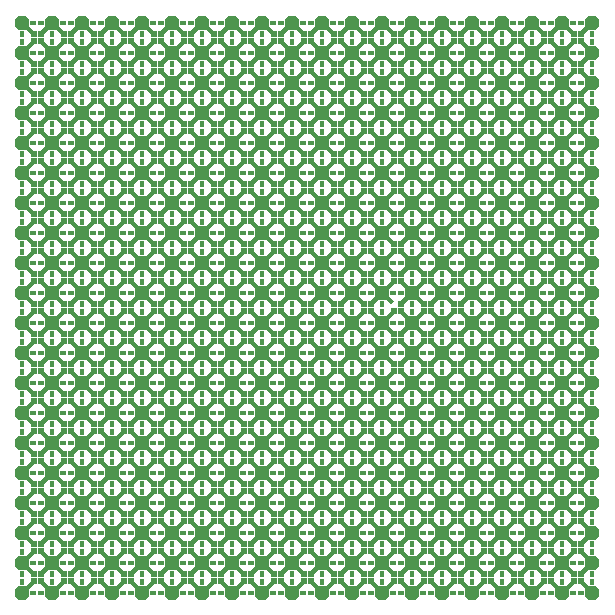
<source format=gbs>
G75*
%MOIN*%
%OFA0B0*%
%FSLAX24Y24*%
%IPPOS*%
%LPD*%
%AMOC8*
5,1,8,0,0,1.08239X$1,22.5*
%
%ADD10R,0.0222X0.0167*%
%ADD11R,0.0167X0.0222*%
%ADD12R,0.0201X0.0200*%
%ADD13R,0.0200X0.0201*%
%ADD14OC8,0.0476*%
D10*
G36*
X000898Y000788D02*
X000742Y000632D01*
X000624Y000750D01*
X000780Y000906D01*
X000898Y000788D01*
G37*
X000868Y000512D03*
X001141Y000513D03*
G36*
X001229Y000906D02*
X001385Y000750D01*
X001267Y000632D01*
X001111Y000788D01*
X001229Y000906D01*
G37*
G36*
X001111Y001237D02*
X001267Y001393D01*
X001385Y001275D01*
X001229Y001119D01*
X001111Y001237D01*
G37*
X001141Y001513D03*
X000868Y001512D03*
G36*
X000780Y001119D02*
X000624Y001275D01*
X000742Y001393D01*
X000898Y001237D01*
X000780Y001119D01*
G37*
G36*
X000898Y001788D02*
X000742Y001632D01*
X000624Y001750D01*
X000780Y001906D01*
X000898Y001788D01*
G37*
G36*
X001229Y001906D02*
X001385Y001750D01*
X001267Y001632D01*
X001111Y001788D01*
X001229Y001906D01*
G37*
G36*
X001111Y002237D02*
X001267Y002393D01*
X001385Y002275D01*
X001229Y002119D01*
X001111Y002237D01*
G37*
X001141Y002513D03*
X000868Y002512D03*
G36*
X000780Y002119D02*
X000624Y002275D01*
X000742Y002393D01*
X000898Y002237D01*
X000780Y002119D01*
G37*
G36*
X000898Y002788D02*
X000742Y002632D01*
X000624Y002750D01*
X000780Y002906D01*
X000898Y002788D01*
G37*
G36*
X001229Y002906D02*
X001385Y002750D01*
X001267Y002632D01*
X001111Y002788D01*
X001229Y002906D01*
G37*
G36*
X001111Y003237D02*
X001267Y003393D01*
X001385Y003275D01*
X001229Y003119D01*
X001111Y003237D01*
G37*
X001141Y003513D03*
X000868Y003512D03*
G36*
X000780Y003119D02*
X000624Y003275D01*
X000742Y003393D01*
X000898Y003237D01*
X000780Y003119D01*
G37*
G36*
X000898Y003788D02*
X000742Y003632D01*
X000624Y003750D01*
X000780Y003906D01*
X000898Y003788D01*
G37*
G36*
X001229Y003906D02*
X001385Y003750D01*
X001267Y003632D01*
X001111Y003788D01*
X001229Y003906D01*
G37*
G36*
X001111Y004237D02*
X001267Y004393D01*
X001385Y004275D01*
X001229Y004119D01*
X001111Y004237D01*
G37*
X001141Y004513D03*
X000868Y004512D03*
G36*
X000780Y004119D02*
X000624Y004275D01*
X000742Y004393D01*
X000898Y004237D01*
X000780Y004119D01*
G37*
G36*
X000898Y004788D02*
X000742Y004632D01*
X000624Y004750D01*
X000780Y004906D01*
X000898Y004788D01*
G37*
G36*
X001229Y004906D02*
X001385Y004750D01*
X001267Y004632D01*
X001111Y004788D01*
X001229Y004906D01*
G37*
G36*
X001111Y005237D02*
X001267Y005393D01*
X001385Y005275D01*
X001229Y005119D01*
X001111Y005237D01*
G37*
X001141Y005513D03*
X000868Y005512D03*
G36*
X000780Y005119D02*
X000624Y005275D01*
X000742Y005393D01*
X000898Y005237D01*
X000780Y005119D01*
G37*
G36*
X000898Y005788D02*
X000742Y005632D01*
X000624Y005750D01*
X000780Y005906D01*
X000898Y005788D01*
G37*
G36*
X001229Y005906D02*
X001385Y005750D01*
X001267Y005632D01*
X001111Y005788D01*
X001229Y005906D01*
G37*
G36*
X001111Y006237D02*
X001267Y006393D01*
X001385Y006275D01*
X001229Y006119D01*
X001111Y006237D01*
G37*
X001141Y006513D03*
X000868Y006512D03*
G36*
X000780Y006119D02*
X000624Y006275D01*
X000742Y006393D01*
X000898Y006237D01*
X000780Y006119D01*
G37*
G36*
X000898Y006788D02*
X000742Y006632D01*
X000624Y006750D01*
X000780Y006906D01*
X000898Y006788D01*
G37*
G36*
X001229Y006906D02*
X001385Y006750D01*
X001267Y006632D01*
X001111Y006788D01*
X001229Y006906D01*
G37*
G36*
X001111Y007237D02*
X001267Y007393D01*
X001385Y007275D01*
X001229Y007119D01*
X001111Y007237D01*
G37*
X001141Y007513D03*
X000868Y007512D03*
G36*
X000780Y007119D02*
X000624Y007275D01*
X000742Y007393D01*
X000898Y007237D01*
X000780Y007119D01*
G37*
G36*
X000898Y007788D02*
X000742Y007632D01*
X000624Y007750D01*
X000780Y007906D01*
X000898Y007788D01*
G37*
G36*
X001229Y007906D02*
X001385Y007750D01*
X001267Y007632D01*
X001111Y007788D01*
X001229Y007906D01*
G37*
G36*
X001111Y008237D02*
X001267Y008393D01*
X001385Y008275D01*
X001229Y008119D01*
X001111Y008237D01*
G37*
X001141Y008513D03*
X000868Y008512D03*
G36*
X000780Y008119D02*
X000624Y008275D01*
X000742Y008393D01*
X000898Y008237D01*
X000780Y008119D01*
G37*
G36*
X000898Y008788D02*
X000742Y008632D01*
X000624Y008750D01*
X000780Y008906D01*
X000898Y008788D01*
G37*
G36*
X001229Y008906D02*
X001385Y008750D01*
X001267Y008632D01*
X001111Y008788D01*
X001229Y008906D01*
G37*
G36*
X001111Y009237D02*
X001267Y009393D01*
X001385Y009275D01*
X001229Y009119D01*
X001111Y009237D01*
G37*
X001141Y009513D03*
X000868Y009512D03*
G36*
X000780Y009119D02*
X000624Y009275D01*
X000742Y009393D01*
X000898Y009237D01*
X000780Y009119D01*
G37*
G36*
X000898Y009788D02*
X000742Y009632D01*
X000624Y009750D01*
X000780Y009906D01*
X000898Y009788D01*
G37*
G36*
X001229Y009906D02*
X001385Y009750D01*
X001267Y009632D01*
X001111Y009788D01*
X001229Y009906D01*
G37*
G36*
X001111Y010237D02*
X001267Y010393D01*
X001385Y010275D01*
X001229Y010119D01*
X001111Y010237D01*
G37*
X001141Y010513D03*
X000868Y010512D03*
G36*
X000780Y010119D02*
X000624Y010275D01*
X000742Y010393D01*
X000898Y010237D01*
X000780Y010119D01*
G37*
G36*
X000898Y010788D02*
X000742Y010632D01*
X000624Y010750D01*
X000780Y010906D01*
X000898Y010788D01*
G37*
G36*
X001229Y010906D02*
X001385Y010750D01*
X001267Y010632D01*
X001111Y010788D01*
X001229Y010906D01*
G37*
G36*
X001111Y011237D02*
X001267Y011393D01*
X001385Y011275D01*
X001229Y011119D01*
X001111Y011237D01*
G37*
X001141Y011513D03*
X000868Y011512D03*
G36*
X000780Y011119D02*
X000624Y011275D01*
X000742Y011393D01*
X000898Y011237D01*
X000780Y011119D01*
G37*
G36*
X000898Y011788D02*
X000742Y011632D01*
X000624Y011750D01*
X000780Y011906D01*
X000898Y011788D01*
G37*
G36*
X001229Y011906D02*
X001385Y011750D01*
X001267Y011632D01*
X001111Y011788D01*
X001229Y011906D01*
G37*
G36*
X001111Y012237D02*
X001267Y012393D01*
X001385Y012275D01*
X001229Y012119D01*
X001111Y012237D01*
G37*
X001141Y012513D03*
X000868Y012512D03*
G36*
X000780Y012119D02*
X000624Y012275D01*
X000742Y012393D01*
X000898Y012237D01*
X000780Y012119D01*
G37*
G36*
X000898Y012788D02*
X000742Y012632D01*
X000624Y012750D01*
X000780Y012906D01*
X000898Y012788D01*
G37*
G36*
X001229Y012906D02*
X001385Y012750D01*
X001267Y012632D01*
X001111Y012788D01*
X001229Y012906D01*
G37*
G36*
X001111Y013237D02*
X001267Y013393D01*
X001385Y013275D01*
X001229Y013119D01*
X001111Y013237D01*
G37*
X001141Y013513D03*
X000868Y013512D03*
G36*
X000780Y013119D02*
X000624Y013275D01*
X000742Y013393D01*
X000898Y013237D01*
X000780Y013119D01*
G37*
G36*
X000898Y013788D02*
X000742Y013632D01*
X000624Y013750D01*
X000780Y013906D01*
X000898Y013788D01*
G37*
G36*
X001229Y013906D02*
X001385Y013750D01*
X001267Y013632D01*
X001111Y013788D01*
X001229Y013906D01*
G37*
G36*
X001111Y014237D02*
X001267Y014393D01*
X001385Y014275D01*
X001229Y014119D01*
X001111Y014237D01*
G37*
X001141Y014513D03*
X000868Y014512D03*
G36*
X000780Y014119D02*
X000624Y014275D01*
X000742Y014393D01*
X000898Y014237D01*
X000780Y014119D01*
G37*
G36*
X000898Y014788D02*
X000742Y014632D01*
X000624Y014750D01*
X000780Y014906D01*
X000898Y014788D01*
G37*
G36*
X001229Y014906D02*
X001385Y014750D01*
X001267Y014632D01*
X001111Y014788D01*
X001229Y014906D01*
G37*
G36*
X001111Y015237D02*
X001267Y015393D01*
X001385Y015275D01*
X001229Y015119D01*
X001111Y015237D01*
G37*
X001141Y015513D03*
X000868Y015512D03*
G36*
X000780Y015119D02*
X000624Y015275D01*
X000742Y015393D01*
X000898Y015237D01*
X000780Y015119D01*
G37*
G36*
X000898Y015788D02*
X000742Y015632D01*
X000624Y015750D01*
X000780Y015906D01*
X000898Y015788D01*
G37*
G36*
X001229Y015906D02*
X001385Y015750D01*
X001267Y015632D01*
X001111Y015788D01*
X001229Y015906D01*
G37*
G36*
X001111Y016237D02*
X001267Y016393D01*
X001385Y016275D01*
X001229Y016119D01*
X001111Y016237D01*
G37*
X001141Y016513D03*
X000868Y016512D03*
G36*
X000780Y016119D02*
X000624Y016275D01*
X000742Y016393D01*
X000898Y016237D01*
X000780Y016119D01*
G37*
G36*
X000898Y016788D02*
X000742Y016632D01*
X000624Y016750D01*
X000780Y016906D01*
X000898Y016788D01*
G37*
G36*
X001229Y016906D02*
X001385Y016750D01*
X001267Y016632D01*
X001111Y016788D01*
X001229Y016906D01*
G37*
G36*
X001111Y017237D02*
X001267Y017393D01*
X001385Y017275D01*
X001229Y017119D01*
X001111Y017237D01*
G37*
X001141Y017513D03*
X000868Y017512D03*
G36*
X000780Y017119D02*
X000624Y017275D01*
X000742Y017393D01*
X000898Y017237D01*
X000780Y017119D01*
G37*
G36*
X000898Y017788D02*
X000742Y017632D01*
X000624Y017750D01*
X000780Y017906D01*
X000898Y017788D01*
G37*
G36*
X001229Y017906D02*
X001385Y017750D01*
X001267Y017632D01*
X001111Y017788D01*
X001229Y017906D01*
G37*
G36*
X001111Y018237D02*
X001267Y018393D01*
X001385Y018275D01*
X001229Y018119D01*
X001111Y018237D01*
G37*
X001141Y018513D03*
X000868Y018512D03*
G36*
X000780Y018119D02*
X000624Y018275D01*
X000742Y018393D01*
X000898Y018237D01*
X000780Y018119D01*
G37*
G36*
X000898Y018788D02*
X000742Y018632D01*
X000624Y018750D01*
X000780Y018906D01*
X000898Y018788D01*
G37*
G36*
X001229Y018906D02*
X001385Y018750D01*
X001267Y018632D01*
X001111Y018788D01*
X001229Y018906D01*
G37*
G36*
X001111Y019237D02*
X001267Y019393D01*
X001385Y019275D01*
X001229Y019119D01*
X001111Y019237D01*
G37*
X001141Y019513D03*
X000868Y019512D03*
G36*
X000780Y019119D02*
X000624Y019275D01*
X000742Y019393D01*
X000898Y019237D01*
X000780Y019119D01*
G37*
G36*
X001780Y019119D02*
X001624Y019275D01*
X001742Y019393D01*
X001898Y019237D01*
X001780Y019119D01*
G37*
G36*
X001898Y018788D02*
X001742Y018632D01*
X001624Y018750D01*
X001780Y018906D01*
X001898Y018788D01*
G37*
X001868Y018512D03*
X002141Y018513D03*
G36*
X002229Y018906D02*
X002385Y018750D01*
X002267Y018632D01*
X002111Y018788D01*
X002229Y018906D01*
G37*
G36*
X002111Y019237D02*
X002267Y019393D01*
X002385Y019275D01*
X002229Y019119D01*
X002111Y019237D01*
G37*
X002141Y019513D03*
X001868Y019512D03*
G36*
X002780Y019119D02*
X002624Y019275D01*
X002742Y019393D01*
X002898Y019237D01*
X002780Y019119D01*
G37*
G36*
X002898Y018788D02*
X002742Y018632D01*
X002624Y018750D01*
X002780Y018906D01*
X002898Y018788D01*
G37*
X002868Y018512D03*
X003141Y018513D03*
G36*
X003229Y018906D02*
X003385Y018750D01*
X003267Y018632D01*
X003111Y018788D01*
X003229Y018906D01*
G37*
G36*
X003111Y019237D02*
X003267Y019393D01*
X003385Y019275D01*
X003229Y019119D01*
X003111Y019237D01*
G37*
X003141Y019513D03*
X002868Y019512D03*
G36*
X003780Y019119D02*
X003624Y019275D01*
X003742Y019393D01*
X003898Y019237D01*
X003780Y019119D01*
G37*
G36*
X003898Y018788D02*
X003742Y018632D01*
X003624Y018750D01*
X003780Y018906D01*
X003898Y018788D01*
G37*
X003868Y018512D03*
X004141Y018513D03*
G36*
X004229Y018906D02*
X004385Y018750D01*
X004267Y018632D01*
X004111Y018788D01*
X004229Y018906D01*
G37*
G36*
X004111Y019237D02*
X004267Y019393D01*
X004385Y019275D01*
X004229Y019119D01*
X004111Y019237D01*
G37*
X004141Y019513D03*
X003868Y019512D03*
G36*
X004780Y019119D02*
X004624Y019275D01*
X004742Y019393D01*
X004898Y019237D01*
X004780Y019119D01*
G37*
G36*
X004898Y018788D02*
X004742Y018632D01*
X004624Y018750D01*
X004780Y018906D01*
X004898Y018788D01*
G37*
X004868Y018512D03*
X005141Y018513D03*
G36*
X005229Y018906D02*
X005385Y018750D01*
X005267Y018632D01*
X005111Y018788D01*
X005229Y018906D01*
G37*
G36*
X005111Y019237D02*
X005267Y019393D01*
X005385Y019275D01*
X005229Y019119D01*
X005111Y019237D01*
G37*
X005141Y019513D03*
X004868Y019512D03*
G36*
X005780Y019119D02*
X005624Y019275D01*
X005742Y019393D01*
X005898Y019237D01*
X005780Y019119D01*
G37*
G36*
X005898Y018788D02*
X005742Y018632D01*
X005624Y018750D01*
X005780Y018906D01*
X005898Y018788D01*
G37*
X005868Y018512D03*
X006141Y018513D03*
G36*
X006229Y018906D02*
X006385Y018750D01*
X006267Y018632D01*
X006111Y018788D01*
X006229Y018906D01*
G37*
G36*
X006111Y019237D02*
X006267Y019393D01*
X006385Y019275D01*
X006229Y019119D01*
X006111Y019237D01*
G37*
X006141Y019513D03*
X005868Y019512D03*
G36*
X006780Y019119D02*
X006624Y019275D01*
X006742Y019393D01*
X006898Y019237D01*
X006780Y019119D01*
G37*
G36*
X006898Y018788D02*
X006742Y018632D01*
X006624Y018750D01*
X006780Y018906D01*
X006898Y018788D01*
G37*
X006868Y018512D03*
X007141Y018513D03*
G36*
X007229Y018906D02*
X007385Y018750D01*
X007267Y018632D01*
X007111Y018788D01*
X007229Y018906D01*
G37*
G36*
X007111Y019237D02*
X007267Y019393D01*
X007385Y019275D01*
X007229Y019119D01*
X007111Y019237D01*
G37*
X007141Y019513D03*
X006868Y019512D03*
G36*
X007780Y019119D02*
X007624Y019275D01*
X007742Y019393D01*
X007898Y019237D01*
X007780Y019119D01*
G37*
G36*
X007898Y018788D02*
X007742Y018632D01*
X007624Y018750D01*
X007780Y018906D01*
X007898Y018788D01*
G37*
X007868Y018512D03*
X008141Y018513D03*
G36*
X008229Y018906D02*
X008385Y018750D01*
X008267Y018632D01*
X008111Y018788D01*
X008229Y018906D01*
G37*
G36*
X008111Y019237D02*
X008267Y019393D01*
X008385Y019275D01*
X008229Y019119D01*
X008111Y019237D01*
G37*
X008141Y019513D03*
X007868Y019512D03*
G36*
X008780Y019119D02*
X008624Y019275D01*
X008742Y019393D01*
X008898Y019237D01*
X008780Y019119D01*
G37*
G36*
X008898Y018788D02*
X008742Y018632D01*
X008624Y018750D01*
X008780Y018906D01*
X008898Y018788D01*
G37*
X008868Y018512D03*
X009141Y018513D03*
G36*
X009229Y018906D02*
X009385Y018750D01*
X009267Y018632D01*
X009111Y018788D01*
X009229Y018906D01*
G37*
G36*
X009111Y019237D02*
X009267Y019393D01*
X009385Y019275D01*
X009229Y019119D01*
X009111Y019237D01*
G37*
X009141Y019513D03*
X008868Y019512D03*
G36*
X009780Y019119D02*
X009624Y019275D01*
X009742Y019393D01*
X009898Y019237D01*
X009780Y019119D01*
G37*
G36*
X009898Y018788D02*
X009742Y018632D01*
X009624Y018750D01*
X009780Y018906D01*
X009898Y018788D01*
G37*
X009868Y018512D03*
X010141Y018513D03*
G36*
X010229Y018906D02*
X010385Y018750D01*
X010267Y018632D01*
X010111Y018788D01*
X010229Y018906D01*
G37*
G36*
X010111Y019237D02*
X010267Y019393D01*
X010385Y019275D01*
X010229Y019119D01*
X010111Y019237D01*
G37*
X010141Y019513D03*
X009868Y019512D03*
G36*
X010780Y019119D02*
X010624Y019275D01*
X010742Y019393D01*
X010898Y019237D01*
X010780Y019119D01*
G37*
G36*
X010898Y018788D02*
X010742Y018632D01*
X010624Y018750D01*
X010780Y018906D01*
X010898Y018788D01*
G37*
X010868Y018512D03*
X011141Y018513D03*
G36*
X011229Y018906D02*
X011385Y018750D01*
X011267Y018632D01*
X011111Y018788D01*
X011229Y018906D01*
G37*
G36*
X011111Y019237D02*
X011267Y019393D01*
X011385Y019275D01*
X011229Y019119D01*
X011111Y019237D01*
G37*
X011141Y019513D03*
X010868Y019512D03*
G36*
X011780Y019119D02*
X011624Y019275D01*
X011742Y019393D01*
X011898Y019237D01*
X011780Y019119D01*
G37*
G36*
X011898Y018788D02*
X011742Y018632D01*
X011624Y018750D01*
X011780Y018906D01*
X011898Y018788D01*
G37*
X011868Y018512D03*
X012141Y018513D03*
G36*
X012229Y018906D02*
X012385Y018750D01*
X012267Y018632D01*
X012111Y018788D01*
X012229Y018906D01*
G37*
G36*
X012111Y019237D02*
X012267Y019393D01*
X012385Y019275D01*
X012229Y019119D01*
X012111Y019237D01*
G37*
X012141Y019513D03*
X011868Y019512D03*
G36*
X012780Y019119D02*
X012624Y019275D01*
X012742Y019393D01*
X012898Y019237D01*
X012780Y019119D01*
G37*
G36*
X012898Y018788D02*
X012742Y018632D01*
X012624Y018750D01*
X012780Y018906D01*
X012898Y018788D01*
G37*
X012868Y018512D03*
X013141Y018513D03*
G36*
X013229Y018906D02*
X013385Y018750D01*
X013267Y018632D01*
X013111Y018788D01*
X013229Y018906D01*
G37*
G36*
X013111Y019237D02*
X013267Y019393D01*
X013385Y019275D01*
X013229Y019119D01*
X013111Y019237D01*
G37*
X013141Y019513D03*
X012868Y019512D03*
G36*
X013780Y019119D02*
X013624Y019275D01*
X013742Y019393D01*
X013898Y019237D01*
X013780Y019119D01*
G37*
G36*
X013898Y018788D02*
X013742Y018632D01*
X013624Y018750D01*
X013780Y018906D01*
X013898Y018788D01*
G37*
X013868Y018512D03*
X014141Y018513D03*
G36*
X014229Y018906D02*
X014385Y018750D01*
X014267Y018632D01*
X014111Y018788D01*
X014229Y018906D01*
G37*
G36*
X014111Y019237D02*
X014267Y019393D01*
X014385Y019275D01*
X014229Y019119D01*
X014111Y019237D01*
G37*
X014141Y019513D03*
X013868Y019512D03*
G36*
X014780Y019119D02*
X014624Y019275D01*
X014742Y019393D01*
X014898Y019237D01*
X014780Y019119D01*
G37*
G36*
X014898Y018788D02*
X014742Y018632D01*
X014624Y018750D01*
X014780Y018906D01*
X014898Y018788D01*
G37*
X014868Y018512D03*
X015141Y018513D03*
G36*
X015229Y018906D02*
X015385Y018750D01*
X015267Y018632D01*
X015111Y018788D01*
X015229Y018906D01*
G37*
G36*
X015111Y019237D02*
X015267Y019393D01*
X015385Y019275D01*
X015229Y019119D01*
X015111Y019237D01*
G37*
X015141Y019513D03*
X014868Y019512D03*
G36*
X015780Y019119D02*
X015624Y019275D01*
X015742Y019393D01*
X015898Y019237D01*
X015780Y019119D01*
G37*
G36*
X015898Y018788D02*
X015742Y018632D01*
X015624Y018750D01*
X015780Y018906D01*
X015898Y018788D01*
G37*
X015868Y018512D03*
X016141Y018513D03*
G36*
X016229Y018906D02*
X016385Y018750D01*
X016267Y018632D01*
X016111Y018788D01*
X016229Y018906D01*
G37*
G36*
X016111Y019237D02*
X016267Y019393D01*
X016385Y019275D01*
X016229Y019119D01*
X016111Y019237D01*
G37*
X016141Y019513D03*
X015868Y019512D03*
G36*
X016780Y019119D02*
X016624Y019275D01*
X016742Y019393D01*
X016898Y019237D01*
X016780Y019119D01*
G37*
G36*
X016898Y018788D02*
X016742Y018632D01*
X016624Y018750D01*
X016780Y018906D01*
X016898Y018788D01*
G37*
X016868Y018512D03*
X017141Y018513D03*
G36*
X017229Y018906D02*
X017385Y018750D01*
X017267Y018632D01*
X017111Y018788D01*
X017229Y018906D01*
G37*
G36*
X017111Y019237D02*
X017267Y019393D01*
X017385Y019275D01*
X017229Y019119D01*
X017111Y019237D01*
G37*
X017141Y019513D03*
X016868Y019512D03*
G36*
X017780Y019119D02*
X017624Y019275D01*
X017742Y019393D01*
X017898Y019237D01*
X017780Y019119D01*
G37*
G36*
X017898Y018788D02*
X017742Y018632D01*
X017624Y018750D01*
X017780Y018906D01*
X017898Y018788D01*
G37*
X017868Y018512D03*
X018141Y018513D03*
G36*
X018229Y018906D02*
X018385Y018750D01*
X018267Y018632D01*
X018111Y018788D01*
X018229Y018906D01*
G37*
G36*
X018111Y019237D02*
X018267Y019393D01*
X018385Y019275D01*
X018229Y019119D01*
X018111Y019237D01*
G37*
X018141Y019513D03*
X017868Y019512D03*
G36*
X018780Y019119D02*
X018624Y019275D01*
X018742Y019393D01*
X018898Y019237D01*
X018780Y019119D01*
G37*
G36*
X018898Y018788D02*
X018742Y018632D01*
X018624Y018750D01*
X018780Y018906D01*
X018898Y018788D01*
G37*
X018868Y018512D03*
X019141Y018513D03*
G36*
X019229Y018906D02*
X019385Y018750D01*
X019267Y018632D01*
X019111Y018788D01*
X019229Y018906D01*
G37*
G36*
X019111Y019237D02*
X019267Y019393D01*
X019385Y019275D01*
X019229Y019119D01*
X019111Y019237D01*
G37*
X019141Y019513D03*
X018868Y019512D03*
G36*
X018780Y018119D02*
X018624Y018275D01*
X018742Y018393D01*
X018898Y018237D01*
X018780Y018119D01*
G37*
G36*
X018898Y017788D02*
X018742Y017632D01*
X018624Y017750D01*
X018780Y017906D01*
X018898Y017788D01*
G37*
X018868Y017512D03*
X019141Y017513D03*
G36*
X019229Y017906D02*
X019385Y017750D01*
X019267Y017632D01*
X019111Y017788D01*
X019229Y017906D01*
G37*
G36*
X019111Y018237D02*
X019267Y018393D01*
X019385Y018275D01*
X019229Y018119D01*
X019111Y018237D01*
G37*
G36*
X018111Y018237D02*
X018267Y018393D01*
X018385Y018275D01*
X018229Y018119D01*
X018111Y018237D01*
G37*
G36*
X017780Y018119D02*
X017624Y018275D01*
X017742Y018393D01*
X017898Y018237D01*
X017780Y018119D01*
G37*
G36*
X017898Y017788D02*
X017742Y017632D01*
X017624Y017750D01*
X017780Y017906D01*
X017898Y017788D01*
G37*
X017868Y017512D03*
X018141Y017513D03*
G36*
X018229Y017906D02*
X018385Y017750D01*
X018267Y017632D01*
X018111Y017788D01*
X018229Y017906D01*
G37*
G36*
X018111Y017237D02*
X018267Y017393D01*
X018385Y017275D01*
X018229Y017119D01*
X018111Y017237D01*
G37*
G36*
X017780Y017119D02*
X017624Y017275D01*
X017742Y017393D01*
X017898Y017237D01*
X017780Y017119D01*
G37*
G36*
X017898Y016788D02*
X017742Y016632D01*
X017624Y016750D01*
X017780Y016906D01*
X017898Y016788D01*
G37*
X017868Y016512D03*
X018141Y016513D03*
G36*
X018229Y016906D02*
X018385Y016750D01*
X018267Y016632D01*
X018111Y016788D01*
X018229Y016906D01*
G37*
G36*
X018898Y016788D02*
X018742Y016632D01*
X018624Y016750D01*
X018780Y016906D01*
X018898Y016788D01*
G37*
X018868Y016512D03*
X019141Y016513D03*
G36*
X019229Y016906D02*
X019385Y016750D01*
X019267Y016632D01*
X019111Y016788D01*
X019229Y016906D01*
G37*
G36*
X019111Y017237D02*
X019267Y017393D01*
X019385Y017275D01*
X019229Y017119D01*
X019111Y017237D01*
G37*
G36*
X018780Y017119D02*
X018624Y017275D01*
X018742Y017393D01*
X018898Y017237D01*
X018780Y017119D01*
G37*
G36*
X018780Y016119D02*
X018624Y016275D01*
X018742Y016393D01*
X018898Y016237D01*
X018780Y016119D01*
G37*
G36*
X018898Y015788D02*
X018742Y015632D01*
X018624Y015750D01*
X018780Y015906D01*
X018898Y015788D01*
G37*
X018868Y015512D03*
X019141Y015513D03*
G36*
X019229Y015906D02*
X019385Y015750D01*
X019267Y015632D01*
X019111Y015788D01*
X019229Y015906D01*
G37*
G36*
X019111Y016237D02*
X019267Y016393D01*
X019385Y016275D01*
X019229Y016119D01*
X019111Y016237D01*
G37*
G36*
X018111Y016237D02*
X018267Y016393D01*
X018385Y016275D01*
X018229Y016119D01*
X018111Y016237D01*
G37*
G36*
X017780Y016119D02*
X017624Y016275D01*
X017742Y016393D01*
X017898Y016237D01*
X017780Y016119D01*
G37*
G36*
X017898Y015788D02*
X017742Y015632D01*
X017624Y015750D01*
X017780Y015906D01*
X017898Y015788D01*
G37*
X017868Y015512D03*
X018141Y015513D03*
G36*
X018229Y015906D02*
X018385Y015750D01*
X018267Y015632D01*
X018111Y015788D01*
X018229Y015906D01*
G37*
G36*
X018111Y015237D02*
X018267Y015393D01*
X018385Y015275D01*
X018229Y015119D01*
X018111Y015237D01*
G37*
G36*
X017780Y015119D02*
X017624Y015275D01*
X017742Y015393D01*
X017898Y015237D01*
X017780Y015119D01*
G37*
G36*
X017898Y014788D02*
X017742Y014632D01*
X017624Y014750D01*
X017780Y014906D01*
X017898Y014788D01*
G37*
X017868Y014512D03*
X018141Y014513D03*
G36*
X018229Y014906D02*
X018385Y014750D01*
X018267Y014632D01*
X018111Y014788D01*
X018229Y014906D01*
G37*
G36*
X018898Y014788D02*
X018742Y014632D01*
X018624Y014750D01*
X018780Y014906D01*
X018898Y014788D01*
G37*
X018868Y014512D03*
X019141Y014513D03*
G36*
X019229Y014906D02*
X019385Y014750D01*
X019267Y014632D01*
X019111Y014788D01*
X019229Y014906D01*
G37*
G36*
X019111Y015237D02*
X019267Y015393D01*
X019385Y015275D01*
X019229Y015119D01*
X019111Y015237D01*
G37*
G36*
X018780Y015119D02*
X018624Y015275D01*
X018742Y015393D01*
X018898Y015237D01*
X018780Y015119D01*
G37*
G36*
X018780Y014119D02*
X018624Y014275D01*
X018742Y014393D01*
X018898Y014237D01*
X018780Y014119D01*
G37*
G36*
X018898Y013788D02*
X018742Y013632D01*
X018624Y013750D01*
X018780Y013906D01*
X018898Y013788D01*
G37*
X018868Y013512D03*
X019141Y013513D03*
G36*
X019229Y013906D02*
X019385Y013750D01*
X019267Y013632D01*
X019111Y013788D01*
X019229Y013906D01*
G37*
G36*
X019111Y014237D02*
X019267Y014393D01*
X019385Y014275D01*
X019229Y014119D01*
X019111Y014237D01*
G37*
G36*
X018111Y014237D02*
X018267Y014393D01*
X018385Y014275D01*
X018229Y014119D01*
X018111Y014237D01*
G37*
G36*
X017780Y014119D02*
X017624Y014275D01*
X017742Y014393D01*
X017898Y014237D01*
X017780Y014119D01*
G37*
G36*
X017898Y013788D02*
X017742Y013632D01*
X017624Y013750D01*
X017780Y013906D01*
X017898Y013788D01*
G37*
X017868Y013512D03*
X018141Y013513D03*
G36*
X018229Y013906D02*
X018385Y013750D01*
X018267Y013632D01*
X018111Y013788D01*
X018229Y013906D01*
G37*
G36*
X018111Y013237D02*
X018267Y013393D01*
X018385Y013275D01*
X018229Y013119D01*
X018111Y013237D01*
G37*
G36*
X017780Y013119D02*
X017624Y013275D01*
X017742Y013393D01*
X017898Y013237D01*
X017780Y013119D01*
G37*
G36*
X017898Y012788D02*
X017742Y012632D01*
X017624Y012750D01*
X017780Y012906D01*
X017898Y012788D01*
G37*
X017868Y012512D03*
X018141Y012513D03*
G36*
X018229Y012906D02*
X018385Y012750D01*
X018267Y012632D01*
X018111Y012788D01*
X018229Y012906D01*
G37*
G36*
X018898Y012788D02*
X018742Y012632D01*
X018624Y012750D01*
X018780Y012906D01*
X018898Y012788D01*
G37*
X018868Y012512D03*
X019141Y012513D03*
G36*
X019229Y012906D02*
X019385Y012750D01*
X019267Y012632D01*
X019111Y012788D01*
X019229Y012906D01*
G37*
G36*
X019111Y013237D02*
X019267Y013393D01*
X019385Y013275D01*
X019229Y013119D01*
X019111Y013237D01*
G37*
G36*
X018780Y013119D02*
X018624Y013275D01*
X018742Y013393D01*
X018898Y013237D01*
X018780Y013119D01*
G37*
G36*
X018780Y012119D02*
X018624Y012275D01*
X018742Y012393D01*
X018898Y012237D01*
X018780Y012119D01*
G37*
G36*
X018898Y011788D02*
X018742Y011632D01*
X018624Y011750D01*
X018780Y011906D01*
X018898Y011788D01*
G37*
X018868Y011512D03*
X019141Y011513D03*
G36*
X019229Y011906D02*
X019385Y011750D01*
X019267Y011632D01*
X019111Y011788D01*
X019229Y011906D01*
G37*
G36*
X019111Y012237D02*
X019267Y012393D01*
X019385Y012275D01*
X019229Y012119D01*
X019111Y012237D01*
G37*
G36*
X018111Y012237D02*
X018267Y012393D01*
X018385Y012275D01*
X018229Y012119D01*
X018111Y012237D01*
G37*
G36*
X017780Y012119D02*
X017624Y012275D01*
X017742Y012393D01*
X017898Y012237D01*
X017780Y012119D01*
G37*
G36*
X017898Y011788D02*
X017742Y011632D01*
X017624Y011750D01*
X017780Y011906D01*
X017898Y011788D01*
G37*
X017868Y011512D03*
X018141Y011513D03*
G36*
X018229Y011906D02*
X018385Y011750D01*
X018267Y011632D01*
X018111Y011788D01*
X018229Y011906D01*
G37*
G36*
X018111Y011237D02*
X018267Y011393D01*
X018385Y011275D01*
X018229Y011119D01*
X018111Y011237D01*
G37*
G36*
X017780Y011119D02*
X017624Y011275D01*
X017742Y011393D01*
X017898Y011237D01*
X017780Y011119D01*
G37*
G36*
X017898Y010788D02*
X017742Y010632D01*
X017624Y010750D01*
X017780Y010906D01*
X017898Y010788D01*
G37*
X017868Y010512D03*
X018141Y010513D03*
G36*
X018229Y010906D02*
X018385Y010750D01*
X018267Y010632D01*
X018111Y010788D01*
X018229Y010906D01*
G37*
G36*
X018898Y010788D02*
X018742Y010632D01*
X018624Y010750D01*
X018780Y010906D01*
X018898Y010788D01*
G37*
X018868Y010512D03*
X019141Y010513D03*
G36*
X019229Y010906D02*
X019385Y010750D01*
X019267Y010632D01*
X019111Y010788D01*
X019229Y010906D01*
G37*
G36*
X019111Y011237D02*
X019267Y011393D01*
X019385Y011275D01*
X019229Y011119D01*
X019111Y011237D01*
G37*
G36*
X018780Y011119D02*
X018624Y011275D01*
X018742Y011393D01*
X018898Y011237D01*
X018780Y011119D01*
G37*
G36*
X018780Y010119D02*
X018624Y010275D01*
X018742Y010393D01*
X018898Y010237D01*
X018780Y010119D01*
G37*
G36*
X018898Y009788D02*
X018742Y009632D01*
X018624Y009750D01*
X018780Y009906D01*
X018898Y009788D01*
G37*
X018868Y009512D03*
X019141Y009513D03*
G36*
X019229Y009906D02*
X019385Y009750D01*
X019267Y009632D01*
X019111Y009788D01*
X019229Y009906D01*
G37*
G36*
X019111Y010237D02*
X019267Y010393D01*
X019385Y010275D01*
X019229Y010119D01*
X019111Y010237D01*
G37*
G36*
X018111Y010237D02*
X018267Y010393D01*
X018385Y010275D01*
X018229Y010119D01*
X018111Y010237D01*
G37*
G36*
X017780Y010119D02*
X017624Y010275D01*
X017742Y010393D01*
X017898Y010237D01*
X017780Y010119D01*
G37*
G36*
X017898Y009788D02*
X017742Y009632D01*
X017624Y009750D01*
X017780Y009906D01*
X017898Y009788D01*
G37*
X017868Y009512D03*
X018141Y009513D03*
G36*
X018229Y009906D02*
X018385Y009750D01*
X018267Y009632D01*
X018111Y009788D01*
X018229Y009906D01*
G37*
G36*
X018111Y009237D02*
X018267Y009393D01*
X018385Y009275D01*
X018229Y009119D01*
X018111Y009237D01*
G37*
G36*
X017780Y009119D02*
X017624Y009275D01*
X017742Y009393D01*
X017898Y009237D01*
X017780Y009119D01*
G37*
G36*
X017898Y008788D02*
X017742Y008632D01*
X017624Y008750D01*
X017780Y008906D01*
X017898Y008788D01*
G37*
X017868Y008512D03*
X018141Y008513D03*
G36*
X018229Y008906D02*
X018385Y008750D01*
X018267Y008632D01*
X018111Y008788D01*
X018229Y008906D01*
G37*
G36*
X018898Y008788D02*
X018742Y008632D01*
X018624Y008750D01*
X018780Y008906D01*
X018898Y008788D01*
G37*
X018868Y008512D03*
X019141Y008513D03*
G36*
X019229Y008906D02*
X019385Y008750D01*
X019267Y008632D01*
X019111Y008788D01*
X019229Y008906D01*
G37*
G36*
X019111Y009237D02*
X019267Y009393D01*
X019385Y009275D01*
X019229Y009119D01*
X019111Y009237D01*
G37*
G36*
X018780Y009119D02*
X018624Y009275D01*
X018742Y009393D01*
X018898Y009237D01*
X018780Y009119D01*
G37*
G36*
X018780Y008119D02*
X018624Y008275D01*
X018742Y008393D01*
X018898Y008237D01*
X018780Y008119D01*
G37*
G36*
X018898Y007788D02*
X018742Y007632D01*
X018624Y007750D01*
X018780Y007906D01*
X018898Y007788D01*
G37*
X018868Y007512D03*
X019141Y007513D03*
G36*
X019229Y007906D02*
X019385Y007750D01*
X019267Y007632D01*
X019111Y007788D01*
X019229Y007906D01*
G37*
G36*
X019111Y008237D02*
X019267Y008393D01*
X019385Y008275D01*
X019229Y008119D01*
X019111Y008237D01*
G37*
G36*
X018111Y008237D02*
X018267Y008393D01*
X018385Y008275D01*
X018229Y008119D01*
X018111Y008237D01*
G37*
G36*
X017780Y008119D02*
X017624Y008275D01*
X017742Y008393D01*
X017898Y008237D01*
X017780Y008119D01*
G37*
G36*
X017898Y007788D02*
X017742Y007632D01*
X017624Y007750D01*
X017780Y007906D01*
X017898Y007788D01*
G37*
X017868Y007512D03*
X018141Y007513D03*
G36*
X018229Y007906D02*
X018385Y007750D01*
X018267Y007632D01*
X018111Y007788D01*
X018229Y007906D01*
G37*
G36*
X018111Y007237D02*
X018267Y007393D01*
X018385Y007275D01*
X018229Y007119D01*
X018111Y007237D01*
G37*
G36*
X017780Y007119D02*
X017624Y007275D01*
X017742Y007393D01*
X017898Y007237D01*
X017780Y007119D01*
G37*
G36*
X017898Y006788D02*
X017742Y006632D01*
X017624Y006750D01*
X017780Y006906D01*
X017898Y006788D01*
G37*
X017868Y006512D03*
X018141Y006513D03*
G36*
X018229Y006906D02*
X018385Y006750D01*
X018267Y006632D01*
X018111Y006788D01*
X018229Y006906D01*
G37*
G36*
X018898Y006788D02*
X018742Y006632D01*
X018624Y006750D01*
X018780Y006906D01*
X018898Y006788D01*
G37*
X018868Y006512D03*
X019141Y006513D03*
G36*
X019229Y006906D02*
X019385Y006750D01*
X019267Y006632D01*
X019111Y006788D01*
X019229Y006906D01*
G37*
G36*
X019111Y007237D02*
X019267Y007393D01*
X019385Y007275D01*
X019229Y007119D01*
X019111Y007237D01*
G37*
G36*
X018780Y007119D02*
X018624Y007275D01*
X018742Y007393D01*
X018898Y007237D01*
X018780Y007119D01*
G37*
G36*
X018780Y006119D02*
X018624Y006275D01*
X018742Y006393D01*
X018898Y006237D01*
X018780Y006119D01*
G37*
G36*
X018898Y005788D02*
X018742Y005632D01*
X018624Y005750D01*
X018780Y005906D01*
X018898Y005788D01*
G37*
X018868Y005512D03*
X019141Y005513D03*
G36*
X019229Y005906D02*
X019385Y005750D01*
X019267Y005632D01*
X019111Y005788D01*
X019229Y005906D01*
G37*
G36*
X019111Y006237D02*
X019267Y006393D01*
X019385Y006275D01*
X019229Y006119D01*
X019111Y006237D01*
G37*
G36*
X018111Y006237D02*
X018267Y006393D01*
X018385Y006275D01*
X018229Y006119D01*
X018111Y006237D01*
G37*
G36*
X017780Y006119D02*
X017624Y006275D01*
X017742Y006393D01*
X017898Y006237D01*
X017780Y006119D01*
G37*
G36*
X017898Y005788D02*
X017742Y005632D01*
X017624Y005750D01*
X017780Y005906D01*
X017898Y005788D01*
G37*
X017868Y005512D03*
X018141Y005513D03*
G36*
X018229Y005906D02*
X018385Y005750D01*
X018267Y005632D01*
X018111Y005788D01*
X018229Y005906D01*
G37*
G36*
X018111Y005237D02*
X018267Y005393D01*
X018385Y005275D01*
X018229Y005119D01*
X018111Y005237D01*
G37*
G36*
X017780Y005119D02*
X017624Y005275D01*
X017742Y005393D01*
X017898Y005237D01*
X017780Y005119D01*
G37*
G36*
X017898Y004788D02*
X017742Y004632D01*
X017624Y004750D01*
X017780Y004906D01*
X017898Y004788D01*
G37*
X017868Y004512D03*
X018141Y004513D03*
G36*
X018229Y004906D02*
X018385Y004750D01*
X018267Y004632D01*
X018111Y004788D01*
X018229Y004906D01*
G37*
G36*
X018898Y004788D02*
X018742Y004632D01*
X018624Y004750D01*
X018780Y004906D01*
X018898Y004788D01*
G37*
X018868Y004512D03*
X019141Y004513D03*
G36*
X019229Y004906D02*
X019385Y004750D01*
X019267Y004632D01*
X019111Y004788D01*
X019229Y004906D01*
G37*
G36*
X019111Y005237D02*
X019267Y005393D01*
X019385Y005275D01*
X019229Y005119D01*
X019111Y005237D01*
G37*
G36*
X018780Y005119D02*
X018624Y005275D01*
X018742Y005393D01*
X018898Y005237D01*
X018780Y005119D01*
G37*
G36*
X018780Y004119D02*
X018624Y004275D01*
X018742Y004393D01*
X018898Y004237D01*
X018780Y004119D01*
G37*
G36*
X018898Y003788D02*
X018742Y003632D01*
X018624Y003750D01*
X018780Y003906D01*
X018898Y003788D01*
G37*
X018868Y003512D03*
X019141Y003513D03*
G36*
X019229Y003906D02*
X019385Y003750D01*
X019267Y003632D01*
X019111Y003788D01*
X019229Y003906D01*
G37*
G36*
X019111Y004237D02*
X019267Y004393D01*
X019385Y004275D01*
X019229Y004119D01*
X019111Y004237D01*
G37*
G36*
X018111Y004237D02*
X018267Y004393D01*
X018385Y004275D01*
X018229Y004119D01*
X018111Y004237D01*
G37*
G36*
X017780Y004119D02*
X017624Y004275D01*
X017742Y004393D01*
X017898Y004237D01*
X017780Y004119D01*
G37*
G36*
X017898Y003788D02*
X017742Y003632D01*
X017624Y003750D01*
X017780Y003906D01*
X017898Y003788D01*
G37*
X017868Y003512D03*
X018141Y003513D03*
G36*
X018229Y003906D02*
X018385Y003750D01*
X018267Y003632D01*
X018111Y003788D01*
X018229Y003906D01*
G37*
G36*
X018111Y003237D02*
X018267Y003393D01*
X018385Y003275D01*
X018229Y003119D01*
X018111Y003237D01*
G37*
G36*
X017780Y003119D02*
X017624Y003275D01*
X017742Y003393D01*
X017898Y003237D01*
X017780Y003119D01*
G37*
G36*
X017898Y002788D02*
X017742Y002632D01*
X017624Y002750D01*
X017780Y002906D01*
X017898Y002788D01*
G37*
X017868Y002512D03*
X018141Y002513D03*
G36*
X018229Y002906D02*
X018385Y002750D01*
X018267Y002632D01*
X018111Y002788D01*
X018229Y002906D01*
G37*
G36*
X018898Y002788D02*
X018742Y002632D01*
X018624Y002750D01*
X018780Y002906D01*
X018898Y002788D01*
G37*
X018868Y002512D03*
X019141Y002513D03*
G36*
X019229Y002906D02*
X019385Y002750D01*
X019267Y002632D01*
X019111Y002788D01*
X019229Y002906D01*
G37*
G36*
X019111Y003237D02*
X019267Y003393D01*
X019385Y003275D01*
X019229Y003119D01*
X019111Y003237D01*
G37*
G36*
X018780Y003119D02*
X018624Y003275D01*
X018742Y003393D01*
X018898Y003237D01*
X018780Y003119D01*
G37*
G36*
X018780Y002119D02*
X018624Y002275D01*
X018742Y002393D01*
X018898Y002237D01*
X018780Y002119D01*
G37*
G36*
X018898Y001788D02*
X018742Y001632D01*
X018624Y001750D01*
X018780Y001906D01*
X018898Y001788D01*
G37*
X018868Y001512D03*
X019141Y001513D03*
G36*
X019229Y001906D02*
X019385Y001750D01*
X019267Y001632D01*
X019111Y001788D01*
X019229Y001906D01*
G37*
G36*
X019111Y002237D02*
X019267Y002393D01*
X019385Y002275D01*
X019229Y002119D01*
X019111Y002237D01*
G37*
G36*
X018111Y002237D02*
X018267Y002393D01*
X018385Y002275D01*
X018229Y002119D01*
X018111Y002237D01*
G37*
G36*
X017780Y002119D02*
X017624Y002275D01*
X017742Y002393D01*
X017898Y002237D01*
X017780Y002119D01*
G37*
G36*
X017898Y001788D02*
X017742Y001632D01*
X017624Y001750D01*
X017780Y001906D01*
X017898Y001788D01*
G37*
X017868Y001512D03*
X018141Y001513D03*
G36*
X018229Y001906D02*
X018385Y001750D01*
X018267Y001632D01*
X018111Y001788D01*
X018229Y001906D01*
G37*
G36*
X018111Y001237D02*
X018267Y001393D01*
X018385Y001275D01*
X018229Y001119D01*
X018111Y001237D01*
G37*
G36*
X017780Y001119D02*
X017624Y001275D01*
X017742Y001393D01*
X017898Y001237D01*
X017780Y001119D01*
G37*
G36*
X017898Y000788D02*
X017742Y000632D01*
X017624Y000750D01*
X017780Y000906D01*
X017898Y000788D01*
G37*
X017868Y000512D03*
X018141Y000513D03*
G36*
X018229Y000906D02*
X018385Y000750D01*
X018267Y000632D01*
X018111Y000788D01*
X018229Y000906D01*
G37*
G36*
X018898Y000788D02*
X018742Y000632D01*
X018624Y000750D01*
X018780Y000906D01*
X018898Y000788D01*
G37*
X018868Y000512D03*
X019141Y000513D03*
G36*
X019229Y000906D02*
X019385Y000750D01*
X019267Y000632D01*
X019111Y000788D01*
X019229Y000906D01*
G37*
G36*
X019111Y001237D02*
X019267Y001393D01*
X019385Y001275D01*
X019229Y001119D01*
X019111Y001237D01*
G37*
G36*
X018780Y001119D02*
X018624Y001275D01*
X018742Y001393D01*
X018898Y001237D01*
X018780Y001119D01*
G37*
G36*
X017111Y001237D02*
X017267Y001393D01*
X017385Y001275D01*
X017229Y001119D01*
X017111Y001237D01*
G37*
X017141Y001513D03*
X016868Y001512D03*
G36*
X016780Y001119D02*
X016624Y001275D01*
X016742Y001393D01*
X016898Y001237D01*
X016780Y001119D01*
G37*
G36*
X016898Y000788D02*
X016742Y000632D01*
X016624Y000750D01*
X016780Y000906D01*
X016898Y000788D01*
G37*
X016868Y000512D03*
X017141Y000513D03*
G36*
X017229Y000906D02*
X017385Y000750D01*
X017267Y000632D01*
X017111Y000788D01*
X017229Y000906D01*
G37*
G36*
X017229Y001906D02*
X017385Y001750D01*
X017267Y001632D01*
X017111Y001788D01*
X017229Y001906D01*
G37*
G36*
X017111Y002237D02*
X017267Y002393D01*
X017385Y002275D01*
X017229Y002119D01*
X017111Y002237D01*
G37*
X017141Y002513D03*
X016868Y002512D03*
G36*
X016780Y002119D02*
X016624Y002275D01*
X016742Y002393D01*
X016898Y002237D01*
X016780Y002119D01*
G37*
G36*
X016898Y001788D02*
X016742Y001632D01*
X016624Y001750D01*
X016780Y001906D01*
X016898Y001788D01*
G37*
G36*
X016229Y001906D02*
X016385Y001750D01*
X016267Y001632D01*
X016111Y001788D01*
X016229Y001906D01*
G37*
G36*
X016111Y002237D02*
X016267Y002393D01*
X016385Y002275D01*
X016229Y002119D01*
X016111Y002237D01*
G37*
X016141Y002513D03*
X015868Y002512D03*
G36*
X015780Y002119D02*
X015624Y002275D01*
X015742Y002393D01*
X015898Y002237D01*
X015780Y002119D01*
G37*
G36*
X015898Y001788D02*
X015742Y001632D01*
X015624Y001750D01*
X015780Y001906D01*
X015898Y001788D01*
G37*
X015868Y001512D03*
X016141Y001513D03*
G36*
X016111Y001237D02*
X016267Y001393D01*
X016385Y001275D01*
X016229Y001119D01*
X016111Y001237D01*
G37*
G36*
X015780Y001119D02*
X015624Y001275D01*
X015742Y001393D01*
X015898Y001237D01*
X015780Y001119D01*
G37*
G36*
X015898Y000788D02*
X015742Y000632D01*
X015624Y000750D01*
X015780Y000906D01*
X015898Y000788D01*
G37*
X015868Y000512D03*
X016141Y000513D03*
G36*
X016229Y000906D02*
X016385Y000750D01*
X016267Y000632D01*
X016111Y000788D01*
X016229Y000906D01*
G37*
G36*
X015229Y000906D02*
X015385Y000750D01*
X015267Y000632D01*
X015111Y000788D01*
X015229Y000906D01*
G37*
G36*
X015111Y001237D02*
X015267Y001393D01*
X015385Y001275D01*
X015229Y001119D01*
X015111Y001237D01*
G37*
X015141Y001513D03*
X014868Y001512D03*
G36*
X014780Y001119D02*
X014624Y001275D01*
X014742Y001393D01*
X014898Y001237D01*
X014780Y001119D01*
G37*
G36*
X014898Y000788D02*
X014742Y000632D01*
X014624Y000750D01*
X014780Y000906D01*
X014898Y000788D01*
G37*
X014868Y000512D03*
X015141Y000513D03*
G36*
X014229Y000906D02*
X014385Y000750D01*
X014267Y000632D01*
X014111Y000788D01*
X014229Y000906D01*
G37*
G36*
X014111Y001237D02*
X014267Y001393D01*
X014385Y001275D01*
X014229Y001119D01*
X014111Y001237D01*
G37*
X014141Y001513D03*
X013868Y001512D03*
G36*
X013780Y001119D02*
X013624Y001275D01*
X013742Y001393D01*
X013898Y001237D01*
X013780Y001119D01*
G37*
G36*
X013898Y000788D02*
X013742Y000632D01*
X013624Y000750D01*
X013780Y000906D01*
X013898Y000788D01*
G37*
X013868Y000512D03*
X014141Y000513D03*
G36*
X013229Y000906D02*
X013385Y000750D01*
X013267Y000632D01*
X013111Y000788D01*
X013229Y000906D01*
G37*
G36*
X013111Y001237D02*
X013267Y001393D01*
X013385Y001275D01*
X013229Y001119D01*
X013111Y001237D01*
G37*
X013141Y001513D03*
X012868Y001512D03*
G36*
X012780Y001119D02*
X012624Y001275D01*
X012742Y001393D01*
X012898Y001237D01*
X012780Y001119D01*
G37*
G36*
X012898Y000788D02*
X012742Y000632D01*
X012624Y000750D01*
X012780Y000906D01*
X012898Y000788D01*
G37*
X012868Y000512D03*
X013141Y000513D03*
G36*
X012229Y000906D02*
X012385Y000750D01*
X012267Y000632D01*
X012111Y000788D01*
X012229Y000906D01*
G37*
G36*
X012111Y001237D02*
X012267Y001393D01*
X012385Y001275D01*
X012229Y001119D01*
X012111Y001237D01*
G37*
X012141Y001513D03*
X011868Y001512D03*
G36*
X011780Y001119D02*
X011624Y001275D01*
X011742Y001393D01*
X011898Y001237D01*
X011780Y001119D01*
G37*
G36*
X011898Y000788D02*
X011742Y000632D01*
X011624Y000750D01*
X011780Y000906D01*
X011898Y000788D01*
G37*
X011868Y000512D03*
X012141Y000513D03*
G36*
X011229Y000906D02*
X011385Y000750D01*
X011267Y000632D01*
X011111Y000788D01*
X011229Y000906D01*
G37*
G36*
X011111Y001237D02*
X011267Y001393D01*
X011385Y001275D01*
X011229Y001119D01*
X011111Y001237D01*
G37*
X011141Y001513D03*
X010868Y001512D03*
G36*
X010780Y001119D02*
X010624Y001275D01*
X010742Y001393D01*
X010898Y001237D01*
X010780Y001119D01*
G37*
G36*
X010898Y000788D02*
X010742Y000632D01*
X010624Y000750D01*
X010780Y000906D01*
X010898Y000788D01*
G37*
X010868Y000512D03*
X011141Y000513D03*
G36*
X010229Y000906D02*
X010385Y000750D01*
X010267Y000632D01*
X010111Y000788D01*
X010229Y000906D01*
G37*
G36*
X010111Y001237D02*
X010267Y001393D01*
X010385Y001275D01*
X010229Y001119D01*
X010111Y001237D01*
G37*
X010141Y001513D03*
X009868Y001512D03*
G36*
X009780Y001119D02*
X009624Y001275D01*
X009742Y001393D01*
X009898Y001237D01*
X009780Y001119D01*
G37*
G36*
X009898Y000788D02*
X009742Y000632D01*
X009624Y000750D01*
X009780Y000906D01*
X009898Y000788D01*
G37*
X009868Y000512D03*
X010141Y000513D03*
G36*
X009229Y000906D02*
X009385Y000750D01*
X009267Y000632D01*
X009111Y000788D01*
X009229Y000906D01*
G37*
G36*
X009111Y001237D02*
X009267Y001393D01*
X009385Y001275D01*
X009229Y001119D01*
X009111Y001237D01*
G37*
X009141Y001513D03*
X008868Y001512D03*
G36*
X008780Y001119D02*
X008624Y001275D01*
X008742Y001393D01*
X008898Y001237D01*
X008780Y001119D01*
G37*
G36*
X008898Y000788D02*
X008742Y000632D01*
X008624Y000750D01*
X008780Y000906D01*
X008898Y000788D01*
G37*
X008868Y000512D03*
X009141Y000513D03*
G36*
X008229Y000906D02*
X008385Y000750D01*
X008267Y000632D01*
X008111Y000788D01*
X008229Y000906D01*
G37*
G36*
X008111Y001237D02*
X008267Y001393D01*
X008385Y001275D01*
X008229Y001119D01*
X008111Y001237D01*
G37*
X008141Y001513D03*
X007868Y001512D03*
G36*
X007780Y001119D02*
X007624Y001275D01*
X007742Y001393D01*
X007898Y001237D01*
X007780Y001119D01*
G37*
G36*
X007898Y000788D02*
X007742Y000632D01*
X007624Y000750D01*
X007780Y000906D01*
X007898Y000788D01*
G37*
X007868Y000512D03*
X008141Y000513D03*
G36*
X007229Y000906D02*
X007385Y000750D01*
X007267Y000632D01*
X007111Y000788D01*
X007229Y000906D01*
G37*
G36*
X007111Y001237D02*
X007267Y001393D01*
X007385Y001275D01*
X007229Y001119D01*
X007111Y001237D01*
G37*
X007141Y001513D03*
X006868Y001512D03*
G36*
X006780Y001119D02*
X006624Y001275D01*
X006742Y001393D01*
X006898Y001237D01*
X006780Y001119D01*
G37*
G36*
X006898Y000788D02*
X006742Y000632D01*
X006624Y000750D01*
X006780Y000906D01*
X006898Y000788D01*
G37*
X006868Y000512D03*
X007141Y000513D03*
G36*
X006229Y000906D02*
X006385Y000750D01*
X006267Y000632D01*
X006111Y000788D01*
X006229Y000906D01*
G37*
G36*
X006111Y001237D02*
X006267Y001393D01*
X006385Y001275D01*
X006229Y001119D01*
X006111Y001237D01*
G37*
X006141Y001513D03*
X005868Y001512D03*
G36*
X005780Y001119D02*
X005624Y001275D01*
X005742Y001393D01*
X005898Y001237D01*
X005780Y001119D01*
G37*
G36*
X005898Y000788D02*
X005742Y000632D01*
X005624Y000750D01*
X005780Y000906D01*
X005898Y000788D01*
G37*
X005868Y000512D03*
X006141Y000513D03*
G36*
X005229Y000906D02*
X005385Y000750D01*
X005267Y000632D01*
X005111Y000788D01*
X005229Y000906D01*
G37*
G36*
X005111Y001237D02*
X005267Y001393D01*
X005385Y001275D01*
X005229Y001119D01*
X005111Y001237D01*
G37*
X005141Y001513D03*
X004868Y001512D03*
G36*
X004780Y001119D02*
X004624Y001275D01*
X004742Y001393D01*
X004898Y001237D01*
X004780Y001119D01*
G37*
G36*
X004898Y000788D02*
X004742Y000632D01*
X004624Y000750D01*
X004780Y000906D01*
X004898Y000788D01*
G37*
X004868Y000512D03*
X005141Y000513D03*
G36*
X004229Y000906D02*
X004385Y000750D01*
X004267Y000632D01*
X004111Y000788D01*
X004229Y000906D01*
G37*
G36*
X004111Y001237D02*
X004267Y001393D01*
X004385Y001275D01*
X004229Y001119D01*
X004111Y001237D01*
G37*
X004141Y001513D03*
X003868Y001512D03*
G36*
X003780Y001119D02*
X003624Y001275D01*
X003742Y001393D01*
X003898Y001237D01*
X003780Y001119D01*
G37*
G36*
X003898Y000788D02*
X003742Y000632D01*
X003624Y000750D01*
X003780Y000906D01*
X003898Y000788D01*
G37*
X003868Y000512D03*
X004141Y000513D03*
G36*
X003229Y000906D02*
X003385Y000750D01*
X003267Y000632D01*
X003111Y000788D01*
X003229Y000906D01*
G37*
G36*
X003111Y001237D02*
X003267Y001393D01*
X003385Y001275D01*
X003229Y001119D01*
X003111Y001237D01*
G37*
X003141Y001513D03*
X002868Y001512D03*
G36*
X002780Y001119D02*
X002624Y001275D01*
X002742Y001393D01*
X002898Y001237D01*
X002780Y001119D01*
G37*
G36*
X002898Y000788D02*
X002742Y000632D01*
X002624Y000750D01*
X002780Y000906D01*
X002898Y000788D01*
G37*
X002868Y000512D03*
X003141Y000513D03*
G36*
X002229Y000906D02*
X002385Y000750D01*
X002267Y000632D01*
X002111Y000788D01*
X002229Y000906D01*
G37*
G36*
X002111Y001237D02*
X002267Y001393D01*
X002385Y001275D01*
X002229Y001119D01*
X002111Y001237D01*
G37*
X002141Y001513D03*
X001868Y001512D03*
G36*
X001780Y001119D02*
X001624Y001275D01*
X001742Y001393D01*
X001898Y001237D01*
X001780Y001119D01*
G37*
G36*
X001898Y000788D02*
X001742Y000632D01*
X001624Y000750D01*
X001780Y000906D01*
X001898Y000788D01*
G37*
X001868Y000512D03*
X002141Y000513D03*
G36*
X002229Y001906D02*
X002385Y001750D01*
X002267Y001632D01*
X002111Y001788D01*
X002229Y001906D01*
G37*
G36*
X002111Y002237D02*
X002267Y002393D01*
X002385Y002275D01*
X002229Y002119D01*
X002111Y002237D01*
G37*
X002141Y002513D03*
X001868Y002512D03*
G36*
X001780Y002119D02*
X001624Y002275D01*
X001742Y002393D01*
X001898Y002237D01*
X001780Y002119D01*
G37*
G36*
X001898Y001788D02*
X001742Y001632D01*
X001624Y001750D01*
X001780Y001906D01*
X001898Y001788D01*
G37*
G36*
X002898Y001788D02*
X002742Y001632D01*
X002624Y001750D01*
X002780Y001906D01*
X002898Y001788D01*
G37*
G36*
X003229Y001906D02*
X003385Y001750D01*
X003267Y001632D01*
X003111Y001788D01*
X003229Y001906D01*
G37*
G36*
X003111Y002237D02*
X003267Y002393D01*
X003385Y002275D01*
X003229Y002119D01*
X003111Y002237D01*
G37*
X003141Y002513D03*
X002868Y002512D03*
G36*
X002780Y002119D02*
X002624Y002275D01*
X002742Y002393D01*
X002898Y002237D01*
X002780Y002119D01*
G37*
G36*
X002898Y002788D02*
X002742Y002632D01*
X002624Y002750D01*
X002780Y002906D01*
X002898Y002788D01*
G37*
G36*
X003229Y002906D02*
X003385Y002750D01*
X003267Y002632D01*
X003111Y002788D01*
X003229Y002906D01*
G37*
G36*
X003111Y003237D02*
X003267Y003393D01*
X003385Y003275D01*
X003229Y003119D01*
X003111Y003237D01*
G37*
X003141Y003513D03*
X002868Y003512D03*
G36*
X002780Y003119D02*
X002624Y003275D01*
X002742Y003393D01*
X002898Y003237D01*
X002780Y003119D01*
G37*
G36*
X002111Y003237D02*
X002267Y003393D01*
X002385Y003275D01*
X002229Y003119D01*
X002111Y003237D01*
G37*
X002141Y003513D03*
X001868Y003512D03*
G36*
X001780Y003119D02*
X001624Y003275D01*
X001742Y003393D01*
X001898Y003237D01*
X001780Y003119D01*
G37*
G36*
X001898Y002788D02*
X001742Y002632D01*
X001624Y002750D01*
X001780Y002906D01*
X001898Y002788D01*
G37*
G36*
X002229Y002906D02*
X002385Y002750D01*
X002267Y002632D01*
X002111Y002788D01*
X002229Y002906D01*
G37*
G36*
X002229Y003906D02*
X002385Y003750D01*
X002267Y003632D01*
X002111Y003788D01*
X002229Y003906D01*
G37*
G36*
X002111Y004237D02*
X002267Y004393D01*
X002385Y004275D01*
X002229Y004119D01*
X002111Y004237D01*
G37*
X002141Y004513D03*
X001868Y004512D03*
G36*
X001780Y004119D02*
X001624Y004275D01*
X001742Y004393D01*
X001898Y004237D01*
X001780Y004119D01*
G37*
G36*
X001898Y003788D02*
X001742Y003632D01*
X001624Y003750D01*
X001780Y003906D01*
X001898Y003788D01*
G37*
G36*
X002898Y003788D02*
X002742Y003632D01*
X002624Y003750D01*
X002780Y003906D01*
X002898Y003788D01*
G37*
G36*
X003229Y003906D02*
X003385Y003750D01*
X003267Y003632D01*
X003111Y003788D01*
X003229Y003906D01*
G37*
G36*
X003111Y004237D02*
X003267Y004393D01*
X003385Y004275D01*
X003229Y004119D01*
X003111Y004237D01*
G37*
X003141Y004513D03*
X002868Y004512D03*
G36*
X002780Y004119D02*
X002624Y004275D01*
X002742Y004393D01*
X002898Y004237D01*
X002780Y004119D01*
G37*
G36*
X002898Y004788D02*
X002742Y004632D01*
X002624Y004750D01*
X002780Y004906D01*
X002898Y004788D01*
G37*
G36*
X003229Y004906D02*
X003385Y004750D01*
X003267Y004632D01*
X003111Y004788D01*
X003229Y004906D01*
G37*
G36*
X003111Y005237D02*
X003267Y005393D01*
X003385Y005275D01*
X003229Y005119D01*
X003111Y005237D01*
G37*
X003141Y005513D03*
X002868Y005512D03*
G36*
X002780Y005119D02*
X002624Y005275D01*
X002742Y005393D01*
X002898Y005237D01*
X002780Y005119D01*
G37*
G36*
X002111Y005237D02*
X002267Y005393D01*
X002385Y005275D01*
X002229Y005119D01*
X002111Y005237D01*
G37*
X002141Y005513D03*
X001868Y005512D03*
G36*
X001780Y005119D02*
X001624Y005275D01*
X001742Y005393D01*
X001898Y005237D01*
X001780Y005119D01*
G37*
G36*
X001898Y004788D02*
X001742Y004632D01*
X001624Y004750D01*
X001780Y004906D01*
X001898Y004788D01*
G37*
G36*
X002229Y004906D02*
X002385Y004750D01*
X002267Y004632D01*
X002111Y004788D01*
X002229Y004906D01*
G37*
G36*
X002229Y005906D02*
X002385Y005750D01*
X002267Y005632D01*
X002111Y005788D01*
X002229Y005906D01*
G37*
G36*
X002111Y006237D02*
X002267Y006393D01*
X002385Y006275D01*
X002229Y006119D01*
X002111Y006237D01*
G37*
X002141Y006513D03*
X001868Y006512D03*
G36*
X001780Y006119D02*
X001624Y006275D01*
X001742Y006393D01*
X001898Y006237D01*
X001780Y006119D01*
G37*
G36*
X001898Y005788D02*
X001742Y005632D01*
X001624Y005750D01*
X001780Y005906D01*
X001898Y005788D01*
G37*
G36*
X002898Y005788D02*
X002742Y005632D01*
X002624Y005750D01*
X002780Y005906D01*
X002898Y005788D01*
G37*
G36*
X003229Y005906D02*
X003385Y005750D01*
X003267Y005632D01*
X003111Y005788D01*
X003229Y005906D01*
G37*
G36*
X003111Y006237D02*
X003267Y006393D01*
X003385Y006275D01*
X003229Y006119D01*
X003111Y006237D01*
G37*
X003141Y006513D03*
X002868Y006512D03*
G36*
X002780Y006119D02*
X002624Y006275D01*
X002742Y006393D01*
X002898Y006237D01*
X002780Y006119D01*
G37*
G36*
X002898Y006788D02*
X002742Y006632D01*
X002624Y006750D01*
X002780Y006906D01*
X002898Y006788D01*
G37*
G36*
X003229Y006906D02*
X003385Y006750D01*
X003267Y006632D01*
X003111Y006788D01*
X003229Y006906D01*
G37*
G36*
X003111Y007237D02*
X003267Y007393D01*
X003385Y007275D01*
X003229Y007119D01*
X003111Y007237D01*
G37*
X003141Y007513D03*
X002868Y007512D03*
G36*
X002780Y007119D02*
X002624Y007275D01*
X002742Y007393D01*
X002898Y007237D01*
X002780Y007119D01*
G37*
G36*
X002111Y007237D02*
X002267Y007393D01*
X002385Y007275D01*
X002229Y007119D01*
X002111Y007237D01*
G37*
X002141Y007513D03*
X001868Y007512D03*
G36*
X001780Y007119D02*
X001624Y007275D01*
X001742Y007393D01*
X001898Y007237D01*
X001780Y007119D01*
G37*
G36*
X001898Y006788D02*
X001742Y006632D01*
X001624Y006750D01*
X001780Y006906D01*
X001898Y006788D01*
G37*
G36*
X002229Y006906D02*
X002385Y006750D01*
X002267Y006632D01*
X002111Y006788D01*
X002229Y006906D01*
G37*
G36*
X002229Y007906D02*
X002385Y007750D01*
X002267Y007632D01*
X002111Y007788D01*
X002229Y007906D01*
G37*
G36*
X002111Y008237D02*
X002267Y008393D01*
X002385Y008275D01*
X002229Y008119D01*
X002111Y008237D01*
G37*
X002141Y008513D03*
X001868Y008512D03*
G36*
X001780Y008119D02*
X001624Y008275D01*
X001742Y008393D01*
X001898Y008237D01*
X001780Y008119D01*
G37*
G36*
X001898Y007788D02*
X001742Y007632D01*
X001624Y007750D01*
X001780Y007906D01*
X001898Y007788D01*
G37*
G36*
X002898Y007788D02*
X002742Y007632D01*
X002624Y007750D01*
X002780Y007906D01*
X002898Y007788D01*
G37*
G36*
X003229Y007906D02*
X003385Y007750D01*
X003267Y007632D01*
X003111Y007788D01*
X003229Y007906D01*
G37*
G36*
X003111Y008237D02*
X003267Y008393D01*
X003385Y008275D01*
X003229Y008119D01*
X003111Y008237D01*
G37*
X003141Y008513D03*
X002868Y008512D03*
G36*
X002780Y008119D02*
X002624Y008275D01*
X002742Y008393D01*
X002898Y008237D01*
X002780Y008119D01*
G37*
G36*
X002898Y008788D02*
X002742Y008632D01*
X002624Y008750D01*
X002780Y008906D01*
X002898Y008788D01*
G37*
G36*
X003229Y008906D02*
X003385Y008750D01*
X003267Y008632D01*
X003111Y008788D01*
X003229Y008906D01*
G37*
G36*
X003111Y009237D02*
X003267Y009393D01*
X003385Y009275D01*
X003229Y009119D01*
X003111Y009237D01*
G37*
X003141Y009513D03*
X002868Y009512D03*
G36*
X002780Y009119D02*
X002624Y009275D01*
X002742Y009393D01*
X002898Y009237D01*
X002780Y009119D01*
G37*
G36*
X002111Y009237D02*
X002267Y009393D01*
X002385Y009275D01*
X002229Y009119D01*
X002111Y009237D01*
G37*
X002141Y009513D03*
X001868Y009512D03*
G36*
X001780Y009119D02*
X001624Y009275D01*
X001742Y009393D01*
X001898Y009237D01*
X001780Y009119D01*
G37*
G36*
X001898Y008788D02*
X001742Y008632D01*
X001624Y008750D01*
X001780Y008906D01*
X001898Y008788D01*
G37*
G36*
X002229Y008906D02*
X002385Y008750D01*
X002267Y008632D01*
X002111Y008788D01*
X002229Y008906D01*
G37*
G36*
X002229Y009906D02*
X002385Y009750D01*
X002267Y009632D01*
X002111Y009788D01*
X002229Y009906D01*
G37*
G36*
X002111Y010237D02*
X002267Y010393D01*
X002385Y010275D01*
X002229Y010119D01*
X002111Y010237D01*
G37*
X002141Y010513D03*
X001868Y010512D03*
G36*
X001780Y010119D02*
X001624Y010275D01*
X001742Y010393D01*
X001898Y010237D01*
X001780Y010119D01*
G37*
G36*
X001898Y009788D02*
X001742Y009632D01*
X001624Y009750D01*
X001780Y009906D01*
X001898Y009788D01*
G37*
G36*
X002898Y009788D02*
X002742Y009632D01*
X002624Y009750D01*
X002780Y009906D01*
X002898Y009788D01*
G37*
G36*
X003229Y009906D02*
X003385Y009750D01*
X003267Y009632D01*
X003111Y009788D01*
X003229Y009906D01*
G37*
G36*
X003111Y010237D02*
X003267Y010393D01*
X003385Y010275D01*
X003229Y010119D01*
X003111Y010237D01*
G37*
X003141Y010513D03*
X002868Y010512D03*
G36*
X002780Y010119D02*
X002624Y010275D01*
X002742Y010393D01*
X002898Y010237D01*
X002780Y010119D01*
G37*
G36*
X002898Y010788D02*
X002742Y010632D01*
X002624Y010750D01*
X002780Y010906D01*
X002898Y010788D01*
G37*
G36*
X003229Y010906D02*
X003385Y010750D01*
X003267Y010632D01*
X003111Y010788D01*
X003229Y010906D01*
G37*
G36*
X003111Y011237D02*
X003267Y011393D01*
X003385Y011275D01*
X003229Y011119D01*
X003111Y011237D01*
G37*
X003141Y011513D03*
X002868Y011512D03*
G36*
X002780Y011119D02*
X002624Y011275D01*
X002742Y011393D01*
X002898Y011237D01*
X002780Y011119D01*
G37*
G36*
X002111Y011237D02*
X002267Y011393D01*
X002385Y011275D01*
X002229Y011119D01*
X002111Y011237D01*
G37*
X002141Y011513D03*
X001868Y011512D03*
G36*
X001780Y011119D02*
X001624Y011275D01*
X001742Y011393D01*
X001898Y011237D01*
X001780Y011119D01*
G37*
G36*
X001898Y010788D02*
X001742Y010632D01*
X001624Y010750D01*
X001780Y010906D01*
X001898Y010788D01*
G37*
G36*
X002229Y010906D02*
X002385Y010750D01*
X002267Y010632D01*
X002111Y010788D01*
X002229Y010906D01*
G37*
G36*
X002229Y011906D02*
X002385Y011750D01*
X002267Y011632D01*
X002111Y011788D01*
X002229Y011906D01*
G37*
G36*
X002111Y012237D02*
X002267Y012393D01*
X002385Y012275D01*
X002229Y012119D01*
X002111Y012237D01*
G37*
X002141Y012513D03*
X001868Y012512D03*
G36*
X001780Y012119D02*
X001624Y012275D01*
X001742Y012393D01*
X001898Y012237D01*
X001780Y012119D01*
G37*
G36*
X001898Y011788D02*
X001742Y011632D01*
X001624Y011750D01*
X001780Y011906D01*
X001898Y011788D01*
G37*
G36*
X002898Y011788D02*
X002742Y011632D01*
X002624Y011750D01*
X002780Y011906D01*
X002898Y011788D01*
G37*
G36*
X003229Y011906D02*
X003385Y011750D01*
X003267Y011632D01*
X003111Y011788D01*
X003229Y011906D01*
G37*
G36*
X003111Y012237D02*
X003267Y012393D01*
X003385Y012275D01*
X003229Y012119D01*
X003111Y012237D01*
G37*
X003141Y012513D03*
X002868Y012512D03*
G36*
X002780Y012119D02*
X002624Y012275D01*
X002742Y012393D01*
X002898Y012237D01*
X002780Y012119D01*
G37*
G36*
X002898Y012788D02*
X002742Y012632D01*
X002624Y012750D01*
X002780Y012906D01*
X002898Y012788D01*
G37*
G36*
X003229Y012906D02*
X003385Y012750D01*
X003267Y012632D01*
X003111Y012788D01*
X003229Y012906D01*
G37*
G36*
X003111Y013237D02*
X003267Y013393D01*
X003385Y013275D01*
X003229Y013119D01*
X003111Y013237D01*
G37*
X003141Y013513D03*
X002868Y013512D03*
G36*
X002780Y013119D02*
X002624Y013275D01*
X002742Y013393D01*
X002898Y013237D01*
X002780Y013119D01*
G37*
G36*
X002111Y013237D02*
X002267Y013393D01*
X002385Y013275D01*
X002229Y013119D01*
X002111Y013237D01*
G37*
X002141Y013513D03*
X001868Y013512D03*
G36*
X001780Y013119D02*
X001624Y013275D01*
X001742Y013393D01*
X001898Y013237D01*
X001780Y013119D01*
G37*
G36*
X001898Y012788D02*
X001742Y012632D01*
X001624Y012750D01*
X001780Y012906D01*
X001898Y012788D01*
G37*
G36*
X002229Y012906D02*
X002385Y012750D01*
X002267Y012632D01*
X002111Y012788D01*
X002229Y012906D01*
G37*
G36*
X002229Y013906D02*
X002385Y013750D01*
X002267Y013632D01*
X002111Y013788D01*
X002229Y013906D01*
G37*
G36*
X002111Y014237D02*
X002267Y014393D01*
X002385Y014275D01*
X002229Y014119D01*
X002111Y014237D01*
G37*
X002141Y014513D03*
X001868Y014512D03*
G36*
X001780Y014119D02*
X001624Y014275D01*
X001742Y014393D01*
X001898Y014237D01*
X001780Y014119D01*
G37*
G36*
X001898Y013788D02*
X001742Y013632D01*
X001624Y013750D01*
X001780Y013906D01*
X001898Y013788D01*
G37*
G36*
X002898Y013788D02*
X002742Y013632D01*
X002624Y013750D01*
X002780Y013906D01*
X002898Y013788D01*
G37*
G36*
X003229Y013906D02*
X003385Y013750D01*
X003267Y013632D01*
X003111Y013788D01*
X003229Y013906D01*
G37*
G36*
X003111Y014237D02*
X003267Y014393D01*
X003385Y014275D01*
X003229Y014119D01*
X003111Y014237D01*
G37*
X003141Y014513D03*
X002868Y014512D03*
G36*
X002780Y014119D02*
X002624Y014275D01*
X002742Y014393D01*
X002898Y014237D01*
X002780Y014119D01*
G37*
G36*
X002898Y014788D02*
X002742Y014632D01*
X002624Y014750D01*
X002780Y014906D01*
X002898Y014788D01*
G37*
G36*
X003229Y014906D02*
X003385Y014750D01*
X003267Y014632D01*
X003111Y014788D01*
X003229Y014906D01*
G37*
G36*
X003111Y015237D02*
X003267Y015393D01*
X003385Y015275D01*
X003229Y015119D01*
X003111Y015237D01*
G37*
X003141Y015513D03*
X002868Y015512D03*
G36*
X002780Y015119D02*
X002624Y015275D01*
X002742Y015393D01*
X002898Y015237D01*
X002780Y015119D01*
G37*
G36*
X002111Y015237D02*
X002267Y015393D01*
X002385Y015275D01*
X002229Y015119D01*
X002111Y015237D01*
G37*
X002141Y015513D03*
X001868Y015512D03*
G36*
X001780Y015119D02*
X001624Y015275D01*
X001742Y015393D01*
X001898Y015237D01*
X001780Y015119D01*
G37*
G36*
X001898Y014788D02*
X001742Y014632D01*
X001624Y014750D01*
X001780Y014906D01*
X001898Y014788D01*
G37*
G36*
X002229Y014906D02*
X002385Y014750D01*
X002267Y014632D01*
X002111Y014788D01*
X002229Y014906D01*
G37*
G36*
X002229Y015906D02*
X002385Y015750D01*
X002267Y015632D01*
X002111Y015788D01*
X002229Y015906D01*
G37*
G36*
X002111Y016237D02*
X002267Y016393D01*
X002385Y016275D01*
X002229Y016119D01*
X002111Y016237D01*
G37*
X002141Y016513D03*
X001868Y016512D03*
G36*
X001780Y016119D02*
X001624Y016275D01*
X001742Y016393D01*
X001898Y016237D01*
X001780Y016119D01*
G37*
G36*
X001898Y015788D02*
X001742Y015632D01*
X001624Y015750D01*
X001780Y015906D01*
X001898Y015788D01*
G37*
G36*
X002898Y015788D02*
X002742Y015632D01*
X002624Y015750D01*
X002780Y015906D01*
X002898Y015788D01*
G37*
G36*
X003229Y015906D02*
X003385Y015750D01*
X003267Y015632D01*
X003111Y015788D01*
X003229Y015906D01*
G37*
G36*
X003111Y016237D02*
X003267Y016393D01*
X003385Y016275D01*
X003229Y016119D01*
X003111Y016237D01*
G37*
X003141Y016513D03*
X002868Y016512D03*
G36*
X002780Y016119D02*
X002624Y016275D01*
X002742Y016393D01*
X002898Y016237D01*
X002780Y016119D01*
G37*
G36*
X002898Y016788D02*
X002742Y016632D01*
X002624Y016750D01*
X002780Y016906D01*
X002898Y016788D01*
G37*
G36*
X003229Y016906D02*
X003385Y016750D01*
X003267Y016632D01*
X003111Y016788D01*
X003229Y016906D01*
G37*
G36*
X003111Y017237D02*
X003267Y017393D01*
X003385Y017275D01*
X003229Y017119D01*
X003111Y017237D01*
G37*
X003141Y017513D03*
X002868Y017512D03*
G36*
X002780Y017119D02*
X002624Y017275D01*
X002742Y017393D01*
X002898Y017237D01*
X002780Y017119D01*
G37*
G36*
X002111Y017237D02*
X002267Y017393D01*
X002385Y017275D01*
X002229Y017119D01*
X002111Y017237D01*
G37*
X002141Y017513D03*
X001868Y017512D03*
G36*
X001780Y017119D02*
X001624Y017275D01*
X001742Y017393D01*
X001898Y017237D01*
X001780Y017119D01*
G37*
G36*
X001898Y016788D02*
X001742Y016632D01*
X001624Y016750D01*
X001780Y016906D01*
X001898Y016788D01*
G37*
G36*
X002229Y016906D02*
X002385Y016750D01*
X002267Y016632D01*
X002111Y016788D01*
X002229Y016906D01*
G37*
G36*
X002229Y017906D02*
X002385Y017750D01*
X002267Y017632D01*
X002111Y017788D01*
X002229Y017906D01*
G37*
G36*
X002111Y018237D02*
X002267Y018393D01*
X002385Y018275D01*
X002229Y018119D01*
X002111Y018237D01*
G37*
G36*
X001780Y018119D02*
X001624Y018275D01*
X001742Y018393D01*
X001898Y018237D01*
X001780Y018119D01*
G37*
G36*
X001898Y017788D02*
X001742Y017632D01*
X001624Y017750D01*
X001780Y017906D01*
X001898Y017788D01*
G37*
G36*
X002898Y017788D02*
X002742Y017632D01*
X002624Y017750D01*
X002780Y017906D01*
X002898Y017788D01*
G37*
G36*
X003229Y017906D02*
X003385Y017750D01*
X003267Y017632D01*
X003111Y017788D01*
X003229Y017906D01*
G37*
G36*
X003111Y018237D02*
X003267Y018393D01*
X003385Y018275D01*
X003229Y018119D01*
X003111Y018237D01*
G37*
G36*
X002780Y018119D02*
X002624Y018275D01*
X002742Y018393D01*
X002898Y018237D01*
X002780Y018119D01*
G37*
G36*
X003780Y018119D02*
X003624Y018275D01*
X003742Y018393D01*
X003898Y018237D01*
X003780Y018119D01*
G37*
G36*
X003898Y017788D02*
X003742Y017632D01*
X003624Y017750D01*
X003780Y017906D01*
X003898Y017788D01*
G37*
X003868Y017512D03*
X004141Y017513D03*
G36*
X004229Y017906D02*
X004385Y017750D01*
X004267Y017632D01*
X004111Y017788D01*
X004229Y017906D01*
G37*
G36*
X004111Y018237D02*
X004267Y018393D01*
X004385Y018275D01*
X004229Y018119D01*
X004111Y018237D01*
G37*
G36*
X004780Y018119D02*
X004624Y018275D01*
X004742Y018393D01*
X004898Y018237D01*
X004780Y018119D01*
G37*
G36*
X004898Y017788D02*
X004742Y017632D01*
X004624Y017750D01*
X004780Y017906D01*
X004898Y017788D01*
G37*
X004868Y017512D03*
X005141Y017513D03*
G36*
X005229Y017906D02*
X005385Y017750D01*
X005267Y017632D01*
X005111Y017788D01*
X005229Y017906D01*
G37*
G36*
X005111Y018237D02*
X005267Y018393D01*
X005385Y018275D01*
X005229Y018119D01*
X005111Y018237D01*
G37*
G36*
X005780Y018119D02*
X005624Y018275D01*
X005742Y018393D01*
X005898Y018237D01*
X005780Y018119D01*
G37*
G36*
X005898Y017788D02*
X005742Y017632D01*
X005624Y017750D01*
X005780Y017906D01*
X005898Y017788D01*
G37*
X005868Y017512D03*
X006141Y017513D03*
G36*
X006229Y017906D02*
X006385Y017750D01*
X006267Y017632D01*
X006111Y017788D01*
X006229Y017906D01*
G37*
G36*
X006111Y018237D02*
X006267Y018393D01*
X006385Y018275D01*
X006229Y018119D01*
X006111Y018237D01*
G37*
G36*
X006780Y018119D02*
X006624Y018275D01*
X006742Y018393D01*
X006898Y018237D01*
X006780Y018119D01*
G37*
G36*
X006898Y017788D02*
X006742Y017632D01*
X006624Y017750D01*
X006780Y017906D01*
X006898Y017788D01*
G37*
X006868Y017512D03*
X007141Y017513D03*
G36*
X007229Y017906D02*
X007385Y017750D01*
X007267Y017632D01*
X007111Y017788D01*
X007229Y017906D01*
G37*
G36*
X007111Y018237D02*
X007267Y018393D01*
X007385Y018275D01*
X007229Y018119D01*
X007111Y018237D01*
G37*
G36*
X007780Y018119D02*
X007624Y018275D01*
X007742Y018393D01*
X007898Y018237D01*
X007780Y018119D01*
G37*
G36*
X007898Y017788D02*
X007742Y017632D01*
X007624Y017750D01*
X007780Y017906D01*
X007898Y017788D01*
G37*
X007868Y017512D03*
X008141Y017513D03*
G36*
X008229Y017906D02*
X008385Y017750D01*
X008267Y017632D01*
X008111Y017788D01*
X008229Y017906D01*
G37*
G36*
X008111Y018237D02*
X008267Y018393D01*
X008385Y018275D01*
X008229Y018119D01*
X008111Y018237D01*
G37*
G36*
X008780Y018119D02*
X008624Y018275D01*
X008742Y018393D01*
X008898Y018237D01*
X008780Y018119D01*
G37*
G36*
X008898Y017788D02*
X008742Y017632D01*
X008624Y017750D01*
X008780Y017906D01*
X008898Y017788D01*
G37*
X008868Y017512D03*
X009141Y017513D03*
G36*
X009229Y017906D02*
X009385Y017750D01*
X009267Y017632D01*
X009111Y017788D01*
X009229Y017906D01*
G37*
G36*
X009111Y018237D02*
X009267Y018393D01*
X009385Y018275D01*
X009229Y018119D01*
X009111Y018237D01*
G37*
G36*
X009780Y018119D02*
X009624Y018275D01*
X009742Y018393D01*
X009898Y018237D01*
X009780Y018119D01*
G37*
G36*
X009898Y017788D02*
X009742Y017632D01*
X009624Y017750D01*
X009780Y017906D01*
X009898Y017788D01*
G37*
X009868Y017512D03*
X010141Y017513D03*
G36*
X010229Y017906D02*
X010385Y017750D01*
X010267Y017632D01*
X010111Y017788D01*
X010229Y017906D01*
G37*
G36*
X010111Y018237D02*
X010267Y018393D01*
X010385Y018275D01*
X010229Y018119D01*
X010111Y018237D01*
G37*
G36*
X010780Y018119D02*
X010624Y018275D01*
X010742Y018393D01*
X010898Y018237D01*
X010780Y018119D01*
G37*
G36*
X010898Y017788D02*
X010742Y017632D01*
X010624Y017750D01*
X010780Y017906D01*
X010898Y017788D01*
G37*
X010868Y017512D03*
X011141Y017513D03*
G36*
X011229Y017906D02*
X011385Y017750D01*
X011267Y017632D01*
X011111Y017788D01*
X011229Y017906D01*
G37*
G36*
X011111Y018237D02*
X011267Y018393D01*
X011385Y018275D01*
X011229Y018119D01*
X011111Y018237D01*
G37*
G36*
X011780Y018119D02*
X011624Y018275D01*
X011742Y018393D01*
X011898Y018237D01*
X011780Y018119D01*
G37*
G36*
X011898Y017788D02*
X011742Y017632D01*
X011624Y017750D01*
X011780Y017906D01*
X011898Y017788D01*
G37*
X011868Y017512D03*
X012141Y017513D03*
G36*
X012229Y017906D02*
X012385Y017750D01*
X012267Y017632D01*
X012111Y017788D01*
X012229Y017906D01*
G37*
G36*
X012111Y018237D02*
X012267Y018393D01*
X012385Y018275D01*
X012229Y018119D01*
X012111Y018237D01*
G37*
G36*
X012780Y018119D02*
X012624Y018275D01*
X012742Y018393D01*
X012898Y018237D01*
X012780Y018119D01*
G37*
G36*
X012898Y017788D02*
X012742Y017632D01*
X012624Y017750D01*
X012780Y017906D01*
X012898Y017788D01*
G37*
X012868Y017512D03*
X013141Y017513D03*
G36*
X013229Y017906D02*
X013385Y017750D01*
X013267Y017632D01*
X013111Y017788D01*
X013229Y017906D01*
G37*
G36*
X013111Y018237D02*
X013267Y018393D01*
X013385Y018275D01*
X013229Y018119D01*
X013111Y018237D01*
G37*
G36*
X013780Y018119D02*
X013624Y018275D01*
X013742Y018393D01*
X013898Y018237D01*
X013780Y018119D01*
G37*
G36*
X013898Y017788D02*
X013742Y017632D01*
X013624Y017750D01*
X013780Y017906D01*
X013898Y017788D01*
G37*
X013868Y017512D03*
X014141Y017513D03*
G36*
X014229Y017906D02*
X014385Y017750D01*
X014267Y017632D01*
X014111Y017788D01*
X014229Y017906D01*
G37*
G36*
X014111Y018237D02*
X014267Y018393D01*
X014385Y018275D01*
X014229Y018119D01*
X014111Y018237D01*
G37*
G36*
X014780Y018119D02*
X014624Y018275D01*
X014742Y018393D01*
X014898Y018237D01*
X014780Y018119D01*
G37*
G36*
X014898Y017788D02*
X014742Y017632D01*
X014624Y017750D01*
X014780Y017906D01*
X014898Y017788D01*
G37*
X014868Y017512D03*
X015141Y017513D03*
G36*
X015229Y017906D02*
X015385Y017750D01*
X015267Y017632D01*
X015111Y017788D01*
X015229Y017906D01*
G37*
G36*
X015111Y018237D02*
X015267Y018393D01*
X015385Y018275D01*
X015229Y018119D01*
X015111Y018237D01*
G37*
G36*
X015780Y018119D02*
X015624Y018275D01*
X015742Y018393D01*
X015898Y018237D01*
X015780Y018119D01*
G37*
G36*
X015898Y017788D02*
X015742Y017632D01*
X015624Y017750D01*
X015780Y017906D01*
X015898Y017788D01*
G37*
X015868Y017512D03*
X016141Y017513D03*
G36*
X016229Y017906D02*
X016385Y017750D01*
X016267Y017632D01*
X016111Y017788D01*
X016229Y017906D01*
G37*
G36*
X016111Y018237D02*
X016267Y018393D01*
X016385Y018275D01*
X016229Y018119D01*
X016111Y018237D01*
G37*
G36*
X016780Y018119D02*
X016624Y018275D01*
X016742Y018393D01*
X016898Y018237D01*
X016780Y018119D01*
G37*
G36*
X016898Y017788D02*
X016742Y017632D01*
X016624Y017750D01*
X016780Y017906D01*
X016898Y017788D01*
G37*
X016868Y017512D03*
X017141Y017513D03*
G36*
X017229Y017906D02*
X017385Y017750D01*
X017267Y017632D01*
X017111Y017788D01*
X017229Y017906D01*
G37*
G36*
X017111Y018237D02*
X017267Y018393D01*
X017385Y018275D01*
X017229Y018119D01*
X017111Y018237D01*
G37*
G36*
X017111Y017237D02*
X017267Y017393D01*
X017385Y017275D01*
X017229Y017119D01*
X017111Y017237D01*
G37*
G36*
X016780Y017119D02*
X016624Y017275D01*
X016742Y017393D01*
X016898Y017237D01*
X016780Y017119D01*
G37*
G36*
X016898Y016788D02*
X016742Y016632D01*
X016624Y016750D01*
X016780Y016906D01*
X016898Y016788D01*
G37*
X016868Y016512D03*
X017141Y016513D03*
G36*
X017229Y016906D02*
X017385Y016750D01*
X017267Y016632D01*
X017111Y016788D01*
X017229Y016906D01*
G37*
G36*
X017111Y016237D02*
X017267Y016393D01*
X017385Y016275D01*
X017229Y016119D01*
X017111Y016237D01*
G37*
G36*
X016780Y016119D02*
X016624Y016275D01*
X016742Y016393D01*
X016898Y016237D01*
X016780Y016119D01*
G37*
G36*
X016898Y015788D02*
X016742Y015632D01*
X016624Y015750D01*
X016780Y015906D01*
X016898Y015788D01*
G37*
X016868Y015512D03*
X017141Y015513D03*
G36*
X017229Y015906D02*
X017385Y015750D01*
X017267Y015632D01*
X017111Y015788D01*
X017229Y015906D01*
G37*
G36*
X017111Y015237D02*
X017267Y015393D01*
X017385Y015275D01*
X017229Y015119D01*
X017111Y015237D01*
G37*
G36*
X016780Y015119D02*
X016624Y015275D01*
X016742Y015393D01*
X016898Y015237D01*
X016780Y015119D01*
G37*
G36*
X016898Y014788D02*
X016742Y014632D01*
X016624Y014750D01*
X016780Y014906D01*
X016898Y014788D01*
G37*
X016868Y014512D03*
X017141Y014513D03*
G36*
X017229Y014906D02*
X017385Y014750D01*
X017267Y014632D01*
X017111Y014788D01*
X017229Y014906D01*
G37*
G36*
X017111Y014237D02*
X017267Y014393D01*
X017385Y014275D01*
X017229Y014119D01*
X017111Y014237D01*
G37*
G36*
X016780Y014119D02*
X016624Y014275D01*
X016742Y014393D01*
X016898Y014237D01*
X016780Y014119D01*
G37*
G36*
X016898Y013788D02*
X016742Y013632D01*
X016624Y013750D01*
X016780Y013906D01*
X016898Y013788D01*
G37*
X016868Y013512D03*
X017141Y013513D03*
G36*
X017229Y013906D02*
X017385Y013750D01*
X017267Y013632D01*
X017111Y013788D01*
X017229Y013906D01*
G37*
G36*
X017111Y013237D02*
X017267Y013393D01*
X017385Y013275D01*
X017229Y013119D01*
X017111Y013237D01*
G37*
G36*
X016780Y013119D02*
X016624Y013275D01*
X016742Y013393D01*
X016898Y013237D01*
X016780Y013119D01*
G37*
G36*
X016898Y012788D02*
X016742Y012632D01*
X016624Y012750D01*
X016780Y012906D01*
X016898Y012788D01*
G37*
X016868Y012512D03*
X017141Y012513D03*
G36*
X017229Y012906D02*
X017385Y012750D01*
X017267Y012632D01*
X017111Y012788D01*
X017229Y012906D01*
G37*
G36*
X017111Y012237D02*
X017267Y012393D01*
X017385Y012275D01*
X017229Y012119D01*
X017111Y012237D01*
G37*
G36*
X016780Y012119D02*
X016624Y012275D01*
X016742Y012393D01*
X016898Y012237D01*
X016780Y012119D01*
G37*
G36*
X016898Y011788D02*
X016742Y011632D01*
X016624Y011750D01*
X016780Y011906D01*
X016898Y011788D01*
G37*
X016868Y011512D03*
X017141Y011513D03*
G36*
X017229Y011906D02*
X017385Y011750D01*
X017267Y011632D01*
X017111Y011788D01*
X017229Y011906D01*
G37*
G36*
X017111Y011237D02*
X017267Y011393D01*
X017385Y011275D01*
X017229Y011119D01*
X017111Y011237D01*
G37*
G36*
X016780Y011119D02*
X016624Y011275D01*
X016742Y011393D01*
X016898Y011237D01*
X016780Y011119D01*
G37*
G36*
X016898Y010788D02*
X016742Y010632D01*
X016624Y010750D01*
X016780Y010906D01*
X016898Y010788D01*
G37*
X016868Y010512D03*
X017141Y010513D03*
G36*
X017229Y010906D02*
X017385Y010750D01*
X017267Y010632D01*
X017111Y010788D01*
X017229Y010906D01*
G37*
G36*
X017111Y010237D02*
X017267Y010393D01*
X017385Y010275D01*
X017229Y010119D01*
X017111Y010237D01*
G37*
G36*
X016780Y010119D02*
X016624Y010275D01*
X016742Y010393D01*
X016898Y010237D01*
X016780Y010119D01*
G37*
G36*
X016898Y009788D02*
X016742Y009632D01*
X016624Y009750D01*
X016780Y009906D01*
X016898Y009788D01*
G37*
X016868Y009512D03*
X017141Y009513D03*
G36*
X017229Y009906D02*
X017385Y009750D01*
X017267Y009632D01*
X017111Y009788D01*
X017229Y009906D01*
G37*
G36*
X017111Y009237D02*
X017267Y009393D01*
X017385Y009275D01*
X017229Y009119D01*
X017111Y009237D01*
G37*
G36*
X016780Y009119D02*
X016624Y009275D01*
X016742Y009393D01*
X016898Y009237D01*
X016780Y009119D01*
G37*
G36*
X016898Y008788D02*
X016742Y008632D01*
X016624Y008750D01*
X016780Y008906D01*
X016898Y008788D01*
G37*
X016868Y008512D03*
X017141Y008513D03*
G36*
X017229Y008906D02*
X017385Y008750D01*
X017267Y008632D01*
X017111Y008788D01*
X017229Y008906D01*
G37*
G36*
X017111Y008237D02*
X017267Y008393D01*
X017385Y008275D01*
X017229Y008119D01*
X017111Y008237D01*
G37*
G36*
X016780Y008119D02*
X016624Y008275D01*
X016742Y008393D01*
X016898Y008237D01*
X016780Y008119D01*
G37*
G36*
X016898Y007788D02*
X016742Y007632D01*
X016624Y007750D01*
X016780Y007906D01*
X016898Y007788D01*
G37*
X016868Y007512D03*
X017141Y007513D03*
G36*
X017229Y007906D02*
X017385Y007750D01*
X017267Y007632D01*
X017111Y007788D01*
X017229Y007906D01*
G37*
G36*
X017111Y007237D02*
X017267Y007393D01*
X017385Y007275D01*
X017229Y007119D01*
X017111Y007237D01*
G37*
G36*
X016780Y007119D02*
X016624Y007275D01*
X016742Y007393D01*
X016898Y007237D01*
X016780Y007119D01*
G37*
G36*
X016898Y006788D02*
X016742Y006632D01*
X016624Y006750D01*
X016780Y006906D01*
X016898Y006788D01*
G37*
X016868Y006512D03*
X017141Y006513D03*
G36*
X017229Y006906D02*
X017385Y006750D01*
X017267Y006632D01*
X017111Y006788D01*
X017229Y006906D01*
G37*
G36*
X017111Y006237D02*
X017267Y006393D01*
X017385Y006275D01*
X017229Y006119D01*
X017111Y006237D01*
G37*
G36*
X016780Y006119D02*
X016624Y006275D01*
X016742Y006393D01*
X016898Y006237D01*
X016780Y006119D01*
G37*
G36*
X016898Y005788D02*
X016742Y005632D01*
X016624Y005750D01*
X016780Y005906D01*
X016898Y005788D01*
G37*
X016868Y005512D03*
X017141Y005513D03*
G36*
X017229Y005906D02*
X017385Y005750D01*
X017267Y005632D01*
X017111Y005788D01*
X017229Y005906D01*
G37*
G36*
X017111Y005237D02*
X017267Y005393D01*
X017385Y005275D01*
X017229Y005119D01*
X017111Y005237D01*
G37*
G36*
X016780Y005119D02*
X016624Y005275D01*
X016742Y005393D01*
X016898Y005237D01*
X016780Y005119D01*
G37*
G36*
X016898Y004788D02*
X016742Y004632D01*
X016624Y004750D01*
X016780Y004906D01*
X016898Y004788D01*
G37*
X016868Y004512D03*
X017141Y004513D03*
G36*
X017229Y004906D02*
X017385Y004750D01*
X017267Y004632D01*
X017111Y004788D01*
X017229Y004906D01*
G37*
G36*
X017111Y004237D02*
X017267Y004393D01*
X017385Y004275D01*
X017229Y004119D01*
X017111Y004237D01*
G37*
G36*
X016780Y004119D02*
X016624Y004275D01*
X016742Y004393D01*
X016898Y004237D01*
X016780Y004119D01*
G37*
G36*
X016898Y003788D02*
X016742Y003632D01*
X016624Y003750D01*
X016780Y003906D01*
X016898Y003788D01*
G37*
X016868Y003512D03*
X017141Y003513D03*
G36*
X017229Y003906D02*
X017385Y003750D01*
X017267Y003632D01*
X017111Y003788D01*
X017229Y003906D01*
G37*
G36*
X017111Y003237D02*
X017267Y003393D01*
X017385Y003275D01*
X017229Y003119D01*
X017111Y003237D01*
G37*
G36*
X016780Y003119D02*
X016624Y003275D01*
X016742Y003393D01*
X016898Y003237D01*
X016780Y003119D01*
G37*
G36*
X016898Y002788D02*
X016742Y002632D01*
X016624Y002750D01*
X016780Y002906D01*
X016898Y002788D01*
G37*
G36*
X017229Y002906D02*
X017385Y002750D01*
X017267Y002632D01*
X017111Y002788D01*
X017229Y002906D01*
G37*
G36*
X016229Y002906D02*
X016385Y002750D01*
X016267Y002632D01*
X016111Y002788D01*
X016229Y002906D01*
G37*
G36*
X016111Y003237D02*
X016267Y003393D01*
X016385Y003275D01*
X016229Y003119D01*
X016111Y003237D01*
G37*
X016141Y003513D03*
X015868Y003512D03*
G36*
X015780Y003119D02*
X015624Y003275D01*
X015742Y003393D01*
X015898Y003237D01*
X015780Y003119D01*
G37*
G36*
X015898Y002788D02*
X015742Y002632D01*
X015624Y002750D01*
X015780Y002906D01*
X015898Y002788D01*
G37*
G36*
X015229Y002906D02*
X015385Y002750D01*
X015267Y002632D01*
X015111Y002788D01*
X015229Y002906D01*
G37*
G36*
X015111Y003237D02*
X015267Y003393D01*
X015385Y003275D01*
X015229Y003119D01*
X015111Y003237D01*
G37*
X015141Y003513D03*
X014868Y003512D03*
G36*
X014780Y003119D02*
X014624Y003275D01*
X014742Y003393D01*
X014898Y003237D01*
X014780Y003119D01*
G37*
G36*
X014898Y002788D02*
X014742Y002632D01*
X014624Y002750D01*
X014780Y002906D01*
X014898Y002788D01*
G37*
X014868Y002512D03*
X015141Y002513D03*
G36*
X015111Y002237D02*
X015267Y002393D01*
X015385Y002275D01*
X015229Y002119D01*
X015111Y002237D01*
G37*
G36*
X014780Y002119D02*
X014624Y002275D01*
X014742Y002393D01*
X014898Y002237D01*
X014780Y002119D01*
G37*
G36*
X014898Y001788D02*
X014742Y001632D01*
X014624Y001750D01*
X014780Y001906D01*
X014898Y001788D01*
G37*
G36*
X015229Y001906D02*
X015385Y001750D01*
X015267Y001632D01*
X015111Y001788D01*
X015229Y001906D01*
G37*
G36*
X014229Y001906D02*
X014385Y001750D01*
X014267Y001632D01*
X014111Y001788D01*
X014229Y001906D01*
G37*
G36*
X014111Y002237D02*
X014267Y002393D01*
X014385Y002275D01*
X014229Y002119D01*
X014111Y002237D01*
G37*
X014141Y002513D03*
X013868Y002512D03*
G36*
X013780Y002119D02*
X013624Y002275D01*
X013742Y002393D01*
X013898Y002237D01*
X013780Y002119D01*
G37*
G36*
X013898Y001788D02*
X013742Y001632D01*
X013624Y001750D01*
X013780Y001906D01*
X013898Y001788D01*
G37*
G36*
X013229Y001906D02*
X013385Y001750D01*
X013267Y001632D01*
X013111Y001788D01*
X013229Y001906D01*
G37*
G36*
X013111Y002237D02*
X013267Y002393D01*
X013385Y002275D01*
X013229Y002119D01*
X013111Y002237D01*
G37*
X013141Y002513D03*
X012868Y002512D03*
G36*
X012780Y002119D02*
X012624Y002275D01*
X012742Y002393D01*
X012898Y002237D01*
X012780Y002119D01*
G37*
G36*
X012898Y001788D02*
X012742Y001632D01*
X012624Y001750D01*
X012780Y001906D01*
X012898Y001788D01*
G37*
G36*
X012229Y001906D02*
X012385Y001750D01*
X012267Y001632D01*
X012111Y001788D01*
X012229Y001906D01*
G37*
G36*
X012111Y002237D02*
X012267Y002393D01*
X012385Y002275D01*
X012229Y002119D01*
X012111Y002237D01*
G37*
X012141Y002513D03*
X011868Y002512D03*
G36*
X011780Y002119D02*
X011624Y002275D01*
X011742Y002393D01*
X011898Y002237D01*
X011780Y002119D01*
G37*
G36*
X011898Y001788D02*
X011742Y001632D01*
X011624Y001750D01*
X011780Y001906D01*
X011898Y001788D01*
G37*
G36*
X011229Y001906D02*
X011385Y001750D01*
X011267Y001632D01*
X011111Y001788D01*
X011229Y001906D01*
G37*
G36*
X011111Y002237D02*
X011267Y002393D01*
X011385Y002275D01*
X011229Y002119D01*
X011111Y002237D01*
G37*
X011141Y002513D03*
X010868Y002512D03*
G36*
X010780Y002119D02*
X010624Y002275D01*
X010742Y002393D01*
X010898Y002237D01*
X010780Y002119D01*
G37*
G36*
X010898Y001788D02*
X010742Y001632D01*
X010624Y001750D01*
X010780Y001906D01*
X010898Y001788D01*
G37*
G36*
X010229Y001906D02*
X010385Y001750D01*
X010267Y001632D01*
X010111Y001788D01*
X010229Y001906D01*
G37*
G36*
X010111Y002237D02*
X010267Y002393D01*
X010385Y002275D01*
X010229Y002119D01*
X010111Y002237D01*
G37*
X010141Y002513D03*
X009868Y002512D03*
G36*
X009780Y002119D02*
X009624Y002275D01*
X009742Y002393D01*
X009898Y002237D01*
X009780Y002119D01*
G37*
G36*
X009898Y001788D02*
X009742Y001632D01*
X009624Y001750D01*
X009780Y001906D01*
X009898Y001788D01*
G37*
G36*
X009229Y001906D02*
X009385Y001750D01*
X009267Y001632D01*
X009111Y001788D01*
X009229Y001906D01*
G37*
G36*
X009111Y002237D02*
X009267Y002393D01*
X009385Y002275D01*
X009229Y002119D01*
X009111Y002237D01*
G37*
X009141Y002513D03*
X008868Y002512D03*
G36*
X008780Y002119D02*
X008624Y002275D01*
X008742Y002393D01*
X008898Y002237D01*
X008780Y002119D01*
G37*
G36*
X008898Y001788D02*
X008742Y001632D01*
X008624Y001750D01*
X008780Y001906D01*
X008898Y001788D01*
G37*
G36*
X008229Y001906D02*
X008385Y001750D01*
X008267Y001632D01*
X008111Y001788D01*
X008229Y001906D01*
G37*
G36*
X008111Y002237D02*
X008267Y002393D01*
X008385Y002275D01*
X008229Y002119D01*
X008111Y002237D01*
G37*
X008141Y002513D03*
X007868Y002512D03*
G36*
X007780Y002119D02*
X007624Y002275D01*
X007742Y002393D01*
X007898Y002237D01*
X007780Y002119D01*
G37*
G36*
X007898Y001788D02*
X007742Y001632D01*
X007624Y001750D01*
X007780Y001906D01*
X007898Y001788D01*
G37*
G36*
X007229Y001906D02*
X007385Y001750D01*
X007267Y001632D01*
X007111Y001788D01*
X007229Y001906D01*
G37*
G36*
X007111Y002237D02*
X007267Y002393D01*
X007385Y002275D01*
X007229Y002119D01*
X007111Y002237D01*
G37*
X007141Y002513D03*
X006868Y002512D03*
G36*
X006780Y002119D02*
X006624Y002275D01*
X006742Y002393D01*
X006898Y002237D01*
X006780Y002119D01*
G37*
G36*
X006898Y001788D02*
X006742Y001632D01*
X006624Y001750D01*
X006780Y001906D01*
X006898Y001788D01*
G37*
G36*
X006229Y001906D02*
X006385Y001750D01*
X006267Y001632D01*
X006111Y001788D01*
X006229Y001906D01*
G37*
G36*
X006111Y002237D02*
X006267Y002393D01*
X006385Y002275D01*
X006229Y002119D01*
X006111Y002237D01*
G37*
X006141Y002513D03*
X005868Y002512D03*
G36*
X005780Y002119D02*
X005624Y002275D01*
X005742Y002393D01*
X005898Y002237D01*
X005780Y002119D01*
G37*
G36*
X005898Y001788D02*
X005742Y001632D01*
X005624Y001750D01*
X005780Y001906D01*
X005898Y001788D01*
G37*
G36*
X005229Y001906D02*
X005385Y001750D01*
X005267Y001632D01*
X005111Y001788D01*
X005229Y001906D01*
G37*
G36*
X005111Y002237D02*
X005267Y002393D01*
X005385Y002275D01*
X005229Y002119D01*
X005111Y002237D01*
G37*
X005141Y002513D03*
X004868Y002512D03*
G36*
X004780Y002119D02*
X004624Y002275D01*
X004742Y002393D01*
X004898Y002237D01*
X004780Y002119D01*
G37*
G36*
X004898Y001788D02*
X004742Y001632D01*
X004624Y001750D01*
X004780Y001906D01*
X004898Y001788D01*
G37*
G36*
X004229Y001906D02*
X004385Y001750D01*
X004267Y001632D01*
X004111Y001788D01*
X004229Y001906D01*
G37*
G36*
X004111Y002237D02*
X004267Y002393D01*
X004385Y002275D01*
X004229Y002119D01*
X004111Y002237D01*
G37*
X004141Y002513D03*
X003868Y002512D03*
G36*
X003780Y002119D02*
X003624Y002275D01*
X003742Y002393D01*
X003898Y002237D01*
X003780Y002119D01*
G37*
G36*
X003898Y001788D02*
X003742Y001632D01*
X003624Y001750D01*
X003780Y001906D01*
X003898Y001788D01*
G37*
G36*
X003898Y002788D02*
X003742Y002632D01*
X003624Y002750D01*
X003780Y002906D01*
X003898Y002788D01*
G37*
G36*
X004229Y002906D02*
X004385Y002750D01*
X004267Y002632D01*
X004111Y002788D01*
X004229Y002906D01*
G37*
G36*
X004111Y003237D02*
X004267Y003393D01*
X004385Y003275D01*
X004229Y003119D01*
X004111Y003237D01*
G37*
X004141Y003513D03*
X003868Y003512D03*
G36*
X003780Y003119D02*
X003624Y003275D01*
X003742Y003393D01*
X003898Y003237D01*
X003780Y003119D01*
G37*
G36*
X003898Y003788D02*
X003742Y003632D01*
X003624Y003750D01*
X003780Y003906D01*
X003898Y003788D01*
G37*
G36*
X004229Y003906D02*
X004385Y003750D01*
X004267Y003632D01*
X004111Y003788D01*
X004229Y003906D01*
G37*
G36*
X004111Y004237D02*
X004267Y004393D01*
X004385Y004275D01*
X004229Y004119D01*
X004111Y004237D01*
G37*
X004141Y004513D03*
X003868Y004512D03*
G36*
X003780Y004119D02*
X003624Y004275D01*
X003742Y004393D01*
X003898Y004237D01*
X003780Y004119D01*
G37*
G36*
X003898Y004788D02*
X003742Y004632D01*
X003624Y004750D01*
X003780Y004906D01*
X003898Y004788D01*
G37*
G36*
X004229Y004906D02*
X004385Y004750D01*
X004267Y004632D01*
X004111Y004788D01*
X004229Y004906D01*
G37*
G36*
X004111Y005237D02*
X004267Y005393D01*
X004385Y005275D01*
X004229Y005119D01*
X004111Y005237D01*
G37*
X004141Y005513D03*
X003868Y005512D03*
G36*
X003780Y005119D02*
X003624Y005275D01*
X003742Y005393D01*
X003898Y005237D01*
X003780Y005119D01*
G37*
G36*
X003898Y005788D02*
X003742Y005632D01*
X003624Y005750D01*
X003780Y005906D01*
X003898Y005788D01*
G37*
G36*
X004229Y005906D02*
X004385Y005750D01*
X004267Y005632D01*
X004111Y005788D01*
X004229Y005906D01*
G37*
G36*
X004111Y006237D02*
X004267Y006393D01*
X004385Y006275D01*
X004229Y006119D01*
X004111Y006237D01*
G37*
X004141Y006513D03*
X003868Y006512D03*
G36*
X003780Y006119D02*
X003624Y006275D01*
X003742Y006393D01*
X003898Y006237D01*
X003780Y006119D01*
G37*
G36*
X003898Y006788D02*
X003742Y006632D01*
X003624Y006750D01*
X003780Y006906D01*
X003898Y006788D01*
G37*
G36*
X004229Y006906D02*
X004385Y006750D01*
X004267Y006632D01*
X004111Y006788D01*
X004229Y006906D01*
G37*
G36*
X004111Y007237D02*
X004267Y007393D01*
X004385Y007275D01*
X004229Y007119D01*
X004111Y007237D01*
G37*
X004141Y007513D03*
X003868Y007512D03*
G36*
X003780Y007119D02*
X003624Y007275D01*
X003742Y007393D01*
X003898Y007237D01*
X003780Y007119D01*
G37*
G36*
X003898Y007788D02*
X003742Y007632D01*
X003624Y007750D01*
X003780Y007906D01*
X003898Y007788D01*
G37*
G36*
X004229Y007906D02*
X004385Y007750D01*
X004267Y007632D01*
X004111Y007788D01*
X004229Y007906D01*
G37*
G36*
X004111Y008237D02*
X004267Y008393D01*
X004385Y008275D01*
X004229Y008119D01*
X004111Y008237D01*
G37*
X004141Y008513D03*
X003868Y008512D03*
G36*
X003780Y008119D02*
X003624Y008275D01*
X003742Y008393D01*
X003898Y008237D01*
X003780Y008119D01*
G37*
G36*
X003898Y008788D02*
X003742Y008632D01*
X003624Y008750D01*
X003780Y008906D01*
X003898Y008788D01*
G37*
G36*
X004229Y008906D02*
X004385Y008750D01*
X004267Y008632D01*
X004111Y008788D01*
X004229Y008906D01*
G37*
G36*
X004111Y009237D02*
X004267Y009393D01*
X004385Y009275D01*
X004229Y009119D01*
X004111Y009237D01*
G37*
X004141Y009513D03*
X003868Y009512D03*
G36*
X003780Y009119D02*
X003624Y009275D01*
X003742Y009393D01*
X003898Y009237D01*
X003780Y009119D01*
G37*
G36*
X003898Y009788D02*
X003742Y009632D01*
X003624Y009750D01*
X003780Y009906D01*
X003898Y009788D01*
G37*
G36*
X004229Y009906D02*
X004385Y009750D01*
X004267Y009632D01*
X004111Y009788D01*
X004229Y009906D01*
G37*
G36*
X004111Y010237D02*
X004267Y010393D01*
X004385Y010275D01*
X004229Y010119D01*
X004111Y010237D01*
G37*
X004141Y010513D03*
X003868Y010512D03*
G36*
X003780Y010119D02*
X003624Y010275D01*
X003742Y010393D01*
X003898Y010237D01*
X003780Y010119D01*
G37*
G36*
X003898Y010788D02*
X003742Y010632D01*
X003624Y010750D01*
X003780Y010906D01*
X003898Y010788D01*
G37*
G36*
X004229Y010906D02*
X004385Y010750D01*
X004267Y010632D01*
X004111Y010788D01*
X004229Y010906D01*
G37*
G36*
X004111Y011237D02*
X004267Y011393D01*
X004385Y011275D01*
X004229Y011119D01*
X004111Y011237D01*
G37*
X004141Y011513D03*
X003868Y011512D03*
G36*
X003780Y011119D02*
X003624Y011275D01*
X003742Y011393D01*
X003898Y011237D01*
X003780Y011119D01*
G37*
G36*
X003898Y011788D02*
X003742Y011632D01*
X003624Y011750D01*
X003780Y011906D01*
X003898Y011788D01*
G37*
G36*
X004229Y011906D02*
X004385Y011750D01*
X004267Y011632D01*
X004111Y011788D01*
X004229Y011906D01*
G37*
G36*
X004111Y012237D02*
X004267Y012393D01*
X004385Y012275D01*
X004229Y012119D01*
X004111Y012237D01*
G37*
X004141Y012513D03*
X003868Y012512D03*
G36*
X003780Y012119D02*
X003624Y012275D01*
X003742Y012393D01*
X003898Y012237D01*
X003780Y012119D01*
G37*
G36*
X003898Y012788D02*
X003742Y012632D01*
X003624Y012750D01*
X003780Y012906D01*
X003898Y012788D01*
G37*
G36*
X004229Y012906D02*
X004385Y012750D01*
X004267Y012632D01*
X004111Y012788D01*
X004229Y012906D01*
G37*
G36*
X004111Y013237D02*
X004267Y013393D01*
X004385Y013275D01*
X004229Y013119D01*
X004111Y013237D01*
G37*
X004141Y013513D03*
X003868Y013512D03*
G36*
X003780Y013119D02*
X003624Y013275D01*
X003742Y013393D01*
X003898Y013237D01*
X003780Y013119D01*
G37*
G36*
X003898Y013788D02*
X003742Y013632D01*
X003624Y013750D01*
X003780Y013906D01*
X003898Y013788D01*
G37*
G36*
X004229Y013906D02*
X004385Y013750D01*
X004267Y013632D01*
X004111Y013788D01*
X004229Y013906D01*
G37*
G36*
X004111Y014237D02*
X004267Y014393D01*
X004385Y014275D01*
X004229Y014119D01*
X004111Y014237D01*
G37*
X004141Y014513D03*
X003868Y014512D03*
G36*
X003780Y014119D02*
X003624Y014275D01*
X003742Y014393D01*
X003898Y014237D01*
X003780Y014119D01*
G37*
G36*
X003898Y014788D02*
X003742Y014632D01*
X003624Y014750D01*
X003780Y014906D01*
X003898Y014788D01*
G37*
G36*
X004229Y014906D02*
X004385Y014750D01*
X004267Y014632D01*
X004111Y014788D01*
X004229Y014906D01*
G37*
G36*
X004111Y015237D02*
X004267Y015393D01*
X004385Y015275D01*
X004229Y015119D01*
X004111Y015237D01*
G37*
X004141Y015513D03*
X003868Y015512D03*
G36*
X003780Y015119D02*
X003624Y015275D01*
X003742Y015393D01*
X003898Y015237D01*
X003780Y015119D01*
G37*
G36*
X003898Y015788D02*
X003742Y015632D01*
X003624Y015750D01*
X003780Y015906D01*
X003898Y015788D01*
G37*
G36*
X004229Y015906D02*
X004385Y015750D01*
X004267Y015632D01*
X004111Y015788D01*
X004229Y015906D01*
G37*
G36*
X004111Y016237D02*
X004267Y016393D01*
X004385Y016275D01*
X004229Y016119D01*
X004111Y016237D01*
G37*
X004141Y016513D03*
X003868Y016512D03*
G36*
X003780Y016119D02*
X003624Y016275D01*
X003742Y016393D01*
X003898Y016237D01*
X003780Y016119D01*
G37*
G36*
X003898Y016788D02*
X003742Y016632D01*
X003624Y016750D01*
X003780Y016906D01*
X003898Y016788D01*
G37*
G36*
X004229Y016906D02*
X004385Y016750D01*
X004267Y016632D01*
X004111Y016788D01*
X004229Y016906D01*
G37*
G36*
X004111Y017237D02*
X004267Y017393D01*
X004385Y017275D01*
X004229Y017119D01*
X004111Y017237D01*
G37*
G36*
X003780Y017119D02*
X003624Y017275D01*
X003742Y017393D01*
X003898Y017237D01*
X003780Y017119D01*
G37*
G36*
X004780Y017119D02*
X004624Y017275D01*
X004742Y017393D01*
X004898Y017237D01*
X004780Y017119D01*
G37*
G36*
X004898Y016788D02*
X004742Y016632D01*
X004624Y016750D01*
X004780Y016906D01*
X004898Y016788D01*
G37*
X004868Y016512D03*
X005141Y016513D03*
G36*
X005229Y016906D02*
X005385Y016750D01*
X005267Y016632D01*
X005111Y016788D01*
X005229Y016906D01*
G37*
G36*
X005111Y017237D02*
X005267Y017393D01*
X005385Y017275D01*
X005229Y017119D01*
X005111Y017237D01*
G37*
G36*
X005780Y017119D02*
X005624Y017275D01*
X005742Y017393D01*
X005898Y017237D01*
X005780Y017119D01*
G37*
G36*
X005898Y016788D02*
X005742Y016632D01*
X005624Y016750D01*
X005780Y016906D01*
X005898Y016788D01*
G37*
X005868Y016512D03*
X006141Y016513D03*
G36*
X006229Y016906D02*
X006385Y016750D01*
X006267Y016632D01*
X006111Y016788D01*
X006229Y016906D01*
G37*
G36*
X006111Y017237D02*
X006267Y017393D01*
X006385Y017275D01*
X006229Y017119D01*
X006111Y017237D01*
G37*
G36*
X006780Y017119D02*
X006624Y017275D01*
X006742Y017393D01*
X006898Y017237D01*
X006780Y017119D01*
G37*
G36*
X006898Y016788D02*
X006742Y016632D01*
X006624Y016750D01*
X006780Y016906D01*
X006898Y016788D01*
G37*
X006868Y016512D03*
X007141Y016513D03*
G36*
X007229Y016906D02*
X007385Y016750D01*
X007267Y016632D01*
X007111Y016788D01*
X007229Y016906D01*
G37*
G36*
X007111Y017237D02*
X007267Y017393D01*
X007385Y017275D01*
X007229Y017119D01*
X007111Y017237D01*
G37*
G36*
X007780Y017119D02*
X007624Y017275D01*
X007742Y017393D01*
X007898Y017237D01*
X007780Y017119D01*
G37*
G36*
X007898Y016788D02*
X007742Y016632D01*
X007624Y016750D01*
X007780Y016906D01*
X007898Y016788D01*
G37*
X007868Y016512D03*
X008141Y016513D03*
G36*
X008229Y016906D02*
X008385Y016750D01*
X008267Y016632D01*
X008111Y016788D01*
X008229Y016906D01*
G37*
G36*
X008111Y017237D02*
X008267Y017393D01*
X008385Y017275D01*
X008229Y017119D01*
X008111Y017237D01*
G37*
G36*
X008780Y017119D02*
X008624Y017275D01*
X008742Y017393D01*
X008898Y017237D01*
X008780Y017119D01*
G37*
G36*
X008898Y016788D02*
X008742Y016632D01*
X008624Y016750D01*
X008780Y016906D01*
X008898Y016788D01*
G37*
X008868Y016512D03*
X009141Y016513D03*
G36*
X009229Y016906D02*
X009385Y016750D01*
X009267Y016632D01*
X009111Y016788D01*
X009229Y016906D01*
G37*
G36*
X009111Y017237D02*
X009267Y017393D01*
X009385Y017275D01*
X009229Y017119D01*
X009111Y017237D01*
G37*
G36*
X009780Y017119D02*
X009624Y017275D01*
X009742Y017393D01*
X009898Y017237D01*
X009780Y017119D01*
G37*
G36*
X009898Y016788D02*
X009742Y016632D01*
X009624Y016750D01*
X009780Y016906D01*
X009898Y016788D01*
G37*
X009868Y016512D03*
X010141Y016513D03*
G36*
X010229Y016906D02*
X010385Y016750D01*
X010267Y016632D01*
X010111Y016788D01*
X010229Y016906D01*
G37*
G36*
X010111Y017237D02*
X010267Y017393D01*
X010385Y017275D01*
X010229Y017119D01*
X010111Y017237D01*
G37*
G36*
X010780Y017119D02*
X010624Y017275D01*
X010742Y017393D01*
X010898Y017237D01*
X010780Y017119D01*
G37*
G36*
X010898Y016788D02*
X010742Y016632D01*
X010624Y016750D01*
X010780Y016906D01*
X010898Y016788D01*
G37*
X010868Y016512D03*
X011141Y016513D03*
G36*
X011229Y016906D02*
X011385Y016750D01*
X011267Y016632D01*
X011111Y016788D01*
X011229Y016906D01*
G37*
G36*
X011111Y017237D02*
X011267Y017393D01*
X011385Y017275D01*
X011229Y017119D01*
X011111Y017237D01*
G37*
G36*
X011780Y017119D02*
X011624Y017275D01*
X011742Y017393D01*
X011898Y017237D01*
X011780Y017119D01*
G37*
G36*
X011898Y016788D02*
X011742Y016632D01*
X011624Y016750D01*
X011780Y016906D01*
X011898Y016788D01*
G37*
X011868Y016512D03*
X012141Y016513D03*
G36*
X012229Y016906D02*
X012385Y016750D01*
X012267Y016632D01*
X012111Y016788D01*
X012229Y016906D01*
G37*
G36*
X012111Y017237D02*
X012267Y017393D01*
X012385Y017275D01*
X012229Y017119D01*
X012111Y017237D01*
G37*
G36*
X012780Y017119D02*
X012624Y017275D01*
X012742Y017393D01*
X012898Y017237D01*
X012780Y017119D01*
G37*
G36*
X012898Y016788D02*
X012742Y016632D01*
X012624Y016750D01*
X012780Y016906D01*
X012898Y016788D01*
G37*
X012868Y016512D03*
X013141Y016513D03*
G36*
X013229Y016906D02*
X013385Y016750D01*
X013267Y016632D01*
X013111Y016788D01*
X013229Y016906D01*
G37*
G36*
X013111Y017237D02*
X013267Y017393D01*
X013385Y017275D01*
X013229Y017119D01*
X013111Y017237D01*
G37*
G36*
X013780Y017119D02*
X013624Y017275D01*
X013742Y017393D01*
X013898Y017237D01*
X013780Y017119D01*
G37*
G36*
X013898Y016788D02*
X013742Y016632D01*
X013624Y016750D01*
X013780Y016906D01*
X013898Y016788D01*
G37*
X013868Y016512D03*
X014141Y016513D03*
G36*
X014229Y016906D02*
X014385Y016750D01*
X014267Y016632D01*
X014111Y016788D01*
X014229Y016906D01*
G37*
G36*
X014111Y017237D02*
X014267Y017393D01*
X014385Y017275D01*
X014229Y017119D01*
X014111Y017237D01*
G37*
G36*
X014780Y017119D02*
X014624Y017275D01*
X014742Y017393D01*
X014898Y017237D01*
X014780Y017119D01*
G37*
G36*
X014898Y016788D02*
X014742Y016632D01*
X014624Y016750D01*
X014780Y016906D01*
X014898Y016788D01*
G37*
X014868Y016512D03*
X015141Y016513D03*
G36*
X015229Y016906D02*
X015385Y016750D01*
X015267Y016632D01*
X015111Y016788D01*
X015229Y016906D01*
G37*
G36*
X015111Y017237D02*
X015267Y017393D01*
X015385Y017275D01*
X015229Y017119D01*
X015111Y017237D01*
G37*
G36*
X015780Y017119D02*
X015624Y017275D01*
X015742Y017393D01*
X015898Y017237D01*
X015780Y017119D01*
G37*
G36*
X015898Y016788D02*
X015742Y016632D01*
X015624Y016750D01*
X015780Y016906D01*
X015898Y016788D01*
G37*
X015868Y016512D03*
X016141Y016513D03*
G36*
X016229Y016906D02*
X016385Y016750D01*
X016267Y016632D01*
X016111Y016788D01*
X016229Y016906D01*
G37*
G36*
X016111Y017237D02*
X016267Y017393D01*
X016385Y017275D01*
X016229Y017119D01*
X016111Y017237D01*
G37*
G36*
X016111Y016237D02*
X016267Y016393D01*
X016385Y016275D01*
X016229Y016119D01*
X016111Y016237D01*
G37*
G36*
X015780Y016119D02*
X015624Y016275D01*
X015742Y016393D01*
X015898Y016237D01*
X015780Y016119D01*
G37*
G36*
X015898Y015788D02*
X015742Y015632D01*
X015624Y015750D01*
X015780Y015906D01*
X015898Y015788D01*
G37*
X015868Y015512D03*
X016141Y015513D03*
G36*
X016229Y015906D02*
X016385Y015750D01*
X016267Y015632D01*
X016111Y015788D01*
X016229Y015906D01*
G37*
G36*
X016111Y015237D02*
X016267Y015393D01*
X016385Y015275D01*
X016229Y015119D01*
X016111Y015237D01*
G37*
G36*
X015780Y015119D02*
X015624Y015275D01*
X015742Y015393D01*
X015898Y015237D01*
X015780Y015119D01*
G37*
G36*
X015898Y014788D02*
X015742Y014632D01*
X015624Y014750D01*
X015780Y014906D01*
X015898Y014788D01*
G37*
X015868Y014512D03*
X016141Y014513D03*
G36*
X016229Y014906D02*
X016385Y014750D01*
X016267Y014632D01*
X016111Y014788D01*
X016229Y014906D01*
G37*
G36*
X016111Y014237D02*
X016267Y014393D01*
X016385Y014275D01*
X016229Y014119D01*
X016111Y014237D01*
G37*
G36*
X015780Y014119D02*
X015624Y014275D01*
X015742Y014393D01*
X015898Y014237D01*
X015780Y014119D01*
G37*
G36*
X015898Y013788D02*
X015742Y013632D01*
X015624Y013750D01*
X015780Y013906D01*
X015898Y013788D01*
G37*
X015868Y013512D03*
X016141Y013513D03*
G36*
X016229Y013906D02*
X016385Y013750D01*
X016267Y013632D01*
X016111Y013788D01*
X016229Y013906D01*
G37*
G36*
X016111Y013237D02*
X016267Y013393D01*
X016385Y013275D01*
X016229Y013119D01*
X016111Y013237D01*
G37*
G36*
X015780Y013119D02*
X015624Y013275D01*
X015742Y013393D01*
X015898Y013237D01*
X015780Y013119D01*
G37*
G36*
X015898Y012788D02*
X015742Y012632D01*
X015624Y012750D01*
X015780Y012906D01*
X015898Y012788D01*
G37*
X015868Y012512D03*
X016141Y012513D03*
G36*
X016229Y012906D02*
X016385Y012750D01*
X016267Y012632D01*
X016111Y012788D01*
X016229Y012906D01*
G37*
G36*
X016111Y012237D02*
X016267Y012393D01*
X016385Y012275D01*
X016229Y012119D01*
X016111Y012237D01*
G37*
G36*
X015780Y012119D02*
X015624Y012275D01*
X015742Y012393D01*
X015898Y012237D01*
X015780Y012119D01*
G37*
G36*
X015898Y011788D02*
X015742Y011632D01*
X015624Y011750D01*
X015780Y011906D01*
X015898Y011788D01*
G37*
X015868Y011512D03*
X016141Y011513D03*
G36*
X016229Y011906D02*
X016385Y011750D01*
X016267Y011632D01*
X016111Y011788D01*
X016229Y011906D01*
G37*
G36*
X016111Y011237D02*
X016267Y011393D01*
X016385Y011275D01*
X016229Y011119D01*
X016111Y011237D01*
G37*
G36*
X015780Y011119D02*
X015624Y011275D01*
X015742Y011393D01*
X015898Y011237D01*
X015780Y011119D01*
G37*
G36*
X015898Y010788D02*
X015742Y010632D01*
X015624Y010750D01*
X015780Y010906D01*
X015898Y010788D01*
G37*
X015868Y010512D03*
X016141Y010513D03*
G36*
X016229Y010906D02*
X016385Y010750D01*
X016267Y010632D01*
X016111Y010788D01*
X016229Y010906D01*
G37*
G36*
X016111Y010237D02*
X016267Y010393D01*
X016385Y010275D01*
X016229Y010119D01*
X016111Y010237D01*
G37*
G36*
X015780Y010119D02*
X015624Y010275D01*
X015742Y010393D01*
X015898Y010237D01*
X015780Y010119D01*
G37*
G36*
X015898Y009788D02*
X015742Y009632D01*
X015624Y009750D01*
X015780Y009906D01*
X015898Y009788D01*
G37*
X015868Y009512D03*
X016141Y009513D03*
G36*
X016229Y009906D02*
X016385Y009750D01*
X016267Y009632D01*
X016111Y009788D01*
X016229Y009906D01*
G37*
G36*
X016111Y009237D02*
X016267Y009393D01*
X016385Y009275D01*
X016229Y009119D01*
X016111Y009237D01*
G37*
G36*
X015780Y009119D02*
X015624Y009275D01*
X015742Y009393D01*
X015898Y009237D01*
X015780Y009119D01*
G37*
G36*
X015898Y008788D02*
X015742Y008632D01*
X015624Y008750D01*
X015780Y008906D01*
X015898Y008788D01*
G37*
X015868Y008512D03*
X016141Y008513D03*
G36*
X016229Y008906D02*
X016385Y008750D01*
X016267Y008632D01*
X016111Y008788D01*
X016229Y008906D01*
G37*
G36*
X016111Y008237D02*
X016267Y008393D01*
X016385Y008275D01*
X016229Y008119D01*
X016111Y008237D01*
G37*
G36*
X015780Y008119D02*
X015624Y008275D01*
X015742Y008393D01*
X015898Y008237D01*
X015780Y008119D01*
G37*
G36*
X015898Y007788D02*
X015742Y007632D01*
X015624Y007750D01*
X015780Y007906D01*
X015898Y007788D01*
G37*
X015868Y007512D03*
X016141Y007513D03*
G36*
X016229Y007906D02*
X016385Y007750D01*
X016267Y007632D01*
X016111Y007788D01*
X016229Y007906D01*
G37*
G36*
X016111Y007237D02*
X016267Y007393D01*
X016385Y007275D01*
X016229Y007119D01*
X016111Y007237D01*
G37*
G36*
X015780Y007119D02*
X015624Y007275D01*
X015742Y007393D01*
X015898Y007237D01*
X015780Y007119D01*
G37*
G36*
X015898Y006788D02*
X015742Y006632D01*
X015624Y006750D01*
X015780Y006906D01*
X015898Y006788D01*
G37*
X015868Y006512D03*
X016141Y006513D03*
G36*
X016229Y006906D02*
X016385Y006750D01*
X016267Y006632D01*
X016111Y006788D01*
X016229Y006906D01*
G37*
G36*
X016111Y006237D02*
X016267Y006393D01*
X016385Y006275D01*
X016229Y006119D01*
X016111Y006237D01*
G37*
G36*
X015780Y006119D02*
X015624Y006275D01*
X015742Y006393D01*
X015898Y006237D01*
X015780Y006119D01*
G37*
G36*
X015898Y005788D02*
X015742Y005632D01*
X015624Y005750D01*
X015780Y005906D01*
X015898Y005788D01*
G37*
X015868Y005512D03*
X016141Y005513D03*
G36*
X016229Y005906D02*
X016385Y005750D01*
X016267Y005632D01*
X016111Y005788D01*
X016229Y005906D01*
G37*
G36*
X016111Y005237D02*
X016267Y005393D01*
X016385Y005275D01*
X016229Y005119D01*
X016111Y005237D01*
G37*
G36*
X015780Y005119D02*
X015624Y005275D01*
X015742Y005393D01*
X015898Y005237D01*
X015780Y005119D01*
G37*
G36*
X015898Y004788D02*
X015742Y004632D01*
X015624Y004750D01*
X015780Y004906D01*
X015898Y004788D01*
G37*
X015868Y004512D03*
X016141Y004513D03*
G36*
X016229Y004906D02*
X016385Y004750D01*
X016267Y004632D01*
X016111Y004788D01*
X016229Y004906D01*
G37*
G36*
X016111Y004237D02*
X016267Y004393D01*
X016385Y004275D01*
X016229Y004119D01*
X016111Y004237D01*
G37*
G36*
X015780Y004119D02*
X015624Y004275D01*
X015742Y004393D01*
X015898Y004237D01*
X015780Y004119D01*
G37*
G36*
X015898Y003788D02*
X015742Y003632D01*
X015624Y003750D01*
X015780Y003906D01*
X015898Y003788D01*
G37*
G36*
X016229Y003906D02*
X016385Y003750D01*
X016267Y003632D01*
X016111Y003788D01*
X016229Y003906D01*
G37*
G36*
X015229Y003906D02*
X015385Y003750D01*
X015267Y003632D01*
X015111Y003788D01*
X015229Y003906D01*
G37*
G36*
X015111Y004237D02*
X015267Y004393D01*
X015385Y004275D01*
X015229Y004119D01*
X015111Y004237D01*
G37*
X015141Y004513D03*
X014868Y004512D03*
G36*
X014780Y004119D02*
X014624Y004275D01*
X014742Y004393D01*
X014898Y004237D01*
X014780Y004119D01*
G37*
G36*
X014898Y003788D02*
X014742Y003632D01*
X014624Y003750D01*
X014780Y003906D01*
X014898Y003788D01*
G37*
G36*
X014229Y003906D02*
X014385Y003750D01*
X014267Y003632D01*
X014111Y003788D01*
X014229Y003906D01*
G37*
G36*
X014111Y004237D02*
X014267Y004393D01*
X014385Y004275D01*
X014229Y004119D01*
X014111Y004237D01*
G37*
X014141Y004513D03*
X013868Y004512D03*
G36*
X013780Y004119D02*
X013624Y004275D01*
X013742Y004393D01*
X013898Y004237D01*
X013780Y004119D01*
G37*
G36*
X013898Y003788D02*
X013742Y003632D01*
X013624Y003750D01*
X013780Y003906D01*
X013898Y003788D01*
G37*
X013868Y003512D03*
X014141Y003513D03*
G36*
X014111Y003237D02*
X014267Y003393D01*
X014385Y003275D01*
X014229Y003119D01*
X014111Y003237D01*
G37*
G36*
X013780Y003119D02*
X013624Y003275D01*
X013742Y003393D01*
X013898Y003237D01*
X013780Y003119D01*
G37*
G36*
X013898Y002788D02*
X013742Y002632D01*
X013624Y002750D01*
X013780Y002906D01*
X013898Y002788D01*
G37*
G36*
X014229Y002906D02*
X014385Y002750D01*
X014267Y002632D01*
X014111Y002788D01*
X014229Y002906D01*
G37*
G36*
X013229Y002906D02*
X013385Y002750D01*
X013267Y002632D01*
X013111Y002788D01*
X013229Y002906D01*
G37*
G36*
X013111Y003237D02*
X013267Y003393D01*
X013385Y003275D01*
X013229Y003119D01*
X013111Y003237D01*
G37*
X013141Y003513D03*
X012868Y003512D03*
G36*
X012780Y003119D02*
X012624Y003275D01*
X012742Y003393D01*
X012898Y003237D01*
X012780Y003119D01*
G37*
G36*
X012898Y002788D02*
X012742Y002632D01*
X012624Y002750D01*
X012780Y002906D01*
X012898Y002788D01*
G37*
G36*
X012229Y002906D02*
X012385Y002750D01*
X012267Y002632D01*
X012111Y002788D01*
X012229Y002906D01*
G37*
G36*
X012111Y003237D02*
X012267Y003393D01*
X012385Y003275D01*
X012229Y003119D01*
X012111Y003237D01*
G37*
X012141Y003513D03*
X011868Y003512D03*
G36*
X011780Y003119D02*
X011624Y003275D01*
X011742Y003393D01*
X011898Y003237D01*
X011780Y003119D01*
G37*
G36*
X011898Y002788D02*
X011742Y002632D01*
X011624Y002750D01*
X011780Y002906D01*
X011898Y002788D01*
G37*
G36*
X011229Y002906D02*
X011385Y002750D01*
X011267Y002632D01*
X011111Y002788D01*
X011229Y002906D01*
G37*
G36*
X011111Y003237D02*
X011267Y003393D01*
X011385Y003275D01*
X011229Y003119D01*
X011111Y003237D01*
G37*
X011141Y003513D03*
X010868Y003512D03*
G36*
X010780Y003119D02*
X010624Y003275D01*
X010742Y003393D01*
X010898Y003237D01*
X010780Y003119D01*
G37*
G36*
X010898Y002788D02*
X010742Y002632D01*
X010624Y002750D01*
X010780Y002906D01*
X010898Y002788D01*
G37*
G36*
X010229Y002906D02*
X010385Y002750D01*
X010267Y002632D01*
X010111Y002788D01*
X010229Y002906D01*
G37*
G36*
X010111Y003237D02*
X010267Y003393D01*
X010385Y003275D01*
X010229Y003119D01*
X010111Y003237D01*
G37*
X010141Y003513D03*
X009868Y003512D03*
G36*
X009780Y003119D02*
X009624Y003275D01*
X009742Y003393D01*
X009898Y003237D01*
X009780Y003119D01*
G37*
G36*
X009898Y002788D02*
X009742Y002632D01*
X009624Y002750D01*
X009780Y002906D01*
X009898Y002788D01*
G37*
G36*
X009229Y002906D02*
X009385Y002750D01*
X009267Y002632D01*
X009111Y002788D01*
X009229Y002906D01*
G37*
G36*
X009111Y003237D02*
X009267Y003393D01*
X009385Y003275D01*
X009229Y003119D01*
X009111Y003237D01*
G37*
X009141Y003513D03*
X008868Y003512D03*
G36*
X008780Y003119D02*
X008624Y003275D01*
X008742Y003393D01*
X008898Y003237D01*
X008780Y003119D01*
G37*
G36*
X008898Y002788D02*
X008742Y002632D01*
X008624Y002750D01*
X008780Y002906D01*
X008898Y002788D01*
G37*
G36*
X008229Y002906D02*
X008385Y002750D01*
X008267Y002632D01*
X008111Y002788D01*
X008229Y002906D01*
G37*
G36*
X008111Y003237D02*
X008267Y003393D01*
X008385Y003275D01*
X008229Y003119D01*
X008111Y003237D01*
G37*
X008141Y003513D03*
X007868Y003512D03*
G36*
X007780Y003119D02*
X007624Y003275D01*
X007742Y003393D01*
X007898Y003237D01*
X007780Y003119D01*
G37*
G36*
X007898Y002788D02*
X007742Y002632D01*
X007624Y002750D01*
X007780Y002906D01*
X007898Y002788D01*
G37*
G36*
X007229Y002906D02*
X007385Y002750D01*
X007267Y002632D01*
X007111Y002788D01*
X007229Y002906D01*
G37*
G36*
X007111Y003237D02*
X007267Y003393D01*
X007385Y003275D01*
X007229Y003119D01*
X007111Y003237D01*
G37*
X007141Y003513D03*
X006868Y003512D03*
G36*
X006780Y003119D02*
X006624Y003275D01*
X006742Y003393D01*
X006898Y003237D01*
X006780Y003119D01*
G37*
G36*
X006898Y002788D02*
X006742Y002632D01*
X006624Y002750D01*
X006780Y002906D01*
X006898Y002788D01*
G37*
G36*
X006229Y002906D02*
X006385Y002750D01*
X006267Y002632D01*
X006111Y002788D01*
X006229Y002906D01*
G37*
G36*
X006111Y003237D02*
X006267Y003393D01*
X006385Y003275D01*
X006229Y003119D01*
X006111Y003237D01*
G37*
X006141Y003513D03*
X005868Y003512D03*
G36*
X005780Y003119D02*
X005624Y003275D01*
X005742Y003393D01*
X005898Y003237D01*
X005780Y003119D01*
G37*
G36*
X005898Y002788D02*
X005742Y002632D01*
X005624Y002750D01*
X005780Y002906D01*
X005898Y002788D01*
G37*
G36*
X005229Y002906D02*
X005385Y002750D01*
X005267Y002632D01*
X005111Y002788D01*
X005229Y002906D01*
G37*
G36*
X005111Y003237D02*
X005267Y003393D01*
X005385Y003275D01*
X005229Y003119D01*
X005111Y003237D01*
G37*
X005141Y003513D03*
X004868Y003512D03*
G36*
X004780Y003119D02*
X004624Y003275D01*
X004742Y003393D01*
X004898Y003237D01*
X004780Y003119D01*
G37*
G36*
X004898Y002788D02*
X004742Y002632D01*
X004624Y002750D01*
X004780Y002906D01*
X004898Y002788D01*
G37*
G36*
X004898Y003788D02*
X004742Y003632D01*
X004624Y003750D01*
X004780Y003906D01*
X004898Y003788D01*
G37*
G36*
X005229Y003906D02*
X005385Y003750D01*
X005267Y003632D01*
X005111Y003788D01*
X005229Y003906D01*
G37*
G36*
X005111Y004237D02*
X005267Y004393D01*
X005385Y004275D01*
X005229Y004119D01*
X005111Y004237D01*
G37*
X005141Y004513D03*
X004868Y004512D03*
G36*
X004780Y004119D02*
X004624Y004275D01*
X004742Y004393D01*
X004898Y004237D01*
X004780Y004119D01*
G37*
G36*
X004898Y004788D02*
X004742Y004632D01*
X004624Y004750D01*
X004780Y004906D01*
X004898Y004788D01*
G37*
G36*
X005229Y004906D02*
X005385Y004750D01*
X005267Y004632D01*
X005111Y004788D01*
X005229Y004906D01*
G37*
G36*
X005111Y005237D02*
X005267Y005393D01*
X005385Y005275D01*
X005229Y005119D01*
X005111Y005237D01*
G37*
X005141Y005513D03*
X004868Y005512D03*
G36*
X004780Y005119D02*
X004624Y005275D01*
X004742Y005393D01*
X004898Y005237D01*
X004780Y005119D01*
G37*
G36*
X004898Y005788D02*
X004742Y005632D01*
X004624Y005750D01*
X004780Y005906D01*
X004898Y005788D01*
G37*
G36*
X005229Y005906D02*
X005385Y005750D01*
X005267Y005632D01*
X005111Y005788D01*
X005229Y005906D01*
G37*
G36*
X005111Y006237D02*
X005267Y006393D01*
X005385Y006275D01*
X005229Y006119D01*
X005111Y006237D01*
G37*
X005141Y006513D03*
X004868Y006512D03*
G36*
X004780Y006119D02*
X004624Y006275D01*
X004742Y006393D01*
X004898Y006237D01*
X004780Y006119D01*
G37*
G36*
X004898Y006788D02*
X004742Y006632D01*
X004624Y006750D01*
X004780Y006906D01*
X004898Y006788D01*
G37*
G36*
X005229Y006906D02*
X005385Y006750D01*
X005267Y006632D01*
X005111Y006788D01*
X005229Y006906D01*
G37*
G36*
X005111Y007237D02*
X005267Y007393D01*
X005385Y007275D01*
X005229Y007119D01*
X005111Y007237D01*
G37*
X005141Y007513D03*
X004868Y007512D03*
G36*
X004780Y007119D02*
X004624Y007275D01*
X004742Y007393D01*
X004898Y007237D01*
X004780Y007119D01*
G37*
G36*
X004898Y007788D02*
X004742Y007632D01*
X004624Y007750D01*
X004780Y007906D01*
X004898Y007788D01*
G37*
G36*
X005229Y007906D02*
X005385Y007750D01*
X005267Y007632D01*
X005111Y007788D01*
X005229Y007906D01*
G37*
G36*
X005111Y008237D02*
X005267Y008393D01*
X005385Y008275D01*
X005229Y008119D01*
X005111Y008237D01*
G37*
X005141Y008513D03*
X004868Y008512D03*
G36*
X004780Y008119D02*
X004624Y008275D01*
X004742Y008393D01*
X004898Y008237D01*
X004780Y008119D01*
G37*
G36*
X004898Y008788D02*
X004742Y008632D01*
X004624Y008750D01*
X004780Y008906D01*
X004898Y008788D01*
G37*
G36*
X005229Y008906D02*
X005385Y008750D01*
X005267Y008632D01*
X005111Y008788D01*
X005229Y008906D01*
G37*
G36*
X005111Y009237D02*
X005267Y009393D01*
X005385Y009275D01*
X005229Y009119D01*
X005111Y009237D01*
G37*
X005141Y009513D03*
X004868Y009512D03*
G36*
X004780Y009119D02*
X004624Y009275D01*
X004742Y009393D01*
X004898Y009237D01*
X004780Y009119D01*
G37*
G36*
X004898Y009788D02*
X004742Y009632D01*
X004624Y009750D01*
X004780Y009906D01*
X004898Y009788D01*
G37*
G36*
X005229Y009906D02*
X005385Y009750D01*
X005267Y009632D01*
X005111Y009788D01*
X005229Y009906D01*
G37*
G36*
X005111Y010237D02*
X005267Y010393D01*
X005385Y010275D01*
X005229Y010119D01*
X005111Y010237D01*
G37*
X005141Y010513D03*
X004868Y010512D03*
G36*
X004780Y010119D02*
X004624Y010275D01*
X004742Y010393D01*
X004898Y010237D01*
X004780Y010119D01*
G37*
G36*
X004898Y010788D02*
X004742Y010632D01*
X004624Y010750D01*
X004780Y010906D01*
X004898Y010788D01*
G37*
G36*
X005229Y010906D02*
X005385Y010750D01*
X005267Y010632D01*
X005111Y010788D01*
X005229Y010906D01*
G37*
G36*
X005111Y011237D02*
X005267Y011393D01*
X005385Y011275D01*
X005229Y011119D01*
X005111Y011237D01*
G37*
X005141Y011513D03*
X004868Y011512D03*
G36*
X004780Y011119D02*
X004624Y011275D01*
X004742Y011393D01*
X004898Y011237D01*
X004780Y011119D01*
G37*
G36*
X004898Y011788D02*
X004742Y011632D01*
X004624Y011750D01*
X004780Y011906D01*
X004898Y011788D01*
G37*
G36*
X005229Y011906D02*
X005385Y011750D01*
X005267Y011632D01*
X005111Y011788D01*
X005229Y011906D01*
G37*
G36*
X005111Y012237D02*
X005267Y012393D01*
X005385Y012275D01*
X005229Y012119D01*
X005111Y012237D01*
G37*
X005141Y012513D03*
X004868Y012512D03*
G36*
X004780Y012119D02*
X004624Y012275D01*
X004742Y012393D01*
X004898Y012237D01*
X004780Y012119D01*
G37*
G36*
X004898Y012788D02*
X004742Y012632D01*
X004624Y012750D01*
X004780Y012906D01*
X004898Y012788D01*
G37*
G36*
X005229Y012906D02*
X005385Y012750D01*
X005267Y012632D01*
X005111Y012788D01*
X005229Y012906D01*
G37*
G36*
X005111Y013237D02*
X005267Y013393D01*
X005385Y013275D01*
X005229Y013119D01*
X005111Y013237D01*
G37*
X005141Y013513D03*
X004868Y013512D03*
G36*
X004780Y013119D02*
X004624Y013275D01*
X004742Y013393D01*
X004898Y013237D01*
X004780Y013119D01*
G37*
G36*
X004898Y013788D02*
X004742Y013632D01*
X004624Y013750D01*
X004780Y013906D01*
X004898Y013788D01*
G37*
G36*
X005229Y013906D02*
X005385Y013750D01*
X005267Y013632D01*
X005111Y013788D01*
X005229Y013906D01*
G37*
G36*
X005111Y014237D02*
X005267Y014393D01*
X005385Y014275D01*
X005229Y014119D01*
X005111Y014237D01*
G37*
X005141Y014513D03*
X004868Y014512D03*
G36*
X004780Y014119D02*
X004624Y014275D01*
X004742Y014393D01*
X004898Y014237D01*
X004780Y014119D01*
G37*
G36*
X004898Y014788D02*
X004742Y014632D01*
X004624Y014750D01*
X004780Y014906D01*
X004898Y014788D01*
G37*
G36*
X005229Y014906D02*
X005385Y014750D01*
X005267Y014632D01*
X005111Y014788D01*
X005229Y014906D01*
G37*
G36*
X005111Y015237D02*
X005267Y015393D01*
X005385Y015275D01*
X005229Y015119D01*
X005111Y015237D01*
G37*
X005141Y015513D03*
X004868Y015512D03*
G36*
X004780Y015119D02*
X004624Y015275D01*
X004742Y015393D01*
X004898Y015237D01*
X004780Y015119D01*
G37*
G36*
X004898Y015788D02*
X004742Y015632D01*
X004624Y015750D01*
X004780Y015906D01*
X004898Y015788D01*
G37*
G36*
X005229Y015906D02*
X005385Y015750D01*
X005267Y015632D01*
X005111Y015788D01*
X005229Y015906D01*
G37*
G36*
X005111Y016237D02*
X005267Y016393D01*
X005385Y016275D01*
X005229Y016119D01*
X005111Y016237D01*
G37*
G36*
X004780Y016119D02*
X004624Y016275D01*
X004742Y016393D01*
X004898Y016237D01*
X004780Y016119D01*
G37*
G36*
X005780Y016119D02*
X005624Y016275D01*
X005742Y016393D01*
X005898Y016237D01*
X005780Y016119D01*
G37*
G36*
X005898Y015788D02*
X005742Y015632D01*
X005624Y015750D01*
X005780Y015906D01*
X005898Y015788D01*
G37*
X005868Y015512D03*
X006141Y015513D03*
G36*
X006229Y015906D02*
X006385Y015750D01*
X006267Y015632D01*
X006111Y015788D01*
X006229Y015906D01*
G37*
G36*
X006111Y016237D02*
X006267Y016393D01*
X006385Y016275D01*
X006229Y016119D01*
X006111Y016237D01*
G37*
G36*
X006780Y016119D02*
X006624Y016275D01*
X006742Y016393D01*
X006898Y016237D01*
X006780Y016119D01*
G37*
G36*
X006898Y015788D02*
X006742Y015632D01*
X006624Y015750D01*
X006780Y015906D01*
X006898Y015788D01*
G37*
X006868Y015512D03*
X007141Y015513D03*
G36*
X007229Y015906D02*
X007385Y015750D01*
X007267Y015632D01*
X007111Y015788D01*
X007229Y015906D01*
G37*
G36*
X007111Y016237D02*
X007267Y016393D01*
X007385Y016275D01*
X007229Y016119D01*
X007111Y016237D01*
G37*
G36*
X007780Y016119D02*
X007624Y016275D01*
X007742Y016393D01*
X007898Y016237D01*
X007780Y016119D01*
G37*
G36*
X007898Y015788D02*
X007742Y015632D01*
X007624Y015750D01*
X007780Y015906D01*
X007898Y015788D01*
G37*
X007868Y015512D03*
X008141Y015513D03*
G36*
X008229Y015906D02*
X008385Y015750D01*
X008267Y015632D01*
X008111Y015788D01*
X008229Y015906D01*
G37*
G36*
X008111Y016237D02*
X008267Y016393D01*
X008385Y016275D01*
X008229Y016119D01*
X008111Y016237D01*
G37*
G36*
X008780Y016119D02*
X008624Y016275D01*
X008742Y016393D01*
X008898Y016237D01*
X008780Y016119D01*
G37*
G36*
X008898Y015788D02*
X008742Y015632D01*
X008624Y015750D01*
X008780Y015906D01*
X008898Y015788D01*
G37*
X008868Y015512D03*
X009141Y015513D03*
G36*
X009229Y015906D02*
X009385Y015750D01*
X009267Y015632D01*
X009111Y015788D01*
X009229Y015906D01*
G37*
G36*
X009111Y016237D02*
X009267Y016393D01*
X009385Y016275D01*
X009229Y016119D01*
X009111Y016237D01*
G37*
G36*
X009780Y016119D02*
X009624Y016275D01*
X009742Y016393D01*
X009898Y016237D01*
X009780Y016119D01*
G37*
G36*
X009898Y015788D02*
X009742Y015632D01*
X009624Y015750D01*
X009780Y015906D01*
X009898Y015788D01*
G37*
X009868Y015512D03*
X010141Y015513D03*
G36*
X010229Y015906D02*
X010385Y015750D01*
X010267Y015632D01*
X010111Y015788D01*
X010229Y015906D01*
G37*
G36*
X010111Y016237D02*
X010267Y016393D01*
X010385Y016275D01*
X010229Y016119D01*
X010111Y016237D01*
G37*
G36*
X010780Y016119D02*
X010624Y016275D01*
X010742Y016393D01*
X010898Y016237D01*
X010780Y016119D01*
G37*
G36*
X010898Y015788D02*
X010742Y015632D01*
X010624Y015750D01*
X010780Y015906D01*
X010898Y015788D01*
G37*
X010868Y015512D03*
X011141Y015513D03*
G36*
X011229Y015906D02*
X011385Y015750D01*
X011267Y015632D01*
X011111Y015788D01*
X011229Y015906D01*
G37*
G36*
X011111Y016237D02*
X011267Y016393D01*
X011385Y016275D01*
X011229Y016119D01*
X011111Y016237D01*
G37*
G36*
X011780Y016119D02*
X011624Y016275D01*
X011742Y016393D01*
X011898Y016237D01*
X011780Y016119D01*
G37*
G36*
X011898Y015788D02*
X011742Y015632D01*
X011624Y015750D01*
X011780Y015906D01*
X011898Y015788D01*
G37*
X011868Y015512D03*
X012141Y015513D03*
G36*
X012229Y015906D02*
X012385Y015750D01*
X012267Y015632D01*
X012111Y015788D01*
X012229Y015906D01*
G37*
G36*
X012111Y016237D02*
X012267Y016393D01*
X012385Y016275D01*
X012229Y016119D01*
X012111Y016237D01*
G37*
G36*
X012780Y016119D02*
X012624Y016275D01*
X012742Y016393D01*
X012898Y016237D01*
X012780Y016119D01*
G37*
G36*
X012898Y015788D02*
X012742Y015632D01*
X012624Y015750D01*
X012780Y015906D01*
X012898Y015788D01*
G37*
X012868Y015512D03*
X013141Y015513D03*
G36*
X013229Y015906D02*
X013385Y015750D01*
X013267Y015632D01*
X013111Y015788D01*
X013229Y015906D01*
G37*
G36*
X013111Y016237D02*
X013267Y016393D01*
X013385Y016275D01*
X013229Y016119D01*
X013111Y016237D01*
G37*
G36*
X013780Y016119D02*
X013624Y016275D01*
X013742Y016393D01*
X013898Y016237D01*
X013780Y016119D01*
G37*
G36*
X013898Y015788D02*
X013742Y015632D01*
X013624Y015750D01*
X013780Y015906D01*
X013898Y015788D01*
G37*
X013868Y015512D03*
X014141Y015513D03*
G36*
X014229Y015906D02*
X014385Y015750D01*
X014267Y015632D01*
X014111Y015788D01*
X014229Y015906D01*
G37*
G36*
X014111Y016237D02*
X014267Y016393D01*
X014385Y016275D01*
X014229Y016119D01*
X014111Y016237D01*
G37*
G36*
X014780Y016119D02*
X014624Y016275D01*
X014742Y016393D01*
X014898Y016237D01*
X014780Y016119D01*
G37*
G36*
X014898Y015788D02*
X014742Y015632D01*
X014624Y015750D01*
X014780Y015906D01*
X014898Y015788D01*
G37*
X014868Y015512D03*
X015141Y015513D03*
G36*
X015229Y015906D02*
X015385Y015750D01*
X015267Y015632D01*
X015111Y015788D01*
X015229Y015906D01*
G37*
G36*
X015111Y016237D02*
X015267Y016393D01*
X015385Y016275D01*
X015229Y016119D01*
X015111Y016237D01*
G37*
G36*
X015111Y015237D02*
X015267Y015393D01*
X015385Y015275D01*
X015229Y015119D01*
X015111Y015237D01*
G37*
G36*
X014780Y015119D02*
X014624Y015275D01*
X014742Y015393D01*
X014898Y015237D01*
X014780Y015119D01*
G37*
G36*
X014898Y014788D02*
X014742Y014632D01*
X014624Y014750D01*
X014780Y014906D01*
X014898Y014788D01*
G37*
X014868Y014512D03*
X015141Y014513D03*
G36*
X015229Y014906D02*
X015385Y014750D01*
X015267Y014632D01*
X015111Y014788D01*
X015229Y014906D01*
G37*
G36*
X015111Y014237D02*
X015267Y014393D01*
X015385Y014275D01*
X015229Y014119D01*
X015111Y014237D01*
G37*
G36*
X014780Y014119D02*
X014624Y014275D01*
X014742Y014393D01*
X014898Y014237D01*
X014780Y014119D01*
G37*
G36*
X014898Y013788D02*
X014742Y013632D01*
X014624Y013750D01*
X014780Y013906D01*
X014898Y013788D01*
G37*
X014868Y013512D03*
X015141Y013513D03*
G36*
X015229Y013906D02*
X015385Y013750D01*
X015267Y013632D01*
X015111Y013788D01*
X015229Y013906D01*
G37*
G36*
X015111Y013237D02*
X015267Y013393D01*
X015385Y013275D01*
X015229Y013119D01*
X015111Y013237D01*
G37*
G36*
X014780Y013119D02*
X014624Y013275D01*
X014742Y013393D01*
X014898Y013237D01*
X014780Y013119D01*
G37*
G36*
X014898Y012788D02*
X014742Y012632D01*
X014624Y012750D01*
X014780Y012906D01*
X014898Y012788D01*
G37*
X014868Y012512D03*
X015141Y012513D03*
G36*
X015229Y012906D02*
X015385Y012750D01*
X015267Y012632D01*
X015111Y012788D01*
X015229Y012906D01*
G37*
G36*
X015111Y012237D02*
X015267Y012393D01*
X015385Y012275D01*
X015229Y012119D01*
X015111Y012237D01*
G37*
G36*
X014780Y012119D02*
X014624Y012275D01*
X014742Y012393D01*
X014898Y012237D01*
X014780Y012119D01*
G37*
G36*
X014898Y011788D02*
X014742Y011632D01*
X014624Y011750D01*
X014780Y011906D01*
X014898Y011788D01*
G37*
X014868Y011512D03*
X015141Y011513D03*
G36*
X015229Y011906D02*
X015385Y011750D01*
X015267Y011632D01*
X015111Y011788D01*
X015229Y011906D01*
G37*
G36*
X015111Y011237D02*
X015267Y011393D01*
X015385Y011275D01*
X015229Y011119D01*
X015111Y011237D01*
G37*
G36*
X014780Y011119D02*
X014624Y011275D01*
X014742Y011393D01*
X014898Y011237D01*
X014780Y011119D01*
G37*
G36*
X014898Y010788D02*
X014742Y010632D01*
X014624Y010750D01*
X014780Y010906D01*
X014898Y010788D01*
G37*
X014868Y010512D03*
X015141Y010513D03*
G36*
X015229Y010906D02*
X015385Y010750D01*
X015267Y010632D01*
X015111Y010788D01*
X015229Y010906D01*
G37*
G36*
X015111Y010237D02*
X015267Y010393D01*
X015385Y010275D01*
X015229Y010119D01*
X015111Y010237D01*
G37*
G36*
X014780Y010119D02*
X014624Y010275D01*
X014742Y010393D01*
X014898Y010237D01*
X014780Y010119D01*
G37*
G36*
X014898Y009788D02*
X014742Y009632D01*
X014624Y009750D01*
X014780Y009906D01*
X014898Y009788D01*
G37*
X014868Y009512D03*
X015141Y009513D03*
G36*
X015229Y009906D02*
X015385Y009750D01*
X015267Y009632D01*
X015111Y009788D01*
X015229Y009906D01*
G37*
G36*
X015111Y009237D02*
X015267Y009393D01*
X015385Y009275D01*
X015229Y009119D01*
X015111Y009237D01*
G37*
G36*
X014780Y009119D02*
X014624Y009275D01*
X014742Y009393D01*
X014898Y009237D01*
X014780Y009119D01*
G37*
G36*
X014898Y008788D02*
X014742Y008632D01*
X014624Y008750D01*
X014780Y008906D01*
X014898Y008788D01*
G37*
X014868Y008512D03*
X015141Y008513D03*
G36*
X015229Y008906D02*
X015385Y008750D01*
X015267Y008632D01*
X015111Y008788D01*
X015229Y008906D01*
G37*
G36*
X015111Y008237D02*
X015267Y008393D01*
X015385Y008275D01*
X015229Y008119D01*
X015111Y008237D01*
G37*
G36*
X014780Y008119D02*
X014624Y008275D01*
X014742Y008393D01*
X014898Y008237D01*
X014780Y008119D01*
G37*
G36*
X014898Y007788D02*
X014742Y007632D01*
X014624Y007750D01*
X014780Y007906D01*
X014898Y007788D01*
G37*
X014868Y007512D03*
X015141Y007513D03*
G36*
X015229Y007906D02*
X015385Y007750D01*
X015267Y007632D01*
X015111Y007788D01*
X015229Y007906D01*
G37*
G36*
X015111Y007237D02*
X015267Y007393D01*
X015385Y007275D01*
X015229Y007119D01*
X015111Y007237D01*
G37*
G36*
X014780Y007119D02*
X014624Y007275D01*
X014742Y007393D01*
X014898Y007237D01*
X014780Y007119D01*
G37*
G36*
X014898Y006788D02*
X014742Y006632D01*
X014624Y006750D01*
X014780Y006906D01*
X014898Y006788D01*
G37*
X014868Y006512D03*
X015141Y006513D03*
G36*
X015229Y006906D02*
X015385Y006750D01*
X015267Y006632D01*
X015111Y006788D01*
X015229Y006906D01*
G37*
G36*
X015111Y006237D02*
X015267Y006393D01*
X015385Y006275D01*
X015229Y006119D01*
X015111Y006237D01*
G37*
G36*
X014780Y006119D02*
X014624Y006275D01*
X014742Y006393D01*
X014898Y006237D01*
X014780Y006119D01*
G37*
G36*
X014898Y005788D02*
X014742Y005632D01*
X014624Y005750D01*
X014780Y005906D01*
X014898Y005788D01*
G37*
X014868Y005512D03*
X015141Y005513D03*
G36*
X015229Y005906D02*
X015385Y005750D01*
X015267Y005632D01*
X015111Y005788D01*
X015229Y005906D01*
G37*
G36*
X015111Y005237D02*
X015267Y005393D01*
X015385Y005275D01*
X015229Y005119D01*
X015111Y005237D01*
G37*
G36*
X014780Y005119D02*
X014624Y005275D01*
X014742Y005393D01*
X014898Y005237D01*
X014780Y005119D01*
G37*
G36*
X014898Y004788D02*
X014742Y004632D01*
X014624Y004750D01*
X014780Y004906D01*
X014898Y004788D01*
G37*
G36*
X015229Y004906D02*
X015385Y004750D01*
X015267Y004632D01*
X015111Y004788D01*
X015229Y004906D01*
G37*
G36*
X014229Y004906D02*
X014385Y004750D01*
X014267Y004632D01*
X014111Y004788D01*
X014229Y004906D01*
G37*
G36*
X014111Y005237D02*
X014267Y005393D01*
X014385Y005275D01*
X014229Y005119D01*
X014111Y005237D01*
G37*
X014141Y005513D03*
X013868Y005512D03*
G36*
X013780Y005119D02*
X013624Y005275D01*
X013742Y005393D01*
X013898Y005237D01*
X013780Y005119D01*
G37*
G36*
X013898Y004788D02*
X013742Y004632D01*
X013624Y004750D01*
X013780Y004906D01*
X013898Y004788D01*
G37*
G36*
X013229Y004906D02*
X013385Y004750D01*
X013267Y004632D01*
X013111Y004788D01*
X013229Y004906D01*
G37*
G36*
X013111Y005237D02*
X013267Y005393D01*
X013385Y005275D01*
X013229Y005119D01*
X013111Y005237D01*
G37*
X013141Y005513D03*
X012868Y005512D03*
G36*
X012780Y005119D02*
X012624Y005275D01*
X012742Y005393D01*
X012898Y005237D01*
X012780Y005119D01*
G37*
G36*
X012898Y004788D02*
X012742Y004632D01*
X012624Y004750D01*
X012780Y004906D01*
X012898Y004788D01*
G37*
X012868Y004512D03*
X013141Y004513D03*
G36*
X013111Y004237D02*
X013267Y004393D01*
X013385Y004275D01*
X013229Y004119D01*
X013111Y004237D01*
G37*
G36*
X012780Y004119D02*
X012624Y004275D01*
X012742Y004393D01*
X012898Y004237D01*
X012780Y004119D01*
G37*
G36*
X012898Y003788D02*
X012742Y003632D01*
X012624Y003750D01*
X012780Y003906D01*
X012898Y003788D01*
G37*
G36*
X013229Y003906D02*
X013385Y003750D01*
X013267Y003632D01*
X013111Y003788D01*
X013229Y003906D01*
G37*
G36*
X012229Y003906D02*
X012385Y003750D01*
X012267Y003632D01*
X012111Y003788D01*
X012229Y003906D01*
G37*
G36*
X012111Y004237D02*
X012267Y004393D01*
X012385Y004275D01*
X012229Y004119D01*
X012111Y004237D01*
G37*
X012141Y004513D03*
X011868Y004512D03*
G36*
X011780Y004119D02*
X011624Y004275D01*
X011742Y004393D01*
X011898Y004237D01*
X011780Y004119D01*
G37*
G36*
X011898Y003788D02*
X011742Y003632D01*
X011624Y003750D01*
X011780Y003906D01*
X011898Y003788D01*
G37*
G36*
X011229Y003906D02*
X011385Y003750D01*
X011267Y003632D01*
X011111Y003788D01*
X011229Y003906D01*
G37*
G36*
X011111Y004237D02*
X011267Y004393D01*
X011385Y004275D01*
X011229Y004119D01*
X011111Y004237D01*
G37*
X011141Y004513D03*
X010868Y004512D03*
G36*
X010780Y004119D02*
X010624Y004275D01*
X010742Y004393D01*
X010898Y004237D01*
X010780Y004119D01*
G37*
G36*
X010898Y003788D02*
X010742Y003632D01*
X010624Y003750D01*
X010780Y003906D01*
X010898Y003788D01*
G37*
G36*
X010229Y003906D02*
X010385Y003750D01*
X010267Y003632D01*
X010111Y003788D01*
X010229Y003906D01*
G37*
G36*
X010111Y004237D02*
X010267Y004393D01*
X010385Y004275D01*
X010229Y004119D01*
X010111Y004237D01*
G37*
X010141Y004513D03*
X009868Y004512D03*
G36*
X009780Y004119D02*
X009624Y004275D01*
X009742Y004393D01*
X009898Y004237D01*
X009780Y004119D01*
G37*
G36*
X009898Y003788D02*
X009742Y003632D01*
X009624Y003750D01*
X009780Y003906D01*
X009898Y003788D01*
G37*
G36*
X009229Y003906D02*
X009385Y003750D01*
X009267Y003632D01*
X009111Y003788D01*
X009229Y003906D01*
G37*
G36*
X009111Y004237D02*
X009267Y004393D01*
X009385Y004275D01*
X009229Y004119D01*
X009111Y004237D01*
G37*
X009141Y004513D03*
X008868Y004512D03*
G36*
X008780Y004119D02*
X008624Y004275D01*
X008742Y004393D01*
X008898Y004237D01*
X008780Y004119D01*
G37*
G36*
X008898Y003788D02*
X008742Y003632D01*
X008624Y003750D01*
X008780Y003906D01*
X008898Y003788D01*
G37*
G36*
X008229Y003906D02*
X008385Y003750D01*
X008267Y003632D01*
X008111Y003788D01*
X008229Y003906D01*
G37*
G36*
X008111Y004237D02*
X008267Y004393D01*
X008385Y004275D01*
X008229Y004119D01*
X008111Y004237D01*
G37*
X008141Y004513D03*
X007868Y004512D03*
G36*
X007780Y004119D02*
X007624Y004275D01*
X007742Y004393D01*
X007898Y004237D01*
X007780Y004119D01*
G37*
G36*
X007898Y003788D02*
X007742Y003632D01*
X007624Y003750D01*
X007780Y003906D01*
X007898Y003788D01*
G37*
G36*
X007229Y003906D02*
X007385Y003750D01*
X007267Y003632D01*
X007111Y003788D01*
X007229Y003906D01*
G37*
G36*
X007111Y004237D02*
X007267Y004393D01*
X007385Y004275D01*
X007229Y004119D01*
X007111Y004237D01*
G37*
X007141Y004513D03*
X006868Y004512D03*
G36*
X006780Y004119D02*
X006624Y004275D01*
X006742Y004393D01*
X006898Y004237D01*
X006780Y004119D01*
G37*
G36*
X006898Y003788D02*
X006742Y003632D01*
X006624Y003750D01*
X006780Y003906D01*
X006898Y003788D01*
G37*
G36*
X006229Y003906D02*
X006385Y003750D01*
X006267Y003632D01*
X006111Y003788D01*
X006229Y003906D01*
G37*
G36*
X006111Y004237D02*
X006267Y004393D01*
X006385Y004275D01*
X006229Y004119D01*
X006111Y004237D01*
G37*
X006141Y004513D03*
X005868Y004512D03*
G36*
X005780Y004119D02*
X005624Y004275D01*
X005742Y004393D01*
X005898Y004237D01*
X005780Y004119D01*
G37*
G36*
X005898Y003788D02*
X005742Y003632D01*
X005624Y003750D01*
X005780Y003906D01*
X005898Y003788D01*
G37*
G36*
X005898Y004788D02*
X005742Y004632D01*
X005624Y004750D01*
X005780Y004906D01*
X005898Y004788D01*
G37*
G36*
X006229Y004906D02*
X006385Y004750D01*
X006267Y004632D01*
X006111Y004788D01*
X006229Y004906D01*
G37*
G36*
X006111Y005237D02*
X006267Y005393D01*
X006385Y005275D01*
X006229Y005119D01*
X006111Y005237D01*
G37*
X006141Y005513D03*
X005868Y005512D03*
G36*
X005780Y005119D02*
X005624Y005275D01*
X005742Y005393D01*
X005898Y005237D01*
X005780Y005119D01*
G37*
G36*
X005898Y005788D02*
X005742Y005632D01*
X005624Y005750D01*
X005780Y005906D01*
X005898Y005788D01*
G37*
G36*
X006229Y005906D02*
X006385Y005750D01*
X006267Y005632D01*
X006111Y005788D01*
X006229Y005906D01*
G37*
G36*
X006111Y006237D02*
X006267Y006393D01*
X006385Y006275D01*
X006229Y006119D01*
X006111Y006237D01*
G37*
X006141Y006513D03*
X005868Y006512D03*
G36*
X005780Y006119D02*
X005624Y006275D01*
X005742Y006393D01*
X005898Y006237D01*
X005780Y006119D01*
G37*
G36*
X005898Y006788D02*
X005742Y006632D01*
X005624Y006750D01*
X005780Y006906D01*
X005898Y006788D01*
G37*
G36*
X006229Y006906D02*
X006385Y006750D01*
X006267Y006632D01*
X006111Y006788D01*
X006229Y006906D01*
G37*
G36*
X006111Y007237D02*
X006267Y007393D01*
X006385Y007275D01*
X006229Y007119D01*
X006111Y007237D01*
G37*
X006141Y007513D03*
X005868Y007512D03*
G36*
X005780Y007119D02*
X005624Y007275D01*
X005742Y007393D01*
X005898Y007237D01*
X005780Y007119D01*
G37*
G36*
X005898Y007788D02*
X005742Y007632D01*
X005624Y007750D01*
X005780Y007906D01*
X005898Y007788D01*
G37*
G36*
X006229Y007906D02*
X006385Y007750D01*
X006267Y007632D01*
X006111Y007788D01*
X006229Y007906D01*
G37*
G36*
X006111Y008237D02*
X006267Y008393D01*
X006385Y008275D01*
X006229Y008119D01*
X006111Y008237D01*
G37*
X006141Y008513D03*
X005868Y008512D03*
G36*
X005780Y008119D02*
X005624Y008275D01*
X005742Y008393D01*
X005898Y008237D01*
X005780Y008119D01*
G37*
G36*
X005898Y008788D02*
X005742Y008632D01*
X005624Y008750D01*
X005780Y008906D01*
X005898Y008788D01*
G37*
G36*
X006229Y008906D02*
X006385Y008750D01*
X006267Y008632D01*
X006111Y008788D01*
X006229Y008906D01*
G37*
G36*
X006111Y009237D02*
X006267Y009393D01*
X006385Y009275D01*
X006229Y009119D01*
X006111Y009237D01*
G37*
X006141Y009513D03*
X005868Y009512D03*
G36*
X005780Y009119D02*
X005624Y009275D01*
X005742Y009393D01*
X005898Y009237D01*
X005780Y009119D01*
G37*
G36*
X005898Y009788D02*
X005742Y009632D01*
X005624Y009750D01*
X005780Y009906D01*
X005898Y009788D01*
G37*
G36*
X006229Y009906D02*
X006385Y009750D01*
X006267Y009632D01*
X006111Y009788D01*
X006229Y009906D01*
G37*
G36*
X006111Y010237D02*
X006267Y010393D01*
X006385Y010275D01*
X006229Y010119D01*
X006111Y010237D01*
G37*
X006141Y010513D03*
X005868Y010512D03*
G36*
X005780Y010119D02*
X005624Y010275D01*
X005742Y010393D01*
X005898Y010237D01*
X005780Y010119D01*
G37*
G36*
X005898Y010788D02*
X005742Y010632D01*
X005624Y010750D01*
X005780Y010906D01*
X005898Y010788D01*
G37*
G36*
X006229Y010906D02*
X006385Y010750D01*
X006267Y010632D01*
X006111Y010788D01*
X006229Y010906D01*
G37*
G36*
X006111Y011237D02*
X006267Y011393D01*
X006385Y011275D01*
X006229Y011119D01*
X006111Y011237D01*
G37*
X006141Y011513D03*
X005868Y011512D03*
G36*
X005780Y011119D02*
X005624Y011275D01*
X005742Y011393D01*
X005898Y011237D01*
X005780Y011119D01*
G37*
G36*
X005898Y011788D02*
X005742Y011632D01*
X005624Y011750D01*
X005780Y011906D01*
X005898Y011788D01*
G37*
G36*
X006229Y011906D02*
X006385Y011750D01*
X006267Y011632D01*
X006111Y011788D01*
X006229Y011906D01*
G37*
G36*
X006111Y012237D02*
X006267Y012393D01*
X006385Y012275D01*
X006229Y012119D01*
X006111Y012237D01*
G37*
X006141Y012513D03*
X005868Y012512D03*
G36*
X005780Y012119D02*
X005624Y012275D01*
X005742Y012393D01*
X005898Y012237D01*
X005780Y012119D01*
G37*
G36*
X005898Y012788D02*
X005742Y012632D01*
X005624Y012750D01*
X005780Y012906D01*
X005898Y012788D01*
G37*
G36*
X006229Y012906D02*
X006385Y012750D01*
X006267Y012632D01*
X006111Y012788D01*
X006229Y012906D01*
G37*
G36*
X006111Y013237D02*
X006267Y013393D01*
X006385Y013275D01*
X006229Y013119D01*
X006111Y013237D01*
G37*
X006141Y013513D03*
X005868Y013512D03*
G36*
X005780Y013119D02*
X005624Y013275D01*
X005742Y013393D01*
X005898Y013237D01*
X005780Y013119D01*
G37*
G36*
X005898Y013788D02*
X005742Y013632D01*
X005624Y013750D01*
X005780Y013906D01*
X005898Y013788D01*
G37*
G36*
X006229Y013906D02*
X006385Y013750D01*
X006267Y013632D01*
X006111Y013788D01*
X006229Y013906D01*
G37*
G36*
X006111Y014237D02*
X006267Y014393D01*
X006385Y014275D01*
X006229Y014119D01*
X006111Y014237D01*
G37*
X006141Y014513D03*
X005868Y014512D03*
G36*
X005780Y014119D02*
X005624Y014275D01*
X005742Y014393D01*
X005898Y014237D01*
X005780Y014119D01*
G37*
G36*
X005898Y014788D02*
X005742Y014632D01*
X005624Y014750D01*
X005780Y014906D01*
X005898Y014788D01*
G37*
G36*
X006229Y014906D02*
X006385Y014750D01*
X006267Y014632D01*
X006111Y014788D01*
X006229Y014906D01*
G37*
G36*
X006111Y015237D02*
X006267Y015393D01*
X006385Y015275D01*
X006229Y015119D01*
X006111Y015237D01*
G37*
G36*
X005780Y015119D02*
X005624Y015275D01*
X005742Y015393D01*
X005898Y015237D01*
X005780Y015119D01*
G37*
G36*
X006780Y015119D02*
X006624Y015275D01*
X006742Y015393D01*
X006898Y015237D01*
X006780Y015119D01*
G37*
G36*
X006898Y014788D02*
X006742Y014632D01*
X006624Y014750D01*
X006780Y014906D01*
X006898Y014788D01*
G37*
X006868Y014512D03*
X007141Y014513D03*
G36*
X007229Y014906D02*
X007385Y014750D01*
X007267Y014632D01*
X007111Y014788D01*
X007229Y014906D01*
G37*
G36*
X007111Y015237D02*
X007267Y015393D01*
X007385Y015275D01*
X007229Y015119D01*
X007111Y015237D01*
G37*
G36*
X007780Y015119D02*
X007624Y015275D01*
X007742Y015393D01*
X007898Y015237D01*
X007780Y015119D01*
G37*
G36*
X007898Y014788D02*
X007742Y014632D01*
X007624Y014750D01*
X007780Y014906D01*
X007898Y014788D01*
G37*
X007868Y014512D03*
X008141Y014513D03*
G36*
X008229Y014906D02*
X008385Y014750D01*
X008267Y014632D01*
X008111Y014788D01*
X008229Y014906D01*
G37*
G36*
X008111Y015237D02*
X008267Y015393D01*
X008385Y015275D01*
X008229Y015119D01*
X008111Y015237D01*
G37*
G36*
X008780Y015119D02*
X008624Y015275D01*
X008742Y015393D01*
X008898Y015237D01*
X008780Y015119D01*
G37*
G36*
X008898Y014788D02*
X008742Y014632D01*
X008624Y014750D01*
X008780Y014906D01*
X008898Y014788D01*
G37*
X008868Y014512D03*
X009141Y014513D03*
G36*
X009229Y014906D02*
X009385Y014750D01*
X009267Y014632D01*
X009111Y014788D01*
X009229Y014906D01*
G37*
G36*
X009111Y015237D02*
X009267Y015393D01*
X009385Y015275D01*
X009229Y015119D01*
X009111Y015237D01*
G37*
G36*
X009780Y015119D02*
X009624Y015275D01*
X009742Y015393D01*
X009898Y015237D01*
X009780Y015119D01*
G37*
G36*
X009898Y014788D02*
X009742Y014632D01*
X009624Y014750D01*
X009780Y014906D01*
X009898Y014788D01*
G37*
X009868Y014512D03*
X010141Y014513D03*
G36*
X010229Y014906D02*
X010385Y014750D01*
X010267Y014632D01*
X010111Y014788D01*
X010229Y014906D01*
G37*
G36*
X010111Y015237D02*
X010267Y015393D01*
X010385Y015275D01*
X010229Y015119D01*
X010111Y015237D01*
G37*
G36*
X010780Y015119D02*
X010624Y015275D01*
X010742Y015393D01*
X010898Y015237D01*
X010780Y015119D01*
G37*
G36*
X010898Y014788D02*
X010742Y014632D01*
X010624Y014750D01*
X010780Y014906D01*
X010898Y014788D01*
G37*
X010868Y014512D03*
X011141Y014513D03*
G36*
X011229Y014906D02*
X011385Y014750D01*
X011267Y014632D01*
X011111Y014788D01*
X011229Y014906D01*
G37*
G36*
X011111Y015237D02*
X011267Y015393D01*
X011385Y015275D01*
X011229Y015119D01*
X011111Y015237D01*
G37*
G36*
X011780Y015119D02*
X011624Y015275D01*
X011742Y015393D01*
X011898Y015237D01*
X011780Y015119D01*
G37*
G36*
X011898Y014788D02*
X011742Y014632D01*
X011624Y014750D01*
X011780Y014906D01*
X011898Y014788D01*
G37*
X011868Y014512D03*
X012141Y014513D03*
G36*
X012229Y014906D02*
X012385Y014750D01*
X012267Y014632D01*
X012111Y014788D01*
X012229Y014906D01*
G37*
G36*
X012111Y015237D02*
X012267Y015393D01*
X012385Y015275D01*
X012229Y015119D01*
X012111Y015237D01*
G37*
G36*
X012780Y015119D02*
X012624Y015275D01*
X012742Y015393D01*
X012898Y015237D01*
X012780Y015119D01*
G37*
G36*
X012898Y014788D02*
X012742Y014632D01*
X012624Y014750D01*
X012780Y014906D01*
X012898Y014788D01*
G37*
X012868Y014512D03*
X013141Y014513D03*
G36*
X013229Y014906D02*
X013385Y014750D01*
X013267Y014632D01*
X013111Y014788D01*
X013229Y014906D01*
G37*
G36*
X013111Y015237D02*
X013267Y015393D01*
X013385Y015275D01*
X013229Y015119D01*
X013111Y015237D01*
G37*
G36*
X013780Y015119D02*
X013624Y015275D01*
X013742Y015393D01*
X013898Y015237D01*
X013780Y015119D01*
G37*
G36*
X013898Y014788D02*
X013742Y014632D01*
X013624Y014750D01*
X013780Y014906D01*
X013898Y014788D01*
G37*
X013868Y014512D03*
X014141Y014513D03*
G36*
X014229Y014906D02*
X014385Y014750D01*
X014267Y014632D01*
X014111Y014788D01*
X014229Y014906D01*
G37*
G36*
X014111Y015237D02*
X014267Y015393D01*
X014385Y015275D01*
X014229Y015119D01*
X014111Y015237D01*
G37*
G36*
X014111Y014237D02*
X014267Y014393D01*
X014385Y014275D01*
X014229Y014119D01*
X014111Y014237D01*
G37*
G36*
X013780Y014119D02*
X013624Y014275D01*
X013742Y014393D01*
X013898Y014237D01*
X013780Y014119D01*
G37*
G36*
X013898Y013788D02*
X013742Y013632D01*
X013624Y013750D01*
X013780Y013906D01*
X013898Y013788D01*
G37*
X013868Y013512D03*
X014141Y013513D03*
G36*
X014229Y013906D02*
X014385Y013750D01*
X014267Y013632D01*
X014111Y013788D01*
X014229Y013906D01*
G37*
G36*
X014111Y013237D02*
X014267Y013393D01*
X014385Y013275D01*
X014229Y013119D01*
X014111Y013237D01*
G37*
G36*
X013780Y013119D02*
X013624Y013275D01*
X013742Y013393D01*
X013898Y013237D01*
X013780Y013119D01*
G37*
G36*
X013898Y012788D02*
X013742Y012632D01*
X013624Y012750D01*
X013780Y012906D01*
X013898Y012788D01*
G37*
X013868Y012512D03*
X014141Y012513D03*
G36*
X014229Y012906D02*
X014385Y012750D01*
X014267Y012632D01*
X014111Y012788D01*
X014229Y012906D01*
G37*
G36*
X014111Y012237D02*
X014267Y012393D01*
X014385Y012275D01*
X014229Y012119D01*
X014111Y012237D01*
G37*
G36*
X013780Y012119D02*
X013624Y012275D01*
X013742Y012393D01*
X013898Y012237D01*
X013780Y012119D01*
G37*
G36*
X013898Y011788D02*
X013742Y011632D01*
X013624Y011750D01*
X013780Y011906D01*
X013898Y011788D01*
G37*
X013868Y011512D03*
X014141Y011513D03*
G36*
X014229Y011906D02*
X014385Y011750D01*
X014267Y011632D01*
X014111Y011788D01*
X014229Y011906D01*
G37*
G36*
X014111Y011237D02*
X014267Y011393D01*
X014385Y011275D01*
X014229Y011119D01*
X014111Y011237D01*
G37*
G36*
X013780Y011119D02*
X013624Y011275D01*
X013742Y011393D01*
X013898Y011237D01*
X013780Y011119D01*
G37*
G36*
X013898Y010788D02*
X013742Y010632D01*
X013624Y010750D01*
X013780Y010906D01*
X013898Y010788D01*
G37*
X013868Y010512D03*
X014141Y010513D03*
G36*
X014229Y010906D02*
X014385Y010750D01*
X014267Y010632D01*
X014111Y010788D01*
X014229Y010906D01*
G37*
G36*
X014111Y010237D02*
X014267Y010393D01*
X014385Y010275D01*
X014229Y010119D01*
X014111Y010237D01*
G37*
G36*
X013780Y010119D02*
X013624Y010275D01*
X013742Y010393D01*
X013898Y010237D01*
X013780Y010119D01*
G37*
G36*
X013898Y009788D02*
X013742Y009632D01*
X013624Y009750D01*
X013780Y009906D01*
X013898Y009788D01*
G37*
X013868Y009512D03*
X014141Y009513D03*
G36*
X014229Y009906D02*
X014385Y009750D01*
X014267Y009632D01*
X014111Y009788D01*
X014229Y009906D01*
G37*
G36*
X014111Y009237D02*
X014267Y009393D01*
X014385Y009275D01*
X014229Y009119D01*
X014111Y009237D01*
G37*
G36*
X013780Y009119D02*
X013624Y009275D01*
X013742Y009393D01*
X013898Y009237D01*
X013780Y009119D01*
G37*
G36*
X013898Y008788D02*
X013742Y008632D01*
X013624Y008750D01*
X013780Y008906D01*
X013898Y008788D01*
G37*
X013868Y008512D03*
X014141Y008513D03*
G36*
X014229Y008906D02*
X014385Y008750D01*
X014267Y008632D01*
X014111Y008788D01*
X014229Y008906D01*
G37*
G36*
X014111Y008237D02*
X014267Y008393D01*
X014385Y008275D01*
X014229Y008119D01*
X014111Y008237D01*
G37*
G36*
X013780Y008119D02*
X013624Y008275D01*
X013742Y008393D01*
X013898Y008237D01*
X013780Y008119D01*
G37*
G36*
X013898Y007788D02*
X013742Y007632D01*
X013624Y007750D01*
X013780Y007906D01*
X013898Y007788D01*
G37*
X013868Y007512D03*
X014141Y007513D03*
G36*
X014229Y007906D02*
X014385Y007750D01*
X014267Y007632D01*
X014111Y007788D01*
X014229Y007906D01*
G37*
G36*
X014111Y007237D02*
X014267Y007393D01*
X014385Y007275D01*
X014229Y007119D01*
X014111Y007237D01*
G37*
G36*
X013780Y007119D02*
X013624Y007275D01*
X013742Y007393D01*
X013898Y007237D01*
X013780Y007119D01*
G37*
G36*
X013898Y006788D02*
X013742Y006632D01*
X013624Y006750D01*
X013780Y006906D01*
X013898Y006788D01*
G37*
X013868Y006512D03*
X014141Y006513D03*
G36*
X014229Y006906D02*
X014385Y006750D01*
X014267Y006632D01*
X014111Y006788D01*
X014229Y006906D01*
G37*
G36*
X014111Y006237D02*
X014267Y006393D01*
X014385Y006275D01*
X014229Y006119D01*
X014111Y006237D01*
G37*
G36*
X013780Y006119D02*
X013624Y006275D01*
X013742Y006393D01*
X013898Y006237D01*
X013780Y006119D01*
G37*
G36*
X013898Y005788D02*
X013742Y005632D01*
X013624Y005750D01*
X013780Y005906D01*
X013898Y005788D01*
G37*
G36*
X014229Y005906D02*
X014385Y005750D01*
X014267Y005632D01*
X014111Y005788D01*
X014229Y005906D01*
G37*
G36*
X013229Y005906D02*
X013385Y005750D01*
X013267Y005632D01*
X013111Y005788D01*
X013229Y005906D01*
G37*
G36*
X013111Y006237D02*
X013267Y006393D01*
X013385Y006275D01*
X013229Y006119D01*
X013111Y006237D01*
G37*
X013141Y006513D03*
X012868Y006512D03*
G36*
X012780Y006119D02*
X012624Y006275D01*
X012742Y006393D01*
X012898Y006237D01*
X012780Y006119D01*
G37*
G36*
X012898Y005788D02*
X012742Y005632D01*
X012624Y005750D01*
X012780Y005906D01*
X012898Y005788D01*
G37*
G36*
X012229Y005906D02*
X012385Y005750D01*
X012267Y005632D01*
X012111Y005788D01*
X012229Y005906D01*
G37*
G36*
X012111Y006237D02*
X012267Y006393D01*
X012385Y006275D01*
X012229Y006119D01*
X012111Y006237D01*
G37*
X012141Y006513D03*
X011868Y006512D03*
G36*
X011780Y006119D02*
X011624Y006275D01*
X011742Y006393D01*
X011898Y006237D01*
X011780Y006119D01*
G37*
G36*
X011898Y005788D02*
X011742Y005632D01*
X011624Y005750D01*
X011780Y005906D01*
X011898Y005788D01*
G37*
X011868Y005512D03*
X012141Y005513D03*
G36*
X012111Y005237D02*
X012267Y005393D01*
X012385Y005275D01*
X012229Y005119D01*
X012111Y005237D01*
G37*
G36*
X011780Y005119D02*
X011624Y005275D01*
X011742Y005393D01*
X011898Y005237D01*
X011780Y005119D01*
G37*
G36*
X011898Y004788D02*
X011742Y004632D01*
X011624Y004750D01*
X011780Y004906D01*
X011898Y004788D01*
G37*
G36*
X012229Y004906D02*
X012385Y004750D01*
X012267Y004632D01*
X012111Y004788D01*
X012229Y004906D01*
G37*
G36*
X011229Y004906D02*
X011385Y004750D01*
X011267Y004632D01*
X011111Y004788D01*
X011229Y004906D01*
G37*
G36*
X011111Y005237D02*
X011267Y005393D01*
X011385Y005275D01*
X011229Y005119D01*
X011111Y005237D01*
G37*
X011141Y005513D03*
X010868Y005512D03*
G36*
X010780Y005119D02*
X010624Y005275D01*
X010742Y005393D01*
X010898Y005237D01*
X010780Y005119D01*
G37*
G36*
X010898Y004788D02*
X010742Y004632D01*
X010624Y004750D01*
X010780Y004906D01*
X010898Y004788D01*
G37*
G36*
X010229Y004906D02*
X010385Y004750D01*
X010267Y004632D01*
X010111Y004788D01*
X010229Y004906D01*
G37*
G36*
X010111Y005237D02*
X010267Y005393D01*
X010385Y005275D01*
X010229Y005119D01*
X010111Y005237D01*
G37*
X010141Y005513D03*
X009868Y005512D03*
G36*
X009780Y005119D02*
X009624Y005275D01*
X009742Y005393D01*
X009898Y005237D01*
X009780Y005119D01*
G37*
G36*
X009898Y004788D02*
X009742Y004632D01*
X009624Y004750D01*
X009780Y004906D01*
X009898Y004788D01*
G37*
G36*
X009229Y004906D02*
X009385Y004750D01*
X009267Y004632D01*
X009111Y004788D01*
X009229Y004906D01*
G37*
G36*
X009111Y005237D02*
X009267Y005393D01*
X009385Y005275D01*
X009229Y005119D01*
X009111Y005237D01*
G37*
X009141Y005513D03*
X008868Y005512D03*
G36*
X008780Y005119D02*
X008624Y005275D01*
X008742Y005393D01*
X008898Y005237D01*
X008780Y005119D01*
G37*
G36*
X008898Y004788D02*
X008742Y004632D01*
X008624Y004750D01*
X008780Y004906D01*
X008898Y004788D01*
G37*
G36*
X008229Y004906D02*
X008385Y004750D01*
X008267Y004632D01*
X008111Y004788D01*
X008229Y004906D01*
G37*
G36*
X008111Y005237D02*
X008267Y005393D01*
X008385Y005275D01*
X008229Y005119D01*
X008111Y005237D01*
G37*
X008141Y005513D03*
X007868Y005512D03*
G36*
X007780Y005119D02*
X007624Y005275D01*
X007742Y005393D01*
X007898Y005237D01*
X007780Y005119D01*
G37*
G36*
X007898Y004788D02*
X007742Y004632D01*
X007624Y004750D01*
X007780Y004906D01*
X007898Y004788D01*
G37*
G36*
X007229Y004906D02*
X007385Y004750D01*
X007267Y004632D01*
X007111Y004788D01*
X007229Y004906D01*
G37*
G36*
X007111Y005237D02*
X007267Y005393D01*
X007385Y005275D01*
X007229Y005119D01*
X007111Y005237D01*
G37*
X007141Y005513D03*
X006868Y005512D03*
G36*
X006780Y005119D02*
X006624Y005275D01*
X006742Y005393D01*
X006898Y005237D01*
X006780Y005119D01*
G37*
G36*
X006898Y004788D02*
X006742Y004632D01*
X006624Y004750D01*
X006780Y004906D01*
X006898Y004788D01*
G37*
G36*
X006898Y005788D02*
X006742Y005632D01*
X006624Y005750D01*
X006780Y005906D01*
X006898Y005788D01*
G37*
G36*
X007229Y005906D02*
X007385Y005750D01*
X007267Y005632D01*
X007111Y005788D01*
X007229Y005906D01*
G37*
G36*
X007111Y006237D02*
X007267Y006393D01*
X007385Y006275D01*
X007229Y006119D01*
X007111Y006237D01*
G37*
X007141Y006513D03*
X006868Y006512D03*
G36*
X006780Y006119D02*
X006624Y006275D01*
X006742Y006393D01*
X006898Y006237D01*
X006780Y006119D01*
G37*
G36*
X006898Y006788D02*
X006742Y006632D01*
X006624Y006750D01*
X006780Y006906D01*
X006898Y006788D01*
G37*
G36*
X007229Y006906D02*
X007385Y006750D01*
X007267Y006632D01*
X007111Y006788D01*
X007229Y006906D01*
G37*
G36*
X007111Y007237D02*
X007267Y007393D01*
X007385Y007275D01*
X007229Y007119D01*
X007111Y007237D01*
G37*
X007141Y007513D03*
X006868Y007512D03*
G36*
X006780Y007119D02*
X006624Y007275D01*
X006742Y007393D01*
X006898Y007237D01*
X006780Y007119D01*
G37*
G36*
X006898Y007788D02*
X006742Y007632D01*
X006624Y007750D01*
X006780Y007906D01*
X006898Y007788D01*
G37*
G36*
X007229Y007906D02*
X007385Y007750D01*
X007267Y007632D01*
X007111Y007788D01*
X007229Y007906D01*
G37*
G36*
X007111Y008237D02*
X007267Y008393D01*
X007385Y008275D01*
X007229Y008119D01*
X007111Y008237D01*
G37*
X007141Y008513D03*
X006868Y008512D03*
G36*
X006780Y008119D02*
X006624Y008275D01*
X006742Y008393D01*
X006898Y008237D01*
X006780Y008119D01*
G37*
G36*
X006898Y008788D02*
X006742Y008632D01*
X006624Y008750D01*
X006780Y008906D01*
X006898Y008788D01*
G37*
G36*
X007229Y008906D02*
X007385Y008750D01*
X007267Y008632D01*
X007111Y008788D01*
X007229Y008906D01*
G37*
G36*
X007111Y009237D02*
X007267Y009393D01*
X007385Y009275D01*
X007229Y009119D01*
X007111Y009237D01*
G37*
X007141Y009513D03*
X006868Y009512D03*
G36*
X006780Y009119D02*
X006624Y009275D01*
X006742Y009393D01*
X006898Y009237D01*
X006780Y009119D01*
G37*
G36*
X006898Y009788D02*
X006742Y009632D01*
X006624Y009750D01*
X006780Y009906D01*
X006898Y009788D01*
G37*
G36*
X007229Y009906D02*
X007385Y009750D01*
X007267Y009632D01*
X007111Y009788D01*
X007229Y009906D01*
G37*
G36*
X007111Y010237D02*
X007267Y010393D01*
X007385Y010275D01*
X007229Y010119D01*
X007111Y010237D01*
G37*
X007141Y010513D03*
X006868Y010512D03*
G36*
X006780Y010119D02*
X006624Y010275D01*
X006742Y010393D01*
X006898Y010237D01*
X006780Y010119D01*
G37*
G36*
X006898Y010788D02*
X006742Y010632D01*
X006624Y010750D01*
X006780Y010906D01*
X006898Y010788D01*
G37*
G36*
X007229Y010906D02*
X007385Y010750D01*
X007267Y010632D01*
X007111Y010788D01*
X007229Y010906D01*
G37*
G36*
X007111Y011237D02*
X007267Y011393D01*
X007385Y011275D01*
X007229Y011119D01*
X007111Y011237D01*
G37*
X007141Y011513D03*
X006868Y011512D03*
G36*
X006780Y011119D02*
X006624Y011275D01*
X006742Y011393D01*
X006898Y011237D01*
X006780Y011119D01*
G37*
G36*
X006898Y011788D02*
X006742Y011632D01*
X006624Y011750D01*
X006780Y011906D01*
X006898Y011788D01*
G37*
G36*
X007229Y011906D02*
X007385Y011750D01*
X007267Y011632D01*
X007111Y011788D01*
X007229Y011906D01*
G37*
G36*
X007111Y012237D02*
X007267Y012393D01*
X007385Y012275D01*
X007229Y012119D01*
X007111Y012237D01*
G37*
X007141Y012513D03*
X006868Y012512D03*
G36*
X006780Y012119D02*
X006624Y012275D01*
X006742Y012393D01*
X006898Y012237D01*
X006780Y012119D01*
G37*
G36*
X006898Y012788D02*
X006742Y012632D01*
X006624Y012750D01*
X006780Y012906D01*
X006898Y012788D01*
G37*
G36*
X007229Y012906D02*
X007385Y012750D01*
X007267Y012632D01*
X007111Y012788D01*
X007229Y012906D01*
G37*
G36*
X007111Y013237D02*
X007267Y013393D01*
X007385Y013275D01*
X007229Y013119D01*
X007111Y013237D01*
G37*
X007141Y013513D03*
X006868Y013512D03*
G36*
X006780Y013119D02*
X006624Y013275D01*
X006742Y013393D01*
X006898Y013237D01*
X006780Y013119D01*
G37*
G36*
X006898Y013788D02*
X006742Y013632D01*
X006624Y013750D01*
X006780Y013906D01*
X006898Y013788D01*
G37*
G36*
X007229Y013906D02*
X007385Y013750D01*
X007267Y013632D01*
X007111Y013788D01*
X007229Y013906D01*
G37*
G36*
X007111Y014237D02*
X007267Y014393D01*
X007385Y014275D01*
X007229Y014119D01*
X007111Y014237D01*
G37*
G36*
X006780Y014119D02*
X006624Y014275D01*
X006742Y014393D01*
X006898Y014237D01*
X006780Y014119D01*
G37*
G36*
X007780Y014119D02*
X007624Y014275D01*
X007742Y014393D01*
X007898Y014237D01*
X007780Y014119D01*
G37*
G36*
X007898Y013788D02*
X007742Y013632D01*
X007624Y013750D01*
X007780Y013906D01*
X007898Y013788D01*
G37*
X007868Y013512D03*
X008141Y013513D03*
G36*
X008229Y013906D02*
X008385Y013750D01*
X008267Y013632D01*
X008111Y013788D01*
X008229Y013906D01*
G37*
G36*
X008111Y014237D02*
X008267Y014393D01*
X008385Y014275D01*
X008229Y014119D01*
X008111Y014237D01*
G37*
G36*
X008780Y014119D02*
X008624Y014275D01*
X008742Y014393D01*
X008898Y014237D01*
X008780Y014119D01*
G37*
G36*
X008898Y013788D02*
X008742Y013632D01*
X008624Y013750D01*
X008780Y013906D01*
X008898Y013788D01*
G37*
X008868Y013512D03*
X009141Y013513D03*
G36*
X009229Y013906D02*
X009385Y013750D01*
X009267Y013632D01*
X009111Y013788D01*
X009229Y013906D01*
G37*
G36*
X009111Y014237D02*
X009267Y014393D01*
X009385Y014275D01*
X009229Y014119D01*
X009111Y014237D01*
G37*
G36*
X009780Y014119D02*
X009624Y014275D01*
X009742Y014393D01*
X009898Y014237D01*
X009780Y014119D01*
G37*
G36*
X009898Y013788D02*
X009742Y013632D01*
X009624Y013750D01*
X009780Y013906D01*
X009898Y013788D01*
G37*
X009868Y013512D03*
X010141Y013513D03*
G36*
X010229Y013906D02*
X010385Y013750D01*
X010267Y013632D01*
X010111Y013788D01*
X010229Y013906D01*
G37*
G36*
X010111Y014237D02*
X010267Y014393D01*
X010385Y014275D01*
X010229Y014119D01*
X010111Y014237D01*
G37*
G36*
X010780Y014119D02*
X010624Y014275D01*
X010742Y014393D01*
X010898Y014237D01*
X010780Y014119D01*
G37*
G36*
X010898Y013788D02*
X010742Y013632D01*
X010624Y013750D01*
X010780Y013906D01*
X010898Y013788D01*
G37*
X010868Y013512D03*
X011141Y013513D03*
G36*
X011229Y013906D02*
X011385Y013750D01*
X011267Y013632D01*
X011111Y013788D01*
X011229Y013906D01*
G37*
G36*
X011111Y014237D02*
X011267Y014393D01*
X011385Y014275D01*
X011229Y014119D01*
X011111Y014237D01*
G37*
G36*
X011780Y014119D02*
X011624Y014275D01*
X011742Y014393D01*
X011898Y014237D01*
X011780Y014119D01*
G37*
G36*
X011898Y013788D02*
X011742Y013632D01*
X011624Y013750D01*
X011780Y013906D01*
X011898Y013788D01*
G37*
X011868Y013512D03*
X012141Y013513D03*
G36*
X012229Y013906D02*
X012385Y013750D01*
X012267Y013632D01*
X012111Y013788D01*
X012229Y013906D01*
G37*
G36*
X012111Y014237D02*
X012267Y014393D01*
X012385Y014275D01*
X012229Y014119D01*
X012111Y014237D01*
G37*
G36*
X012780Y014119D02*
X012624Y014275D01*
X012742Y014393D01*
X012898Y014237D01*
X012780Y014119D01*
G37*
G36*
X012898Y013788D02*
X012742Y013632D01*
X012624Y013750D01*
X012780Y013906D01*
X012898Y013788D01*
G37*
X012868Y013512D03*
X013141Y013513D03*
G36*
X013229Y013906D02*
X013385Y013750D01*
X013267Y013632D01*
X013111Y013788D01*
X013229Y013906D01*
G37*
G36*
X013111Y014237D02*
X013267Y014393D01*
X013385Y014275D01*
X013229Y014119D01*
X013111Y014237D01*
G37*
G36*
X013111Y013237D02*
X013267Y013393D01*
X013385Y013275D01*
X013229Y013119D01*
X013111Y013237D01*
G37*
G36*
X012780Y013119D02*
X012624Y013275D01*
X012742Y013393D01*
X012898Y013237D01*
X012780Y013119D01*
G37*
G36*
X012898Y012788D02*
X012742Y012632D01*
X012624Y012750D01*
X012780Y012906D01*
X012898Y012788D01*
G37*
X012868Y012512D03*
X013141Y012513D03*
G36*
X013229Y012906D02*
X013385Y012750D01*
X013267Y012632D01*
X013111Y012788D01*
X013229Y012906D01*
G37*
G36*
X013111Y012237D02*
X013267Y012393D01*
X013385Y012275D01*
X013229Y012119D01*
X013111Y012237D01*
G37*
G36*
X012780Y012119D02*
X012624Y012275D01*
X012742Y012393D01*
X012898Y012237D01*
X012780Y012119D01*
G37*
G36*
X012898Y011788D02*
X012742Y011632D01*
X012624Y011750D01*
X012780Y011906D01*
X012898Y011788D01*
G37*
X012868Y011512D03*
X013141Y011513D03*
G36*
X013229Y011906D02*
X013385Y011750D01*
X013267Y011632D01*
X013111Y011788D01*
X013229Y011906D01*
G37*
G36*
X013111Y011237D02*
X013267Y011393D01*
X013385Y011275D01*
X013229Y011119D01*
X013111Y011237D01*
G37*
G36*
X012780Y011119D02*
X012624Y011275D01*
X012742Y011393D01*
X012898Y011237D01*
X012780Y011119D01*
G37*
G36*
X012898Y010788D02*
X012742Y010632D01*
X012624Y010750D01*
X012780Y010906D01*
X012898Y010788D01*
G37*
X012868Y010512D03*
X013141Y010513D03*
G36*
X013229Y010906D02*
X013385Y010750D01*
X013267Y010632D01*
X013111Y010788D01*
X013229Y010906D01*
G37*
G36*
X013111Y010237D02*
X013267Y010393D01*
X013385Y010275D01*
X013229Y010119D01*
X013111Y010237D01*
G37*
G36*
X012780Y010119D02*
X012624Y010275D01*
X012742Y010393D01*
X012898Y010237D01*
X012780Y010119D01*
G37*
G36*
X012898Y009788D02*
X012742Y009632D01*
X012624Y009750D01*
X012780Y009906D01*
X012898Y009788D01*
G37*
X012868Y009512D03*
X013141Y009513D03*
G36*
X013229Y009906D02*
X013385Y009750D01*
X013267Y009632D01*
X013111Y009788D01*
X013229Y009906D01*
G37*
G36*
X013111Y009237D02*
X013267Y009393D01*
X013385Y009275D01*
X013229Y009119D01*
X013111Y009237D01*
G37*
G36*
X012780Y009119D02*
X012624Y009275D01*
X012742Y009393D01*
X012898Y009237D01*
X012780Y009119D01*
G37*
G36*
X012898Y008788D02*
X012742Y008632D01*
X012624Y008750D01*
X012780Y008906D01*
X012898Y008788D01*
G37*
X012868Y008512D03*
X013141Y008513D03*
G36*
X013229Y008906D02*
X013385Y008750D01*
X013267Y008632D01*
X013111Y008788D01*
X013229Y008906D01*
G37*
G36*
X013111Y008237D02*
X013267Y008393D01*
X013385Y008275D01*
X013229Y008119D01*
X013111Y008237D01*
G37*
G36*
X012780Y008119D02*
X012624Y008275D01*
X012742Y008393D01*
X012898Y008237D01*
X012780Y008119D01*
G37*
G36*
X012898Y007788D02*
X012742Y007632D01*
X012624Y007750D01*
X012780Y007906D01*
X012898Y007788D01*
G37*
X012868Y007512D03*
X013141Y007513D03*
G36*
X013229Y007906D02*
X013385Y007750D01*
X013267Y007632D01*
X013111Y007788D01*
X013229Y007906D01*
G37*
G36*
X013111Y007237D02*
X013267Y007393D01*
X013385Y007275D01*
X013229Y007119D01*
X013111Y007237D01*
G37*
G36*
X012780Y007119D02*
X012624Y007275D01*
X012742Y007393D01*
X012898Y007237D01*
X012780Y007119D01*
G37*
G36*
X012898Y006788D02*
X012742Y006632D01*
X012624Y006750D01*
X012780Y006906D01*
X012898Y006788D01*
G37*
G36*
X013229Y006906D02*
X013385Y006750D01*
X013267Y006632D01*
X013111Y006788D01*
X013229Y006906D01*
G37*
G36*
X012229Y006906D02*
X012385Y006750D01*
X012267Y006632D01*
X012111Y006788D01*
X012229Y006906D01*
G37*
G36*
X012111Y007237D02*
X012267Y007393D01*
X012385Y007275D01*
X012229Y007119D01*
X012111Y007237D01*
G37*
X012141Y007513D03*
X011868Y007512D03*
G36*
X011780Y007119D02*
X011624Y007275D01*
X011742Y007393D01*
X011898Y007237D01*
X011780Y007119D01*
G37*
G36*
X011898Y006788D02*
X011742Y006632D01*
X011624Y006750D01*
X011780Y006906D01*
X011898Y006788D01*
G37*
G36*
X011229Y006906D02*
X011385Y006750D01*
X011267Y006632D01*
X011111Y006788D01*
X011229Y006906D01*
G37*
G36*
X011111Y007237D02*
X011267Y007393D01*
X011385Y007275D01*
X011229Y007119D01*
X011111Y007237D01*
G37*
X011141Y007513D03*
X010868Y007512D03*
G36*
X010780Y007119D02*
X010624Y007275D01*
X010742Y007393D01*
X010898Y007237D01*
X010780Y007119D01*
G37*
G36*
X010898Y006788D02*
X010742Y006632D01*
X010624Y006750D01*
X010780Y006906D01*
X010898Y006788D01*
G37*
X010868Y006512D03*
X011141Y006513D03*
G36*
X011111Y006237D02*
X011267Y006393D01*
X011385Y006275D01*
X011229Y006119D01*
X011111Y006237D01*
G37*
G36*
X010780Y006119D02*
X010624Y006275D01*
X010742Y006393D01*
X010898Y006237D01*
X010780Y006119D01*
G37*
G36*
X010898Y005788D02*
X010742Y005632D01*
X010624Y005750D01*
X010780Y005906D01*
X010898Y005788D01*
G37*
G36*
X011229Y005906D02*
X011385Y005750D01*
X011267Y005632D01*
X011111Y005788D01*
X011229Y005906D01*
G37*
G36*
X010229Y005906D02*
X010385Y005750D01*
X010267Y005632D01*
X010111Y005788D01*
X010229Y005906D01*
G37*
G36*
X010111Y006237D02*
X010267Y006393D01*
X010385Y006275D01*
X010229Y006119D01*
X010111Y006237D01*
G37*
X010141Y006513D03*
X009868Y006512D03*
G36*
X009780Y006119D02*
X009624Y006275D01*
X009742Y006393D01*
X009898Y006237D01*
X009780Y006119D01*
G37*
G36*
X009898Y005788D02*
X009742Y005632D01*
X009624Y005750D01*
X009780Y005906D01*
X009898Y005788D01*
G37*
G36*
X009229Y005906D02*
X009385Y005750D01*
X009267Y005632D01*
X009111Y005788D01*
X009229Y005906D01*
G37*
G36*
X009111Y006237D02*
X009267Y006393D01*
X009385Y006275D01*
X009229Y006119D01*
X009111Y006237D01*
G37*
X009141Y006513D03*
X008868Y006512D03*
G36*
X008780Y006119D02*
X008624Y006275D01*
X008742Y006393D01*
X008898Y006237D01*
X008780Y006119D01*
G37*
G36*
X008898Y005788D02*
X008742Y005632D01*
X008624Y005750D01*
X008780Y005906D01*
X008898Y005788D01*
G37*
G36*
X008229Y005906D02*
X008385Y005750D01*
X008267Y005632D01*
X008111Y005788D01*
X008229Y005906D01*
G37*
G36*
X008111Y006237D02*
X008267Y006393D01*
X008385Y006275D01*
X008229Y006119D01*
X008111Y006237D01*
G37*
X008141Y006513D03*
X007868Y006512D03*
G36*
X007780Y006119D02*
X007624Y006275D01*
X007742Y006393D01*
X007898Y006237D01*
X007780Y006119D01*
G37*
G36*
X007898Y005788D02*
X007742Y005632D01*
X007624Y005750D01*
X007780Y005906D01*
X007898Y005788D01*
G37*
G36*
X007898Y006788D02*
X007742Y006632D01*
X007624Y006750D01*
X007780Y006906D01*
X007898Y006788D01*
G37*
G36*
X008229Y006906D02*
X008385Y006750D01*
X008267Y006632D01*
X008111Y006788D01*
X008229Y006906D01*
G37*
G36*
X008111Y007237D02*
X008267Y007393D01*
X008385Y007275D01*
X008229Y007119D01*
X008111Y007237D01*
G37*
X008141Y007513D03*
X007868Y007512D03*
G36*
X007780Y007119D02*
X007624Y007275D01*
X007742Y007393D01*
X007898Y007237D01*
X007780Y007119D01*
G37*
G36*
X007898Y007788D02*
X007742Y007632D01*
X007624Y007750D01*
X007780Y007906D01*
X007898Y007788D01*
G37*
G36*
X008229Y007906D02*
X008385Y007750D01*
X008267Y007632D01*
X008111Y007788D01*
X008229Y007906D01*
G37*
G36*
X008111Y008237D02*
X008267Y008393D01*
X008385Y008275D01*
X008229Y008119D01*
X008111Y008237D01*
G37*
X008141Y008513D03*
X007868Y008512D03*
G36*
X007780Y008119D02*
X007624Y008275D01*
X007742Y008393D01*
X007898Y008237D01*
X007780Y008119D01*
G37*
G36*
X007898Y008788D02*
X007742Y008632D01*
X007624Y008750D01*
X007780Y008906D01*
X007898Y008788D01*
G37*
G36*
X008229Y008906D02*
X008385Y008750D01*
X008267Y008632D01*
X008111Y008788D01*
X008229Y008906D01*
G37*
G36*
X008111Y009237D02*
X008267Y009393D01*
X008385Y009275D01*
X008229Y009119D01*
X008111Y009237D01*
G37*
X008141Y009513D03*
X007868Y009512D03*
G36*
X007780Y009119D02*
X007624Y009275D01*
X007742Y009393D01*
X007898Y009237D01*
X007780Y009119D01*
G37*
G36*
X007898Y009788D02*
X007742Y009632D01*
X007624Y009750D01*
X007780Y009906D01*
X007898Y009788D01*
G37*
G36*
X008229Y009906D02*
X008385Y009750D01*
X008267Y009632D01*
X008111Y009788D01*
X008229Y009906D01*
G37*
G36*
X008111Y010237D02*
X008267Y010393D01*
X008385Y010275D01*
X008229Y010119D01*
X008111Y010237D01*
G37*
X008141Y010513D03*
X007868Y010512D03*
G36*
X007780Y010119D02*
X007624Y010275D01*
X007742Y010393D01*
X007898Y010237D01*
X007780Y010119D01*
G37*
G36*
X007898Y010788D02*
X007742Y010632D01*
X007624Y010750D01*
X007780Y010906D01*
X007898Y010788D01*
G37*
G36*
X008229Y010906D02*
X008385Y010750D01*
X008267Y010632D01*
X008111Y010788D01*
X008229Y010906D01*
G37*
G36*
X008111Y011237D02*
X008267Y011393D01*
X008385Y011275D01*
X008229Y011119D01*
X008111Y011237D01*
G37*
X008141Y011513D03*
X007868Y011512D03*
G36*
X007780Y011119D02*
X007624Y011275D01*
X007742Y011393D01*
X007898Y011237D01*
X007780Y011119D01*
G37*
G36*
X007898Y011788D02*
X007742Y011632D01*
X007624Y011750D01*
X007780Y011906D01*
X007898Y011788D01*
G37*
G36*
X008229Y011906D02*
X008385Y011750D01*
X008267Y011632D01*
X008111Y011788D01*
X008229Y011906D01*
G37*
G36*
X008111Y012237D02*
X008267Y012393D01*
X008385Y012275D01*
X008229Y012119D01*
X008111Y012237D01*
G37*
X008141Y012513D03*
X007868Y012512D03*
G36*
X007780Y012119D02*
X007624Y012275D01*
X007742Y012393D01*
X007898Y012237D01*
X007780Y012119D01*
G37*
G36*
X007898Y012788D02*
X007742Y012632D01*
X007624Y012750D01*
X007780Y012906D01*
X007898Y012788D01*
G37*
G36*
X008229Y012906D02*
X008385Y012750D01*
X008267Y012632D01*
X008111Y012788D01*
X008229Y012906D01*
G37*
G36*
X008111Y013237D02*
X008267Y013393D01*
X008385Y013275D01*
X008229Y013119D01*
X008111Y013237D01*
G37*
G36*
X007780Y013119D02*
X007624Y013275D01*
X007742Y013393D01*
X007898Y013237D01*
X007780Y013119D01*
G37*
G36*
X008780Y013119D02*
X008624Y013275D01*
X008742Y013393D01*
X008898Y013237D01*
X008780Y013119D01*
G37*
G36*
X008898Y012788D02*
X008742Y012632D01*
X008624Y012750D01*
X008780Y012906D01*
X008898Y012788D01*
G37*
X008868Y012512D03*
X009141Y012513D03*
G36*
X009229Y012906D02*
X009385Y012750D01*
X009267Y012632D01*
X009111Y012788D01*
X009229Y012906D01*
G37*
G36*
X009111Y013237D02*
X009267Y013393D01*
X009385Y013275D01*
X009229Y013119D01*
X009111Y013237D01*
G37*
G36*
X009780Y013119D02*
X009624Y013275D01*
X009742Y013393D01*
X009898Y013237D01*
X009780Y013119D01*
G37*
G36*
X009898Y012788D02*
X009742Y012632D01*
X009624Y012750D01*
X009780Y012906D01*
X009898Y012788D01*
G37*
X009868Y012512D03*
X010141Y012513D03*
G36*
X010229Y012906D02*
X010385Y012750D01*
X010267Y012632D01*
X010111Y012788D01*
X010229Y012906D01*
G37*
G36*
X010111Y013237D02*
X010267Y013393D01*
X010385Y013275D01*
X010229Y013119D01*
X010111Y013237D01*
G37*
G36*
X010780Y013119D02*
X010624Y013275D01*
X010742Y013393D01*
X010898Y013237D01*
X010780Y013119D01*
G37*
G36*
X010898Y012788D02*
X010742Y012632D01*
X010624Y012750D01*
X010780Y012906D01*
X010898Y012788D01*
G37*
X010868Y012512D03*
X011141Y012513D03*
G36*
X011229Y012906D02*
X011385Y012750D01*
X011267Y012632D01*
X011111Y012788D01*
X011229Y012906D01*
G37*
G36*
X011111Y013237D02*
X011267Y013393D01*
X011385Y013275D01*
X011229Y013119D01*
X011111Y013237D01*
G37*
G36*
X011780Y013119D02*
X011624Y013275D01*
X011742Y013393D01*
X011898Y013237D01*
X011780Y013119D01*
G37*
G36*
X011898Y012788D02*
X011742Y012632D01*
X011624Y012750D01*
X011780Y012906D01*
X011898Y012788D01*
G37*
X011868Y012512D03*
X012141Y012513D03*
G36*
X012229Y012906D02*
X012385Y012750D01*
X012267Y012632D01*
X012111Y012788D01*
X012229Y012906D01*
G37*
G36*
X012111Y013237D02*
X012267Y013393D01*
X012385Y013275D01*
X012229Y013119D01*
X012111Y013237D01*
G37*
G36*
X012111Y012237D02*
X012267Y012393D01*
X012385Y012275D01*
X012229Y012119D01*
X012111Y012237D01*
G37*
G36*
X011780Y012119D02*
X011624Y012275D01*
X011742Y012393D01*
X011898Y012237D01*
X011780Y012119D01*
G37*
G36*
X011898Y011788D02*
X011742Y011632D01*
X011624Y011750D01*
X011780Y011906D01*
X011898Y011788D01*
G37*
X011868Y011512D03*
X012141Y011513D03*
G36*
X012229Y011906D02*
X012385Y011750D01*
X012267Y011632D01*
X012111Y011788D01*
X012229Y011906D01*
G37*
G36*
X012111Y011237D02*
X012267Y011393D01*
X012385Y011275D01*
X012229Y011119D01*
X012111Y011237D01*
G37*
G36*
X011780Y011119D02*
X011624Y011275D01*
X011742Y011393D01*
X011898Y011237D01*
X011780Y011119D01*
G37*
G36*
X011898Y010788D02*
X011742Y010632D01*
X011624Y010750D01*
X011780Y010906D01*
X011898Y010788D01*
G37*
X011868Y010512D03*
X012141Y010513D03*
G36*
X012229Y010906D02*
X012385Y010750D01*
X012267Y010632D01*
X012111Y010788D01*
X012229Y010906D01*
G37*
G36*
X012111Y010237D02*
X012267Y010393D01*
X012385Y010275D01*
X012229Y010119D01*
X012111Y010237D01*
G37*
G36*
X011780Y010119D02*
X011624Y010275D01*
X011742Y010393D01*
X011898Y010237D01*
X011780Y010119D01*
G37*
G36*
X011898Y009788D02*
X011742Y009632D01*
X011624Y009750D01*
X011780Y009906D01*
X011898Y009788D01*
G37*
X011868Y009512D03*
X012141Y009513D03*
G36*
X012229Y009906D02*
X012385Y009750D01*
X012267Y009632D01*
X012111Y009788D01*
X012229Y009906D01*
G37*
G36*
X012111Y009237D02*
X012267Y009393D01*
X012385Y009275D01*
X012229Y009119D01*
X012111Y009237D01*
G37*
G36*
X011780Y009119D02*
X011624Y009275D01*
X011742Y009393D01*
X011898Y009237D01*
X011780Y009119D01*
G37*
G36*
X011898Y008788D02*
X011742Y008632D01*
X011624Y008750D01*
X011780Y008906D01*
X011898Y008788D01*
G37*
X011868Y008512D03*
X012141Y008513D03*
G36*
X012229Y008906D02*
X012385Y008750D01*
X012267Y008632D01*
X012111Y008788D01*
X012229Y008906D01*
G37*
G36*
X012111Y008237D02*
X012267Y008393D01*
X012385Y008275D01*
X012229Y008119D01*
X012111Y008237D01*
G37*
G36*
X011780Y008119D02*
X011624Y008275D01*
X011742Y008393D01*
X011898Y008237D01*
X011780Y008119D01*
G37*
G36*
X011898Y007788D02*
X011742Y007632D01*
X011624Y007750D01*
X011780Y007906D01*
X011898Y007788D01*
G37*
G36*
X012229Y007906D02*
X012385Y007750D01*
X012267Y007632D01*
X012111Y007788D01*
X012229Y007906D01*
G37*
G36*
X011229Y007906D02*
X011385Y007750D01*
X011267Y007632D01*
X011111Y007788D01*
X011229Y007906D01*
G37*
G36*
X011111Y008237D02*
X011267Y008393D01*
X011385Y008275D01*
X011229Y008119D01*
X011111Y008237D01*
G37*
X011141Y008513D03*
X010868Y008512D03*
G36*
X010780Y008119D02*
X010624Y008275D01*
X010742Y008393D01*
X010898Y008237D01*
X010780Y008119D01*
G37*
G36*
X010898Y007788D02*
X010742Y007632D01*
X010624Y007750D01*
X010780Y007906D01*
X010898Y007788D01*
G37*
G36*
X010229Y007906D02*
X010385Y007750D01*
X010267Y007632D01*
X010111Y007788D01*
X010229Y007906D01*
G37*
G36*
X010111Y008237D02*
X010267Y008393D01*
X010385Y008275D01*
X010229Y008119D01*
X010111Y008237D01*
G37*
X010141Y008513D03*
X009868Y008512D03*
G36*
X009780Y008119D02*
X009624Y008275D01*
X009742Y008393D01*
X009898Y008237D01*
X009780Y008119D01*
G37*
G36*
X009898Y007788D02*
X009742Y007632D01*
X009624Y007750D01*
X009780Y007906D01*
X009898Y007788D01*
G37*
X009868Y007512D03*
X010141Y007513D03*
G36*
X010111Y007237D02*
X010267Y007393D01*
X010385Y007275D01*
X010229Y007119D01*
X010111Y007237D01*
G37*
G36*
X009780Y007119D02*
X009624Y007275D01*
X009742Y007393D01*
X009898Y007237D01*
X009780Y007119D01*
G37*
G36*
X009898Y006788D02*
X009742Y006632D01*
X009624Y006750D01*
X009780Y006906D01*
X009898Y006788D01*
G37*
G36*
X010229Y006906D02*
X010385Y006750D01*
X010267Y006632D01*
X010111Y006788D01*
X010229Y006906D01*
G37*
G36*
X009229Y006906D02*
X009385Y006750D01*
X009267Y006632D01*
X009111Y006788D01*
X009229Y006906D01*
G37*
G36*
X009111Y007237D02*
X009267Y007393D01*
X009385Y007275D01*
X009229Y007119D01*
X009111Y007237D01*
G37*
X009141Y007513D03*
X008868Y007512D03*
G36*
X008780Y007119D02*
X008624Y007275D01*
X008742Y007393D01*
X008898Y007237D01*
X008780Y007119D01*
G37*
G36*
X008898Y006788D02*
X008742Y006632D01*
X008624Y006750D01*
X008780Y006906D01*
X008898Y006788D01*
G37*
G36*
X008898Y007788D02*
X008742Y007632D01*
X008624Y007750D01*
X008780Y007906D01*
X008898Y007788D01*
G37*
G36*
X009229Y007906D02*
X009385Y007750D01*
X009267Y007632D01*
X009111Y007788D01*
X009229Y007906D01*
G37*
G36*
X009111Y008237D02*
X009267Y008393D01*
X009385Y008275D01*
X009229Y008119D01*
X009111Y008237D01*
G37*
X009141Y008513D03*
X008868Y008512D03*
G36*
X008780Y008119D02*
X008624Y008275D01*
X008742Y008393D01*
X008898Y008237D01*
X008780Y008119D01*
G37*
G36*
X008898Y008788D02*
X008742Y008632D01*
X008624Y008750D01*
X008780Y008906D01*
X008898Y008788D01*
G37*
G36*
X009229Y008906D02*
X009385Y008750D01*
X009267Y008632D01*
X009111Y008788D01*
X009229Y008906D01*
G37*
G36*
X009111Y009237D02*
X009267Y009393D01*
X009385Y009275D01*
X009229Y009119D01*
X009111Y009237D01*
G37*
X009141Y009513D03*
X008868Y009512D03*
G36*
X008780Y009119D02*
X008624Y009275D01*
X008742Y009393D01*
X008898Y009237D01*
X008780Y009119D01*
G37*
G36*
X008898Y009788D02*
X008742Y009632D01*
X008624Y009750D01*
X008780Y009906D01*
X008898Y009788D01*
G37*
G36*
X009229Y009906D02*
X009385Y009750D01*
X009267Y009632D01*
X009111Y009788D01*
X009229Y009906D01*
G37*
G36*
X009111Y010237D02*
X009267Y010393D01*
X009385Y010275D01*
X009229Y010119D01*
X009111Y010237D01*
G37*
X009141Y010513D03*
X008868Y010512D03*
G36*
X008780Y010119D02*
X008624Y010275D01*
X008742Y010393D01*
X008898Y010237D01*
X008780Y010119D01*
G37*
G36*
X008898Y010788D02*
X008742Y010632D01*
X008624Y010750D01*
X008780Y010906D01*
X008898Y010788D01*
G37*
G36*
X009229Y010906D02*
X009385Y010750D01*
X009267Y010632D01*
X009111Y010788D01*
X009229Y010906D01*
G37*
G36*
X009111Y011237D02*
X009267Y011393D01*
X009385Y011275D01*
X009229Y011119D01*
X009111Y011237D01*
G37*
X009141Y011513D03*
X008868Y011512D03*
G36*
X008780Y011119D02*
X008624Y011275D01*
X008742Y011393D01*
X008898Y011237D01*
X008780Y011119D01*
G37*
G36*
X008898Y011788D02*
X008742Y011632D01*
X008624Y011750D01*
X008780Y011906D01*
X008898Y011788D01*
G37*
G36*
X009229Y011906D02*
X009385Y011750D01*
X009267Y011632D01*
X009111Y011788D01*
X009229Y011906D01*
G37*
G36*
X009111Y012237D02*
X009267Y012393D01*
X009385Y012275D01*
X009229Y012119D01*
X009111Y012237D01*
G37*
G36*
X008780Y012119D02*
X008624Y012275D01*
X008742Y012393D01*
X008898Y012237D01*
X008780Y012119D01*
G37*
G36*
X009780Y012119D02*
X009624Y012275D01*
X009742Y012393D01*
X009898Y012237D01*
X009780Y012119D01*
G37*
G36*
X009898Y011788D02*
X009742Y011632D01*
X009624Y011750D01*
X009780Y011906D01*
X009898Y011788D01*
G37*
X009868Y011512D03*
X010141Y011513D03*
G36*
X010229Y011906D02*
X010385Y011750D01*
X010267Y011632D01*
X010111Y011788D01*
X010229Y011906D01*
G37*
G36*
X010111Y012237D02*
X010267Y012393D01*
X010385Y012275D01*
X010229Y012119D01*
X010111Y012237D01*
G37*
G36*
X010780Y012119D02*
X010624Y012275D01*
X010742Y012393D01*
X010898Y012237D01*
X010780Y012119D01*
G37*
G36*
X010898Y011788D02*
X010742Y011632D01*
X010624Y011750D01*
X010780Y011906D01*
X010898Y011788D01*
G37*
X010868Y011512D03*
X011141Y011513D03*
G36*
X011229Y011906D02*
X011385Y011750D01*
X011267Y011632D01*
X011111Y011788D01*
X011229Y011906D01*
G37*
G36*
X011111Y012237D02*
X011267Y012393D01*
X011385Y012275D01*
X011229Y012119D01*
X011111Y012237D01*
G37*
G36*
X011111Y011237D02*
X011267Y011393D01*
X011385Y011275D01*
X011229Y011119D01*
X011111Y011237D01*
G37*
G36*
X010780Y011119D02*
X010624Y011275D01*
X010742Y011393D01*
X010898Y011237D01*
X010780Y011119D01*
G37*
G36*
X010898Y010788D02*
X010742Y010632D01*
X010624Y010750D01*
X010780Y010906D01*
X010898Y010788D01*
G37*
X010868Y010512D03*
X011141Y010513D03*
G36*
X011229Y010906D02*
X011385Y010750D01*
X011267Y010632D01*
X011111Y010788D01*
X011229Y010906D01*
G37*
G36*
X011111Y010237D02*
X011267Y010393D01*
X011385Y010275D01*
X011229Y010119D01*
X011111Y010237D01*
G37*
G36*
X010780Y010119D02*
X010624Y010275D01*
X010742Y010393D01*
X010898Y010237D01*
X010780Y010119D01*
G37*
G36*
X010898Y009788D02*
X010742Y009632D01*
X010624Y009750D01*
X010780Y009906D01*
X010898Y009788D01*
G37*
X010868Y009512D03*
X011141Y009513D03*
G36*
X011229Y009906D02*
X011385Y009750D01*
X011267Y009632D01*
X011111Y009788D01*
X011229Y009906D01*
G37*
G36*
X011111Y009237D02*
X011267Y009393D01*
X011385Y009275D01*
X011229Y009119D01*
X011111Y009237D01*
G37*
G36*
X010780Y009119D02*
X010624Y009275D01*
X010742Y009393D01*
X010898Y009237D01*
X010780Y009119D01*
G37*
G36*
X010898Y008788D02*
X010742Y008632D01*
X010624Y008750D01*
X010780Y008906D01*
X010898Y008788D01*
G37*
G36*
X011229Y008906D02*
X011385Y008750D01*
X011267Y008632D01*
X011111Y008788D01*
X011229Y008906D01*
G37*
G36*
X010229Y008906D02*
X010385Y008750D01*
X010267Y008632D01*
X010111Y008788D01*
X010229Y008906D01*
G37*
G36*
X010111Y009237D02*
X010267Y009393D01*
X010385Y009275D01*
X010229Y009119D01*
X010111Y009237D01*
G37*
X010141Y009513D03*
X009868Y009512D03*
G36*
X009780Y009119D02*
X009624Y009275D01*
X009742Y009393D01*
X009898Y009237D01*
X009780Y009119D01*
G37*
G36*
X009898Y008788D02*
X009742Y008632D01*
X009624Y008750D01*
X009780Y008906D01*
X009898Y008788D01*
G37*
G36*
X009898Y009788D02*
X009742Y009632D01*
X009624Y009750D01*
X009780Y009906D01*
X009898Y009788D01*
G37*
G36*
X010229Y009906D02*
X010385Y009750D01*
X010267Y009632D01*
X010111Y009788D01*
X010229Y009906D01*
G37*
G36*
X010111Y010237D02*
X010267Y010393D01*
X010385Y010275D01*
X010229Y010119D01*
X010111Y010237D01*
G37*
X010141Y010513D03*
X009868Y010512D03*
G36*
X009780Y010119D02*
X009624Y010275D01*
X009742Y010393D01*
X009898Y010237D01*
X009780Y010119D01*
G37*
G36*
X009898Y010788D02*
X009742Y010632D01*
X009624Y010750D01*
X009780Y010906D01*
X009898Y010788D01*
G37*
G36*
X010229Y010906D02*
X010385Y010750D01*
X010267Y010632D01*
X010111Y010788D01*
X010229Y010906D01*
G37*
G36*
X010111Y011237D02*
X010267Y011393D01*
X010385Y011275D01*
X010229Y011119D01*
X010111Y011237D01*
G37*
G36*
X009780Y011119D02*
X009624Y011275D01*
X009742Y011393D01*
X009898Y011237D01*
X009780Y011119D01*
G37*
D11*
X009504Y011149D03*
X009505Y010876D03*
X009504Y010149D03*
X009505Y009876D03*
X009504Y009149D03*
X009505Y008876D03*
X009504Y008149D03*
X009505Y007876D03*
X009504Y007149D03*
X009505Y006876D03*
X009504Y006149D03*
X009505Y005876D03*
X009504Y005149D03*
X009505Y004876D03*
X009504Y004149D03*
X009505Y003876D03*
X009504Y003149D03*
X009505Y002876D03*
X009504Y002149D03*
X009505Y001876D03*
X009504Y001149D03*
X009505Y000876D03*
X010505Y000876D03*
X010504Y001149D03*
X010505Y001876D03*
X010504Y002149D03*
X010505Y002876D03*
X010504Y003149D03*
X010505Y003876D03*
X010504Y004149D03*
X010505Y004876D03*
X010504Y005149D03*
X010505Y005876D03*
X010504Y006149D03*
X010505Y006876D03*
X010504Y007149D03*
X010505Y007876D03*
X010504Y008149D03*
X010505Y008876D03*
X010504Y009149D03*
X010505Y009876D03*
X010504Y010149D03*
X010505Y010876D03*
X010504Y011149D03*
X010505Y011876D03*
X010504Y012149D03*
X010505Y012876D03*
X010504Y013149D03*
X010505Y013876D03*
X010504Y014149D03*
X010505Y014876D03*
X010504Y015149D03*
X010505Y015876D03*
X010504Y016149D03*
X010505Y016876D03*
X010504Y017149D03*
X010505Y017876D03*
X010504Y018149D03*
X010505Y018876D03*
X010504Y019149D03*
X009504Y019149D03*
X009505Y018876D03*
X009504Y018149D03*
X009505Y017876D03*
X009504Y017149D03*
X009505Y016876D03*
X009504Y016149D03*
X009505Y015876D03*
X009504Y015149D03*
X009505Y014876D03*
X009504Y014149D03*
X009505Y013876D03*
X009504Y013149D03*
X009505Y012876D03*
X009504Y012149D03*
X009505Y011876D03*
X008505Y011876D03*
X008504Y012149D03*
X008505Y012876D03*
X008504Y013149D03*
X008505Y013876D03*
X008504Y014149D03*
X008505Y014876D03*
X008504Y015149D03*
X008505Y015876D03*
X008504Y016149D03*
X008505Y016876D03*
X008504Y017149D03*
X008505Y017876D03*
X008504Y018149D03*
X008505Y018876D03*
X008504Y019149D03*
X007504Y019149D03*
X007505Y018876D03*
X007504Y018149D03*
X007505Y017876D03*
X007504Y017149D03*
X007505Y016876D03*
X007504Y016149D03*
X007505Y015876D03*
X007504Y015149D03*
X007505Y014876D03*
X007504Y014149D03*
X007505Y013876D03*
X007504Y013149D03*
X007505Y012876D03*
X007504Y012149D03*
X007505Y011876D03*
X007504Y011149D03*
X007505Y010876D03*
X007504Y010149D03*
X007505Y009876D03*
X007504Y009149D03*
X007505Y008876D03*
X007504Y008149D03*
X007505Y007876D03*
X007504Y007149D03*
X007505Y006876D03*
X007504Y006149D03*
X007505Y005876D03*
X007504Y005149D03*
X007505Y004876D03*
X007504Y004149D03*
X007505Y003876D03*
X007504Y003149D03*
X007505Y002876D03*
X007504Y002149D03*
X007505Y001876D03*
X007504Y001149D03*
X007505Y000876D03*
X008505Y000876D03*
X008504Y001149D03*
X008505Y001876D03*
X008504Y002149D03*
X008505Y002876D03*
X008504Y003149D03*
X008505Y003876D03*
X008504Y004149D03*
X008505Y004876D03*
X008504Y005149D03*
X008505Y005876D03*
X008504Y006149D03*
X008505Y006876D03*
X008504Y007149D03*
X008505Y007876D03*
X008504Y008149D03*
X008505Y008876D03*
X008504Y009149D03*
X008505Y009876D03*
X008504Y010149D03*
X008505Y010876D03*
X008504Y011149D03*
X006504Y011149D03*
X006505Y010876D03*
X006504Y010149D03*
X006505Y009876D03*
X006504Y009149D03*
X006505Y008876D03*
X006504Y008149D03*
X006505Y007876D03*
X006504Y007149D03*
X006505Y006876D03*
X006504Y006149D03*
X006505Y005876D03*
X006504Y005149D03*
X006505Y004876D03*
X006504Y004149D03*
X006505Y003876D03*
X006504Y003149D03*
X006505Y002876D03*
X006504Y002149D03*
X006505Y001876D03*
X006504Y001149D03*
X006505Y000876D03*
X005505Y000876D03*
X005504Y001149D03*
X005505Y001876D03*
X005504Y002149D03*
X005505Y002876D03*
X005504Y003149D03*
X005505Y003876D03*
X005504Y004149D03*
X005505Y004876D03*
X005504Y005149D03*
X005505Y005876D03*
X005504Y006149D03*
X005505Y006876D03*
X005504Y007149D03*
X005505Y007876D03*
X005504Y008149D03*
X005505Y008876D03*
X005504Y009149D03*
X005505Y009876D03*
X005504Y010149D03*
X005505Y010876D03*
X005504Y011149D03*
X005505Y011876D03*
X005504Y012149D03*
X005505Y012876D03*
X005504Y013149D03*
X005505Y013876D03*
X005504Y014149D03*
X005505Y014876D03*
X005504Y015149D03*
X005505Y015876D03*
X005504Y016149D03*
X005505Y016876D03*
X005504Y017149D03*
X005505Y017876D03*
X005504Y018149D03*
X005505Y018876D03*
X005504Y019149D03*
X004504Y019149D03*
X004505Y018876D03*
X004504Y018149D03*
X004505Y017876D03*
X004504Y017149D03*
X004505Y016876D03*
X004504Y016149D03*
X004505Y015876D03*
X004504Y015149D03*
X004505Y014876D03*
X004504Y014149D03*
X004505Y013876D03*
X004504Y013149D03*
X004505Y012876D03*
X004504Y012149D03*
X004505Y011876D03*
X004504Y011149D03*
X004505Y010876D03*
X004504Y010149D03*
X004505Y009876D03*
X004504Y009149D03*
X004505Y008876D03*
X004504Y008149D03*
X004505Y007876D03*
X004504Y007149D03*
X004505Y006876D03*
X004504Y006149D03*
X004505Y005876D03*
X004504Y005149D03*
X004505Y004876D03*
X004504Y004149D03*
X004505Y003876D03*
X004504Y003149D03*
X004505Y002876D03*
X004504Y002149D03*
X004505Y001876D03*
X004504Y001149D03*
X004505Y000876D03*
X003505Y000876D03*
X003504Y001149D03*
X003505Y001876D03*
X003504Y002149D03*
X003505Y002876D03*
X003504Y003149D03*
X003505Y003876D03*
X003504Y004149D03*
X003505Y004876D03*
X003504Y005149D03*
X003505Y005876D03*
X003504Y006149D03*
X003505Y006876D03*
X003504Y007149D03*
X003505Y007876D03*
X003504Y008149D03*
X003505Y008876D03*
X003504Y009149D03*
X003505Y009876D03*
X003504Y010149D03*
X003505Y010876D03*
X003504Y011149D03*
X003505Y011876D03*
X003504Y012149D03*
X003505Y012876D03*
X003504Y013149D03*
X003505Y013876D03*
X003504Y014149D03*
X003505Y014876D03*
X003504Y015149D03*
X003505Y015876D03*
X003504Y016149D03*
X003505Y016876D03*
X003504Y017149D03*
X003505Y017876D03*
X003504Y018149D03*
X003505Y018876D03*
X003504Y019149D03*
X002504Y019149D03*
X002505Y018876D03*
X002504Y018149D03*
X002505Y017876D03*
X002504Y017149D03*
X002505Y016876D03*
X002504Y016149D03*
X002505Y015876D03*
X002504Y015149D03*
X002505Y014876D03*
X002504Y014149D03*
X002505Y013876D03*
X002504Y013149D03*
X002505Y012876D03*
X002504Y012149D03*
X002505Y011876D03*
X002504Y011149D03*
X002505Y010876D03*
X002504Y010149D03*
X002505Y009876D03*
X002504Y009149D03*
X002505Y008876D03*
X002504Y008149D03*
X002505Y007876D03*
X002504Y007149D03*
X002505Y006876D03*
X002504Y006149D03*
X002505Y005876D03*
X002504Y005149D03*
X002505Y004876D03*
X002504Y004149D03*
X002505Y003876D03*
X002504Y003149D03*
X002505Y002876D03*
X002504Y002149D03*
X002505Y001876D03*
X002504Y001149D03*
X002505Y000876D03*
X001505Y000876D03*
X001504Y001149D03*
X001505Y001876D03*
X001504Y002149D03*
X001505Y002876D03*
X001504Y003149D03*
X001505Y003876D03*
X001504Y004149D03*
X001505Y004876D03*
X001504Y005149D03*
X001505Y005876D03*
X001504Y006149D03*
X001505Y006876D03*
X001504Y007149D03*
X001505Y007876D03*
X001504Y008149D03*
X001505Y008876D03*
X001504Y009149D03*
X001505Y009876D03*
X001504Y010149D03*
X001505Y010876D03*
X001504Y011149D03*
X001505Y011876D03*
X001504Y012149D03*
X001505Y012876D03*
X001504Y013149D03*
X001505Y013876D03*
X001504Y014149D03*
X001505Y014876D03*
X001504Y015149D03*
X001505Y015876D03*
X001504Y016149D03*
X001505Y016876D03*
X001504Y017149D03*
X001505Y017876D03*
X001504Y018149D03*
X001505Y018876D03*
X001504Y019149D03*
X000504Y019149D03*
X000505Y018876D03*
X000504Y018149D03*
X000505Y017876D03*
X000504Y017149D03*
X000505Y016876D03*
X000504Y016149D03*
X000505Y015876D03*
X000504Y015149D03*
X000505Y014876D03*
X000504Y014149D03*
X000505Y013876D03*
X000504Y013149D03*
X000505Y012876D03*
X000504Y012149D03*
X000505Y011876D03*
X000504Y011149D03*
X000505Y010876D03*
X000504Y010149D03*
X000505Y009876D03*
X000504Y009149D03*
X000505Y008876D03*
X000504Y008149D03*
X000505Y007876D03*
X000504Y007149D03*
X000505Y006876D03*
X000504Y006149D03*
X000505Y005876D03*
X000504Y005149D03*
X000505Y004876D03*
X000504Y004149D03*
X000505Y003876D03*
X000504Y003149D03*
X000505Y002876D03*
X000504Y002149D03*
X000505Y001876D03*
X000504Y001149D03*
X000505Y000876D03*
X011505Y000876D03*
X011504Y001149D03*
X011505Y001876D03*
X011504Y002149D03*
X011505Y002876D03*
X011504Y003149D03*
X011505Y003876D03*
X011504Y004149D03*
X011505Y004876D03*
X011504Y005149D03*
X011505Y005876D03*
X011504Y006149D03*
X011505Y006876D03*
X011504Y007149D03*
X011505Y007876D03*
X011504Y008149D03*
X011505Y008876D03*
X011504Y009149D03*
X011505Y009876D03*
X011504Y010149D03*
X011505Y010876D03*
X011504Y011149D03*
X011505Y011876D03*
X011504Y012149D03*
X011505Y012876D03*
X011504Y013149D03*
X011505Y013876D03*
X011504Y014149D03*
X011505Y014876D03*
X011504Y015149D03*
X011505Y015876D03*
X011504Y016149D03*
X011505Y016876D03*
X011504Y017149D03*
X011505Y017876D03*
X011504Y018149D03*
X011505Y018876D03*
X011504Y019149D03*
X012504Y019149D03*
X012505Y018876D03*
X012504Y018149D03*
X012505Y017876D03*
X012504Y017149D03*
X012505Y016876D03*
X012504Y016149D03*
X012505Y015876D03*
X012504Y015149D03*
X012505Y014876D03*
X012504Y014149D03*
X012505Y013876D03*
X012504Y013149D03*
X012505Y012876D03*
X012504Y012149D03*
X012505Y011876D03*
X012504Y011149D03*
X012505Y010876D03*
X012504Y010149D03*
X012505Y009876D03*
X012504Y009149D03*
X012505Y008876D03*
X012504Y008149D03*
X012505Y007876D03*
X012504Y007149D03*
X012505Y006876D03*
X012504Y006149D03*
X012505Y005876D03*
X012504Y005149D03*
X012505Y004876D03*
X012504Y004149D03*
X012505Y003876D03*
X012504Y003149D03*
X012505Y002876D03*
X012504Y002149D03*
X012505Y001876D03*
X012504Y001149D03*
X012505Y000876D03*
X013505Y000876D03*
X013504Y001149D03*
X013505Y001876D03*
X013504Y002149D03*
X013505Y002876D03*
X013504Y003149D03*
X013505Y003876D03*
X013504Y004149D03*
X013505Y004876D03*
X013504Y005149D03*
X013505Y005876D03*
X013504Y006149D03*
X013505Y006876D03*
X013504Y007149D03*
X013505Y007876D03*
X013504Y008149D03*
X013505Y008876D03*
X013504Y009149D03*
X013505Y009876D03*
X013504Y010149D03*
X013505Y010876D03*
X013504Y011149D03*
X013505Y011876D03*
X013504Y012149D03*
X013505Y012876D03*
X013504Y013149D03*
X013505Y013876D03*
X013504Y014149D03*
X013505Y014876D03*
X013504Y015149D03*
X013505Y015876D03*
X013504Y016149D03*
X013505Y016876D03*
X013504Y017149D03*
X013505Y017876D03*
X013504Y018149D03*
X013505Y018876D03*
X013504Y019149D03*
X014504Y019149D03*
X014505Y018876D03*
X014504Y018149D03*
X014505Y017876D03*
X014504Y017149D03*
X014505Y016876D03*
X014504Y016149D03*
X014505Y015876D03*
X014504Y015149D03*
X014505Y014876D03*
X014504Y014149D03*
X014505Y013876D03*
X014504Y013149D03*
X014505Y012876D03*
X014504Y012149D03*
X014505Y011876D03*
X014504Y011149D03*
X014505Y010876D03*
X014504Y010149D03*
X014505Y009876D03*
X014504Y009149D03*
X014505Y008876D03*
X014504Y008149D03*
X014505Y007876D03*
X014504Y007149D03*
X014505Y006876D03*
X014504Y006149D03*
X014505Y005876D03*
X014504Y005149D03*
X014505Y004876D03*
X014504Y004149D03*
X014505Y003876D03*
X014504Y003149D03*
X014505Y002876D03*
X014504Y002149D03*
X014505Y001876D03*
X014504Y001149D03*
X014505Y000876D03*
X015505Y000876D03*
X015504Y001149D03*
X015505Y001876D03*
X015504Y002149D03*
X015505Y002876D03*
X015504Y003149D03*
X015505Y003876D03*
X015504Y004149D03*
X015505Y004876D03*
X015504Y005149D03*
X015505Y005876D03*
X015504Y006149D03*
X015505Y006876D03*
X015504Y007149D03*
X015505Y007876D03*
X015504Y008149D03*
X015505Y008876D03*
X015504Y009149D03*
X015505Y009876D03*
X015504Y010149D03*
X015505Y010876D03*
X015504Y011149D03*
X015505Y011876D03*
X015504Y012149D03*
X015505Y012876D03*
X015504Y013149D03*
X015505Y013876D03*
X015504Y014149D03*
X015505Y014876D03*
X015504Y015149D03*
X015505Y015876D03*
X015504Y016149D03*
X015505Y016876D03*
X015504Y017149D03*
X015505Y017876D03*
X015504Y018149D03*
X015505Y018876D03*
X015504Y019149D03*
X016504Y019149D03*
X016505Y018876D03*
X016504Y018149D03*
X016505Y017876D03*
X016504Y017149D03*
X016505Y016876D03*
X016504Y016149D03*
X016505Y015876D03*
X016504Y015149D03*
X016505Y014876D03*
X016504Y014149D03*
X016505Y013876D03*
X016504Y013149D03*
X016505Y012876D03*
X016504Y012149D03*
X016505Y011876D03*
X016504Y011149D03*
X016505Y010876D03*
X016504Y010149D03*
X016505Y009876D03*
X016504Y009149D03*
X016505Y008876D03*
X016504Y008149D03*
X016505Y007876D03*
X016504Y007149D03*
X016505Y006876D03*
X016504Y006149D03*
X016505Y005876D03*
X016504Y005149D03*
X016505Y004876D03*
X016504Y004149D03*
X016505Y003876D03*
X016504Y003149D03*
X016505Y002876D03*
X016504Y002149D03*
X016505Y001876D03*
X016504Y001149D03*
X016505Y000876D03*
X017505Y000876D03*
X017504Y001149D03*
X017505Y001876D03*
X017504Y002149D03*
X017505Y002876D03*
X017504Y003149D03*
X017505Y003876D03*
X017504Y004149D03*
X017505Y004876D03*
X017504Y005149D03*
X017505Y005876D03*
X017504Y006149D03*
X017505Y006876D03*
X017504Y007149D03*
X017505Y007876D03*
X017504Y008149D03*
X017505Y008876D03*
X017504Y009149D03*
X017505Y009876D03*
X017504Y010149D03*
X017505Y010876D03*
X017504Y011149D03*
X017505Y011876D03*
X017504Y012149D03*
X017505Y012876D03*
X017504Y013149D03*
X017505Y013876D03*
X017504Y014149D03*
X017505Y014876D03*
X017504Y015149D03*
X017505Y015876D03*
X017504Y016149D03*
X017505Y016876D03*
X017504Y017149D03*
X017505Y017876D03*
X017504Y018149D03*
X017505Y018876D03*
X017504Y019149D03*
X018504Y019149D03*
X018505Y018876D03*
X018504Y018149D03*
X018505Y017876D03*
X018504Y017149D03*
X018505Y016876D03*
X018504Y016149D03*
X018505Y015876D03*
X018504Y015149D03*
X018505Y014876D03*
X018504Y014149D03*
X018505Y013876D03*
X018504Y013149D03*
X018505Y012876D03*
X018504Y012149D03*
X018505Y011876D03*
X018504Y011149D03*
X018505Y010876D03*
X018504Y010149D03*
X018505Y009876D03*
X018504Y009149D03*
X018505Y008876D03*
X018504Y008149D03*
X018505Y007876D03*
X018504Y007149D03*
X018505Y006876D03*
X018504Y006149D03*
X018505Y005876D03*
X018504Y005149D03*
X018505Y004876D03*
X018504Y004149D03*
X018505Y003876D03*
X018504Y003149D03*
X018505Y002876D03*
X018504Y002149D03*
X018505Y001876D03*
X018504Y001149D03*
X018505Y000876D03*
X019505Y000876D03*
X019504Y001149D03*
X019505Y001876D03*
X019504Y002149D03*
X019505Y002876D03*
X019504Y003149D03*
X019505Y003876D03*
X019504Y004149D03*
X019505Y004876D03*
X019504Y005149D03*
X019505Y005876D03*
X019504Y006149D03*
X019505Y006876D03*
X019504Y007149D03*
X019505Y007876D03*
X019504Y008149D03*
X019505Y008876D03*
X019504Y009149D03*
X019505Y009876D03*
X019504Y010149D03*
X019505Y010876D03*
X019504Y011149D03*
X019505Y011876D03*
X019504Y012149D03*
X019505Y012876D03*
X019504Y013149D03*
X019505Y013876D03*
X019504Y014149D03*
X019505Y014876D03*
X019504Y015149D03*
X019505Y015876D03*
X019504Y016149D03*
X019505Y016876D03*
X019504Y017149D03*
X019505Y017876D03*
X019504Y018149D03*
X019505Y018876D03*
X019504Y019149D03*
X006504Y019149D03*
X006505Y018876D03*
X006504Y018149D03*
X006505Y017876D03*
X006504Y017149D03*
X006505Y016876D03*
X006504Y016149D03*
X006505Y015876D03*
X006504Y015149D03*
X006505Y014876D03*
X006504Y014149D03*
X006505Y013876D03*
X006504Y013149D03*
X006505Y012876D03*
X006504Y012149D03*
X006505Y011876D03*
D12*
X006131Y011886D03*
X005879Y012139D03*
X006131Y012886D03*
X005879Y013139D03*
X006131Y013886D03*
X005879Y014139D03*
X006131Y014886D03*
X005879Y015139D03*
X006131Y015886D03*
X005879Y016139D03*
X006131Y016886D03*
X005879Y017139D03*
X006131Y017886D03*
X005879Y018139D03*
X006131Y018886D03*
X005879Y019139D03*
X005131Y018886D03*
X004879Y019139D03*
X004131Y018886D03*
X003879Y019139D03*
X003131Y018886D03*
X002879Y019139D03*
X002131Y018886D03*
X001879Y019139D03*
X001131Y018886D03*
X000879Y019139D03*
X000879Y018139D03*
X001131Y017886D03*
X000879Y017139D03*
X001131Y016886D03*
X000879Y016139D03*
X001131Y015886D03*
X000879Y015139D03*
X001131Y014886D03*
X000879Y014139D03*
X001131Y013886D03*
X000879Y013139D03*
X001131Y012886D03*
X000879Y012139D03*
X001131Y011886D03*
X000879Y011139D03*
X001131Y010886D03*
X000879Y010139D03*
X001131Y009886D03*
X000879Y009139D03*
X001131Y008886D03*
X000879Y008139D03*
X001131Y007886D03*
X000879Y007139D03*
X001131Y006886D03*
X000879Y006139D03*
X001131Y005886D03*
X000879Y005139D03*
X001131Y004886D03*
X000879Y004139D03*
X001131Y003886D03*
X000879Y003139D03*
X001131Y002886D03*
X000879Y002139D03*
X001131Y001886D03*
X000879Y001139D03*
X001131Y000886D03*
X001879Y001139D03*
X002131Y000886D03*
X002879Y001139D03*
X003131Y000886D03*
X003879Y001139D03*
X004131Y000886D03*
X004879Y001139D03*
X005131Y000886D03*
X005879Y001139D03*
X006131Y000886D03*
X006879Y001139D03*
X007131Y000886D03*
X007879Y001139D03*
X008131Y000886D03*
X008879Y001139D03*
X009131Y000886D03*
X009879Y001139D03*
X010131Y000886D03*
X010879Y001139D03*
X011131Y000886D03*
X011879Y001139D03*
X012131Y000886D03*
X012879Y001139D03*
X013131Y000886D03*
X013879Y001139D03*
X014131Y000886D03*
X014879Y001139D03*
X015131Y000886D03*
X015879Y001139D03*
X016131Y000886D03*
X016879Y001139D03*
X017131Y000886D03*
X017879Y001139D03*
X018131Y000886D03*
X018879Y001139D03*
X019131Y000886D03*
X019131Y001886D03*
X018879Y002139D03*
X019131Y002886D03*
X018879Y003139D03*
X019131Y003886D03*
X018879Y004139D03*
X019131Y004886D03*
X018879Y005139D03*
X019131Y005886D03*
X018879Y006139D03*
X019131Y006886D03*
X018879Y007139D03*
X019131Y007886D03*
X018879Y008139D03*
X019131Y008886D03*
X018879Y009139D03*
X019131Y009886D03*
X018879Y010139D03*
X019131Y010886D03*
X018879Y011139D03*
X019131Y011886D03*
X018879Y012139D03*
X019131Y012886D03*
X018879Y013139D03*
X019131Y013886D03*
X018879Y014139D03*
X019131Y014886D03*
X018879Y015139D03*
X019131Y015886D03*
X018879Y016139D03*
X019131Y016886D03*
X018879Y017139D03*
X019131Y017886D03*
X018879Y018139D03*
X019131Y018886D03*
X018879Y019139D03*
X018131Y018886D03*
X017879Y019139D03*
X017131Y018886D03*
X016879Y019139D03*
X016131Y018886D03*
X015879Y019139D03*
X015131Y018886D03*
X014879Y019139D03*
X014131Y018886D03*
X013879Y019139D03*
X013131Y018886D03*
X012879Y019139D03*
X012131Y018886D03*
X011879Y019139D03*
X011131Y018886D03*
X010879Y019139D03*
X010131Y018886D03*
X009879Y019139D03*
X009131Y018886D03*
X008879Y019139D03*
X008131Y018886D03*
X007879Y019139D03*
X007131Y018886D03*
X006879Y019139D03*
X006879Y018139D03*
X007131Y017886D03*
X006879Y017139D03*
X007131Y016886D03*
X006879Y016139D03*
X007131Y015886D03*
X006879Y015139D03*
X007131Y014886D03*
X006879Y014139D03*
X007131Y013886D03*
X006879Y013139D03*
X007131Y012886D03*
X006879Y012139D03*
X007131Y011886D03*
X006879Y011139D03*
X007131Y010886D03*
X006879Y010139D03*
X007131Y009886D03*
X006879Y009139D03*
X007131Y008886D03*
X006879Y008139D03*
X007131Y007886D03*
X006879Y007139D03*
X007131Y006886D03*
X006879Y006139D03*
X007131Y005886D03*
X006879Y005139D03*
X007131Y004886D03*
X006879Y004139D03*
X007131Y003886D03*
X006879Y003139D03*
X007131Y002886D03*
X006879Y002139D03*
X007131Y001886D03*
X007879Y002139D03*
X008131Y001886D03*
X008879Y002139D03*
X009131Y001886D03*
X009879Y002139D03*
X010131Y001886D03*
X010879Y002139D03*
X011131Y001886D03*
X011879Y002139D03*
X012131Y001886D03*
X012879Y002139D03*
X013131Y001886D03*
X013879Y002139D03*
X014131Y001886D03*
X014879Y002139D03*
X015131Y001886D03*
X015879Y002139D03*
X016131Y001886D03*
X016879Y002139D03*
X017131Y001886D03*
X017879Y002139D03*
X018131Y001886D03*
X018131Y002886D03*
X017879Y003139D03*
X018131Y003886D03*
X017879Y004139D03*
X018131Y004886D03*
X017879Y005139D03*
X018131Y005886D03*
X017879Y006139D03*
X018131Y006886D03*
X017879Y007139D03*
X018131Y007886D03*
X017879Y008139D03*
X018131Y008886D03*
X017879Y009139D03*
X018131Y009886D03*
X017879Y010139D03*
X018131Y010886D03*
X017879Y011139D03*
X018131Y011886D03*
X017879Y012139D03*
X018131Y012886D03*
X017879Y013139D03*
X018131Y013886D03*
X017879Y014139D03*
X018131Y014886D03*
X017879Y015139D03*
X018131Y015886D03*
X017879Y016139D03*
X018131Y016886D03*
X017879Y017139D03*
X018131Y017886D03*
X017879Y018139D03*
X017131Y017886D03*
X016879Y018139D03*
X016131Y017886D03*
X015879Y018139D03*
X015131Y017886D03*
X014879Y018139D03*
X014131Y017886D03*
X013879Y018139D03*
X013131Y017886D03*
X012879Y018139D03*
X012131Y017886D03*
X011879Y018139D03*
X011131Y017886D03*
X010879Y018139D03*
X010131Y017886D03*
X009879Y018139D03*
X009131Y017886D03*
X008879Y018139D03*
X008131Y017886D03*
X007879Y018139D03*
X007879Y017139D03*
X008131Y016886D03*
X007879Y016139D03*
X008131Y015886D03*
X007879Y015139D03*
X008131Y014886D03*
X007879Y014139D03*
X008131Y013886D03*
X007879Y013139D03*
X008131Y012886D03*
X007879Y012139D03*
X008131Y011886D03*
X007879Y011139D03*
X008131Y010886D03*
X007879Y010139D03*
X008131Y009886D03*
X007879Y009139D03*
X008131Y008886D03*
X007879Y008139D03*
X008131Y007886D03*
X007879Y007139D03*
X008131Y006886D03*
X007879Y006139D03*
X008131Y005886D03*
X007879Y005139D03*
X008131Y004886D03*
X007879Y004139D03*
X008131Y003886D03*
X007879Y003139D03*
X008131Y002886D03*
X008879Y003139D03*
X009131Y002886D03*
X009879Y003139D03*
X010131Y002886D03*
X010879Y003139D03*
X011131Y002886D03*
X011879Y003139D03*
X012131Y002886D03*
X012879Y003139D03*
X013131Y002886D03*
X013879Y003139D03*
X014131Y002886D03*
X014879Y003139D03*
X015131Y002886D03*
X015879Y003139D03*
X016131Y002886D03*
X016879Y003139D03*
X017131Y002886D03*
X017131Y003886D03*
X016879Y004139D03*
X017131Y004886D03*
X016879Y005139D03*
X017131Y005886D03*
X016879Y006139D03*
X017131Y006886D03*
X016879Y007139D03*
X017131Y007886D03*
X016879Y008139D03*
X017131Y008886D03*
X016879Y009139D03*
X017131Y009886D03*
X016879Y010139D03*
X017131Y010886D03*
X016879Y011139D03*
X017131Y011886D03*
X016879Y012139D03*
X017131Y012886D03*
X016879Y013139D03*
X017131Y013886D03*
X016879Y014139D03*
X017131Y014886D03*
X016879Y015139D03*
X017131Y015886D03*
X016879Y016139D03*
X017131Y016886D03*
X016879Y017139D03*
X016131Y016886D03*
X015879Y017139D03*
X015131Y016886D03*
X014879Y017139D03*
X014131Y016886D03*
X013879Y017139D03*
X013131Y016886D03*
X012879Y017139D03*
X012131Y016886D03*
X011879Y017139D03*
X011131Y016886D03*
X010879Y017139D03*
X010131Y016886D03*
X009879Y017139D03*
X009131Y016886D03*
X008879Y017139D03*
X008879Y016139D03*
X009131Y015886D03*
X008879Y015139D03*
X009131Y014886D03*
X008879Y014139D03*
X009131Y013886D03*
X008879Y013139D03*
X009131Y012886D03*
X008879Y012139D03*
X009131Y011886D03*
X008879Y011139D03*
X009131Y010886D03*
X008879Y010139D03*
X009131Y009886D03*
X008879Y009139D03*
X009131Y008886D03*
X008879Y008139D03*
X009131Y007886D03*
X008879Y007139D03*
X009131Y006886D03*
X008879Y006139D03*
X009131Y005886D03*
X008879Y005139D03*
X009131Y004886D
... [37283 chars truncated]
</source>
